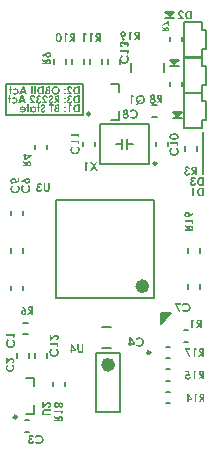
<source format=gbo>
%FSAX24Y24*%
%MOIN*%
G70*
G01*
G75*
G04 Layer_Color=32896*
%ADD10R,0.0512X0.0315*%
%ADD11R,0.0315X0.0512*%
%ADD12C,0.0197*%
%ADD13C,0.0080*%
%ADD14C,0.0150*%
%ADD15C,0.0250*%
%ADD16C,0.0350*%
%ADD17C,0.0060*%
%ADD18C,0.0300*%
%ADD19C,0.0200*%
%ADD20C,0.0100*%
%ADD21C,0.0430*%
%ADD22R,0.0430X0.0430*%
%ADD23C,0.0270*%
%ADD24R,0.0300X0.0350*%
%ADD25R,0.0394X0.0354*%
%ADD26R,0.0350X0.0300*%
%ADD27R,0.0450X0.0500*%
%ADD28R,0.0354X0.0315*%
%ADD29R,0.1063X0.0512*%
%ADD30R,0.0748X0.0217*%
%ADD31R,0.0217X0.0748*%
%ADD32R,0.0551X0.0453*%
%ADD33C,0.0120*%
%ADD34C,0.0079*%
%ADD35C,0.0070*%
%ADD36R,0.0552X0.0355*%
%ADD37R,0.0355X0.0552*%
%ADD38C,0.0257*%
%ADD39C,0.0450*%
%ADD40R,0.0450X0.0450*%
%ADD41R,0.0360X0.0410*%
%ADD42R,0.0454X0.0414*%
%ADD43R,0.0410X0.0360*%
%ADD44R,0.0510X0.0560*%
%ADD45R,0.0414X0.0375*%
%ADD46R,0.1123X0.0572*%
%ADD47R,0.0788X0.0257*%
%ADD48R,0.0257X0.0788*%
%ADD49R,0.0808X0.0277*%
%ADD50R,0.0611X0.0513*%
%ADD51C,0.0098*%
%ADD52C,0.0236*%
G36*
X066353Y045013D02*
X066360Y045012D01*
X066367Y045011D01*
X066373Y045009D01*
X066380Y045007D01*
X066385Y045005D01*
X066391Y045002D01*
X066396Y045000D01*
X066400Y044998D01*
X066404Y044995D01*
X066407Y044992D01*
X066409Y044991D01*
X066412Y044989D01*
X066413Y044988D01*
X066414Y044987D01*
X066414Y044986D01*
X066420Y044981D01*
X066424Y044976D01*
X066427Y044970D01*
X066431Y044965D01*
X066433Y044959D01*
X066435Y044954D01*
X066439Y044943D01*
X066440Y044938D01*
X066441Y044934D01*
X066441Y044930D01*
X066442Y044926D01*
X066442Y044924D01*
Y044922D01*
Y044920D01*
Y044920D01*
Y044917D01*
X066442Y044913D01*
X066441Y044911D01*
Y044911D01*
Y044910D01*
X066440Y044907D01*
X066440Y044904D01*
X066439Y044901D01*
X066439Y044901D01*
Y044901D01*
X066493Y044913D01*
Y045009D01*
X066546D01*
Y044871D01*
X066381Y044835D01*
X066371Y044881D01*
X066377Y044887D01*
X066382Y044893D01*
X066383Y044895D01*
X066384Y044897D01*
X066385Y044898D01*
Y044898D01*
X066388Y044905D01*
X066389Y044911D01*
X066390Y044913D01*
Y044915D01*
Y044916D01*
Y044917D01*
X066389Y044923D01*
X066388Y044928D01*
X066385Y044933D01*
X066383Y044938D01*
X066380Y044941D01*
X066378Y044944D01*
X066377Y044945D01*
X066376Y044946D01*
X066371Y044950D01*
X066365Y044953D01*
X066360Y044955D01*
X066355Y044957D01*
X066350Y044958D01*
X066346Y044958D01*
X066343D01*
X066335Y044958D01*
X066329Y044956D01*
X066323Y044954D01*
X066317Y044952D01*
X066314Y044949D01*
X066311Y044947D01*
X066309Y044945D01*
X066308Y044945D01*
X066304Y044940D01*
X066301Y044935D01*
X066299Y044929D01*
X066297Y044925D01*
X066296Y044920D01*
X066295Y044917D01*
Y044914D01*
Y044913D01*
X066296Y044908D01*
X066296Y044904D01*
X066298Y044900D01*
X066299Y044896D01*
X066300Y044893D01*
X066301Y044890D01*
X066302Y044889D01*
X066302Y044889D01*
X066305Y044885D01*
X066309Y044881D01*
X066312Y044878D01*
X066316Y044876D01*
X066318Y044874D01*
X066321Y044872D01*
X066323Y044871D01*
X066323Y044871D01*
Y044812D01*
X066310Y044816D01*
X066298Y044821D01*
X066288Y044827D01*
X066280Y044833D01*
X066273Y044838D01*
X066270Y044840D01*
X066268Y044843D01*
X066266Y044845D01*
X066265Y044846D01*
X066264Y044847D01*
X066264Y044847D01*
X066260Y044852D01*
X066257Y044858D01*
X066251Y044869D01*
X066248Y044880D01*
X066245Y044890D01*
X066244Y044899D01*
X066243Y044902D01*
Y044906D01*
X066243Y044908D01*
Y044910D01*
Y044912D01*
Y044912D01*
X066243Y044920D01*
X066244Y044927D01*
X066245Y044934D01*
X066247Y044941D01*
X066252Y044953D01*
X066255Y044959D01*
X066257Y044964D01*
X066260Y044968D01*
X066262Y044972D01*
X066265Y044975D01*
X066267Y044979D01*
X066269Y044981D01*
X066270Y044982D01*
X066271Y044983D01*
X066272Y044984D01*
X066277Y044989D01*
X066283Y044993D01*
X066289Y044998D01*
X066296Y045001D01*
X066302Y045004D01*
X066308Y045006D01*
X066319Y045010D01*
X066324Y045011D01*
X066329Y045012D01*
X066334Y045012D01*
X066337Y045013D01*
X066341Y045013D01*
X066345D01*
X066353Y045013D01*
D02*
G37*
G36*
X071923Y040793D02*
X071800D01*
X071910Y040565D01*
X071863Y040543D01*
X071729Y040816D01*
Y040846D01*
X071923D01*
Y040793D01*
D02*
G37*
G36*
X070558Y039702D02*
X070573Y039700D01*
X070587Y039696D01*
X070593Y039694D01*
X070599Y039692D01*
X070604Y039691D01*
X070609Y039689D01*
X070613Y039687D01*
X070616Y039685D01*
X070619Y039684D01*
X070621Y039683D01*
X070622Y039682D01*
X070623Y039682D01*
X070636Y039674D01*
X070648Y039664D01*
X070658Y039655D01*
X070665Y039646D01*
X070672Y039638D01*
X070675Y039635D01*
X070676Y039632D01*
X070678Y039630D01*
X070679Y039628D01*
X070680Y039627D01*
X070680Y039626D01*
X070684Y039620D01*
X070687Y039613D01*
X070692Y039600D01*
X070695Y039587D01*
X070698Y039575D01*
X070698Y039569D01*
X070699Y039564D01*
X070700Y039559D01*
Y039556D01*
X070700Y039552D01*
Y039550D01*
Y039549D01*
Y039548D01*
X070700Y039536D01*
X070698Y039524D01*
X070696Y039513D01*
X070693Y039502D01*
X070690Y039492D01*
X070686Y039483D01*
X070682Y039474D01*
X070678Y039467D01*
X070674Y039460D01*
X070670Y039454D01*
X070666Y039449D01*
X070663Y039444D01*
X070660Y039441D01*
X070658Y039438D01*
X070657Y039437D01*
X070656Y039436D01*
X070648Y039428D01*
X070639Y039422D01*
X070629Y039416D01*
X070620Y039411D01*
X070610Y039407D01*
X070601Y039403D01*
X070592Y039400D01*
X070583Y039398D01*
X070575Y039396D01*
X070567Y039395D01*
X070560Y039394D01*
X070555Y039394D01*
X070550Y039393D01*
X070547Y039393D01*
X070543D01*
X070530Y039393D01*
X070517Y039394D01*
X070506Y039396D01*
X070496Y039399D01*
X070492Y039400D01*
X070488Y039401D01*
X070485Y039402D01*
X070482Y039403D01*
X070480Y039404D01*
X070478Y039404D01*
X070477Y039405D01*
X070477D01*
X070471Y039407D01*
X070466Y039410D01*
X070455Y039417D01*
X070444Y039424D01*
X070434Y039432D01*
X070427Y039438D01*
X070423Y039442D01*
X070420Y039444D01*
X070418Y039446D01*
X070416Y039448D01*
X070415Y039449D01*
X070414Y039449D01*
X070453Y039489D01*
X070462Y039481D01*
X070470Y039474D01*
X070478Y039468D01*
X070484Y039464D01*
X070490Y039460D01*
X070494Y039458D01*
X070497Y039456D01*
X070497Y039456D01*
X070498D01*
X070505Y039453D01*
X070513Y039451D01*
X070521Y039449D01*
X070528Y039448D01*
X070534Y039448D01*
X070538Y039447D01*
X070542D01*
X070553Y039448D01*
X070563Y039449D01*
X070572Y039451D01*
X070579Y039454D01*
X070586Y039456D01*
X070591Y039458D01*
X070592Y039459D01*
X070594Y039460D01*
X070594Y039460D01*
X070595D01*
X070603Y039465D01*
X070610Y039471D01*
X070616Y039477D01*
X070622Y039483D01*
X070626Y039488D01*
X070629Y039492D01*
X070631Y039495D01*
X070631Y039495D01*
Y039496D01*
X070635Y039504D01*
X070639Y039514D01*
X070640Y039522D01*
X070642Y039531D01*
X070643Y039538D01*
Y039541D01*
X070644Y039543D01*
Y039546D01*
Y039547D01*
Y039548D01*
Y039548D01*
X070643Y039556D01*
X070642Y039564D01*
X070641Y039570D01*
X070639Y039577D01*
X070634Y039589D01*
X070632Y039595D01*
X070629Y039600D01*
X070627Y039604D01*
X070624Y039608D01*
X070621Y039612D01*
X070620Y039614D01*
X070618Y039617D01*
X070616Y039618D01*
X070615Y039619D01*
X070615Y039619D01*
X070609Y039625D01*
X070603Y039629D01*
X070597Y039633D01*
X070591Y039636D01*
X070585Y039639D01*
X070579Y039642D01*
X070568Y039645D01*
X070563Y039646D01*
X070558Y039647D01*
X070554Y039648D01*
X070550Y039648D01*
X070548Y039649D01*
X070543D01*
X070534Y039648D01*
X070525Y039647D01*
X070516Y039645D01*
X070508Y039642D01*
X070500Y039639D01*
X070493Y039635D01*
X070486Y039631D01*
X070479Y039627D01*
X070473Y039623D01*
X070468Y039619D01*
X070463Y039616D01*
X070460Y039613D01*
X070457Y039610D01*
X070455Y039608D01*
X070453Y039607D01*
X070453Y039606D01*
X070413Y039643D01*
X070423Y039654D01*
X070433Y039662D01*
X070443Y039670D01*
X070452Y039676D01*
X070460Y039681D01*
X070463Y039683D01*
X070467Y039685D01*
X070469Y039686D01*
X070471Y039686D01*
X070472Y039687D01*
X070472D01*
X070485Y039692D01*
X070498Y039697D01*
X070509Y039699D01*
X070520Y039701D01*
X070525Y039702D01*
X070529Y039702D01*
X070533Y039703D01*
X070536Y039703D01*
X070550D01*
X070558Y039702D01*
D02*
G37*
G36*
X066504Y044777D02*
X066512Y044767D01*
X066520Y044757D01*
X066526Y044748D01*
X066531Y044740D01*
X066533Y044737D01*
X066535Y044733D01*
X066536Y044731D01*
X066536Y044729D01*
X066537Y044728D01*
Y044728D01*
X066542Y044715D01*
X066547Y044702D01*
X066549Y044691D01*
X066551Y044680D01*
X066552Y044675D01*
X066552Y044671D01*
X066553Y044667D01*
X066553Y044664D01*
Y044661D01*
Y044659D01*
Y044658D01*
Y044658D01*
Y044650D01*
X066552Y044642D01*
X066550Y044627D01*
X066546Y044613D01*
X066544Y044607D01*
X066542Y044601D01*
X066541Y044596D01*
X066539Y044591D01*
X066537Y044587D01*
X066535Y044584D01*
X066534Y044581D01*
X066533Y044579D01*
X066532Y044578D01*
X066532Y044577D01*
X066523Y044564D01*
X066514Y044552D01*
X066505Y044542D01*
X066496Y044535D01*
X066488Y044528D01*
X066485Y044525D01*
X066482Y044524D01*
X066480Y044522D01*
X066478Y044521D01*
X066477Y044520D01*
X066476Y044520D01*
X066470Y044516D01*
X066463Y044513D01*
X066450Y044508D01*
X066437Y044505D01*
X066425Y044502D01*
X066419Y044502D01*
X066414Y044501D01*
X066409Y044500D01*
X066406D01*
X066402Y044500D01*
X066398D01*
X066386Y044500D01*
X066374Y044502D01*
X066363Y044504D01*
X066352Y044507D01*
X066342Y044510D01*
X066333Y044514D01*
X066324Y044518D01*
X066317Y044522D01*
X066310Y044526D01*
X066304Y044530D01*
X066299Y044534D01*
X066294Y044537D01*
X066291Y044540D01*
X066288Y044542D01*
X066287Y044543D01*
X066286Y044544D01*
X066278Y044552D01*
X066272Y044561D01*
X066266Y044571D01*
X066261Y044580D01*
X066257Y044590D01*
X066253Y044599D01*
X066250Y044608D01*
X066248Y044617D01*
X066246Y044625D01*
X066245Y044633D01*
X066244Y044640D01*
X066244Y044645D01*
X066243Y044650D01*
X066243Y044653D01*
Y044656D01*
Y044657D01*
X066243Y044670D01*
X066244Y044683D01*
X066246Y044694D01*
X066249Y044704D01*
X066250Y044708D01*
X066251Y044712D01*
X066252Y044715D01*
X066253Y044718D01*
X066254Y044720D01*
X066254Y044722D01*
X066255Y044723D01*
Y044723D01*
X066257Y044729D01*
X066260Y044734D01*
X066267Y044745D01*
X066274Y044756D01*
X066282Y044766D01*
X066288Y044774D01*
X066292Y044777D01*
X066294Y044780D01*
X066296Y044782D01*
X066298Y044784D01*
X066299Y044785D01*
X066299Y044786D01*
X066339Y044747D01*
X066331Y044738D01*
X066324Y044730D01*
X066318Y044722D01*
X066314Y044716D01*
X066310Y044710D01*
X066308Y044706D01*
X066306Y044703D01*
X066306Y044703D01*
Y044702D01*
X066303Y044695D01*
X066301Y044687D01*
X066299Y044679D01*
X066298Y044672D01*
X066298Y044666D01*
X066297Y044662D01*
Y044660D01*
Y044658D01*
Y044658D01*
Y044658D01*
X066298Y044647D01*
X066299Y044637D01*
X066301Y044628D01*
X066304Y044621D01*
X066306Y044614D01*
X066308Y044609D01*
X066309Y044608D01*
X066310Y044606D01*
X066310Y044606D01*
Y044605D01*
X066315Y044597D01*
X066321Y044590D01*
X066327Y044584D01*
X066333Y044578D01*
X066338Y044574D01*
X066342Y044571D01*
X066345Y044569D01*
X066345Y044569D01*
X066346D01*
X066354Y044565D01*
X066364Y044561D01*
X066372Y044560D01*
X066381Y044558D01*
X066388Y044557D01*
X066391D01*
X066393Y044556D01*
X066398D01*
X066406Y044557D01*
X066414Y044558D01*
X066420Y044559D01*
X066427Y044561D01*
X066439Y044566D01*
X066445Y044568D01*
X066450Y044571D01*
X066454Y044573D01*
X066458Y044576D01*
X066462Y044579D01*
X066464Y044580D01*
X066467Y044582D01*
X066468Y044584D01*
X066469Y044585D01*
X066469Y044585D01*
X066475Y044591D01*
X066479Y044597D01*
X066483Y044603D01*
X066486Y044609D01*
X066489Y044615D01*
X066492Y044621D01*
X066495Y044632D01*
X066496Y044637D01*
X066497Y044642D01*
X066498Y044646D01*
X066498Y044650D01*
X066499Y044652D01*
Y044655D01*
Y044656D01*
Y044657D01*
X066498Y044666D01*
X066497Y044675D01*
X066495Y044684D01*
X066492Y044692D01*
X066489Y044700D01*
X066485Y044707D01*
X066481Y044714D01*
X066477Y044721D01*
X066473Y044727D01*
X066469Y044732D01*
X066466Y044737D01*
X066463Y044740D01*
X066460Y044743D01*
X066458Y044745D01*
X066457Y044747D01*
X066456Y044747D01*
X066493Y044787D01*
X066504Y044777D01*
D02*
G37*
G36*
X072108Y040852D02*
X072123Y040850D01*
X072137Y040846D01*
X072143Y040844D01*
X072149Y040842D01*
X072154Y040841D01*
X072159Y040839D01*
X072163Y040837D01*
X072166Y040835D01*
X072169Y040834D01*
X072171Y040833D01*
X072172Y040832D01*
X072173Y040832D01*
X072186Y040823D01*
X072198Y040814D01*
X072207Y040805D01*
X072215Y040796D01*
X072222Y040788D01*
X072225Y040785D01*
X072226Y040782D01*
X072228Y040780D01*
X072229Y040778D01*
X072230Y040777D01*
X072230Y040776D01*
X072234Y040770D01*
X072237Y040763D01*
X072242Y040750D01*
X072245Y040737D01*
X072248Y040725D01*
X072248Y040719D01*
X072249Y040714D01*
X072250Y040709D01*
Y040706D01*
X072250Y040702D01*
Y040700D01*
Y040699D01*
Y040698D01*
X072250Y040686D01*
X072248Y040674D01*
X072246Y040663D01*
X072243Y040652D01*
X072240Y040642D01*
X072236Y040633D01*
X072232Y040624D01*
X072228Y040617D01*
X072224Y040610D01*
X072220Y040604D01*
X072216Y040599D01*
X072213Y040594D01*
X072210Y040591D01*
X072208Y040588D01*
X072207Y040587D01*
X072206Y040586D01*
X072198Y040578D01*
X072189Y040572D01*
X072179Y040566D01*
X072170Y040561D01*
X072160Y040557D01*
X072151Y040553D01*
X072142Y040550D01*
X072133Y040548D01*
X072125Y040546D01*
X072117Y040545D01*
X072110Y040544D01*
X072105Y040544D01*
X072100Y040543D01*
X072097Y040543D01*
X072093D01*
X072080Y040543D01*
X072067Y040544D01*
X072056Y040546D01*
X072046Y040549D01*
X072042Y040550D01*
X072038Y040551D01*
X072035Y040552D01*
X072032Y040553D01*
X072030Y040554D01*
X072028Y040554D01*
X072027Y040555D01*
X072027D01*
X072021Y040557D01*
X072016Y040560D01*
X072005Y040567D01*
X071994Y040574D01*
X071984Y040582D01*
X071976Y040588D01*
X071973Y040592D01*
X071970Y040594D01*
X071968Y040596D01*
X071966Y040598D01*
X071965Y040599D01*
X071964Y040599D01*
X072003Y040639D01*
X072012Y040631D01*
X072020Y040624D01*
X072028Y040618D01*
X072034Y040614D01*
X072040Y040610D01*
X072044Y040608D01*
X072047Y040606D01*
X072047Y040606D01*
X072048D01*
X072055Y040603D01*
X072063Y040601D01*
X072071Y040599D01*
X072078Y040598D01*
X072084Y040598D01*
X072088Y040597D01*
X072092D01*
X072103Y040598D01*
X072113Y040599D01*
X072122Y040601D01*
X072129Y040604D01*
X072136Y040606D01*
X072141Y040608D01*
X072142Y040609D01*
X072144Y040610D01*
X072144Y040610D01*
X072145D01*
X072153Y040615D01*
X072160Y040621D01*
X072166Y040627D01*
X072172Y040633D01*
X072176Y040638D01*
X072179Y040642D01*
X072181Y040645D01*
X072181Y040645D01*
Y040646D01*
X072185Y040654D01*
X072189Y040664D01*
X072190Y040672D01*
X072192Y040681D01*
X072193Y040688D01*
Y040691D01*
X072194Y040693D01*
Y040696D01*
Y040697D01*
Y040698D01*
Y040698D01*
X072193Y040706D01*
X072192Y040714D01*
X072191Y040720D01*
X072189Y040727D01*
X072184Y040739D01*
X072182Y040745D01*
X072179Y040750D01*
X072177Y040754D01*
X072174Y040758D01*
X072171Y040762D01*
X072170Y040764D01*
X072168Y040767D01*
X072166Y040768D01*
X072165Y040769D01*
X072165Y040769D01*
X072159Y040775D01*
X072153Y040779D01*
X072147Y040783D01*
X072141Y040786D01*
X072135Y040789D01*
X072129Y040792D01*
X072118Y040795D01*
X072113Y040796D01*
X072108Y040797D01*
X072104Y040798D01*
X072100Y040798D01*
X072098Y040799D01*
X072093D01*
X072084Y040798D01*
X072075Y040797D01*
X072066Y040795D01*
X072058Y040792D01*
X072050Y040789D01*
X072043Y040785D01*
X072036Y040781D01*
X072029Y040777D01*
X072023Y040773D01*
X072018Y040769D01*
X072013Y040766D01*
X072010Y040763D01*
X072007Y040760D01*
X072005Y040758D01*
X072003Y040757D01*
X072003Y040756D01*
X071963Y040793D01*
X071973Y040804D01*
X071983Y040812D01*
X071993Y040820D01*
X072002Y040826D01*
X072010Y040831D01*
X072013Y040833D01*
X072017Y040835D01*
X072019Y040836D01*
X072021Y040836D01*
X072022Y040837D01*
X072022D01*
X072035Y040842D01*
X072048Y040847D01*
X072059Y040849D01*
X072070Y040851D01*
X072075Y040852D01*
X072079Y040852D01*
X072083Y040853D01*
X072086Y040853D01*
X072100D01*
X072108Y040852D01*
D02*
G37*
G36*
X066854Y044777D02*
X066862Y044767D01*
X066870Y044757D01*
X066876Y044748D01*
X066881Y044740D01*
X066883Y044737D01*
X066885Y044733D01*
X066886Y044731D01*
X066886Y044729D01*
X066887Y044728D01*
Y044728D01*
X066892Y044715D01*
X066897Y044702D01*
X066899Y044691D01*
X066901Y044680D01*
X066902Y044675D01*
X066902Y044671D01*
X066903Y044667D01*
X066903Y044664D01*
Y044661D01*
Y044659D01*
Y044658D01*
Y044658D01*
Y044650D01*
X066902Y044642D01*
X066900Y044627D01*
X066896Y044613D01*
X066894Y044607D01*
X066892Y044601D01*
X066891Y044596D01*
X066889Y044591D01*
X066887Y044587D01*
X066885Y044584D01*
X066884Y044581D01*
X066883Y044579D01*
X066882Y044578D01*
X066882Y044577D01*
X066873Y044564D01*
X066864Y044552D01*
X066855Y044542D01*
X066846Y044535D01*
X066838Y044528D01*
X066835Y044525D01*
X066832Y044524D01*
X066830Y044522D01*
X066828Y044521D01*
X066827Y044520D01*
X066826Y044520D01*
X066820Y044516D01*
X066813Y044513D01*
X066800Y044508D01*
X066787Y044505D01*
X066775Y044502D01*
X066769Y044502D01*
X066764Y044501D01*
X066759Y044500D01*
X066756D01*
X066752Y044500D01*
X066748D01*
X066736Y044500D01*
X066724Y044502D01*
X066713Y044504D01*
X066702Y044507D01*
X066692Y044510D01*
X066683Y044514D01*
X066674Y044518D01*
X066667Y044522D01*
X066660Y044526D01*
X066654Y044530D01*
X066649Y044534D01*
X066644Y044537D01*
X066641Y044540D01*
X066638Y044542D01*
X066637Y044543D01*
X066636Y044544D01*
X066628Y044552D01*
X066622Y044561D01*
X066616Y044571D01*
X066611Y044580D01*
X066607Y044590D01*
X066603Y044599D01*
X066600Y044608D01*
X066598Y044617D01*
X066596Y044625D01*
X066595Y044633D01*
X066594Y044640D01*
X066594Y044645D01*
X066593Y044650D01*
X066593Y044653D01*
Y044656D01*
Y044657D01*
X066593Y044670D01*
X066594Y044683D01*
X066596Y044694D01*
X066599Y044704D01*
X066600Y044708D01*
X066601Y044712D01*
X066602Y044715D01*
X066603Y044718D01*
X066604Y044720D01*
X066604Y044722D01*
X066605Y044723D01*
Y044723D01*
X066607Y044729D01*
X066610Y044734D01*
X066617Y044745D01*
X066624Y044756D01*
X066632Y044766D01*
X066638Y044774D01*
X066642Y044777D01*
X066644Y044780D01*
X066646Y044782D01*
X066648Y044784D01*
X066649Y044785D01*
X066649Y044786D01*
X066689Y044747D01*
X066681Y044738D01*
X066674Y044730D01*
X066668Y044722D01*
X066664Y044716D01*
X066660Y044710D01*
X066658Y044706D01*
X066656Y044703D01*
X066656Y044703D01*
Y044702D01*
X066653Y044695D01*
X066651Y044687D01*
X066649Y044679D01*
X066648Y044672D01*
X066648Y044666D01*
X066647Y044662D01*
Y044660D01*
Y044658D01*
Y044658D01*
Y044658D01*
X066648Y044647D01*
X066649Y044637D01*
X066651Y044628D01*
X066654Y044621D01*
X066656Y044614D01*
X066658Y044609D01*
X066659Y044608D01*
X066660Y044606D01*
X066660Y044606D01*
Y044605D01*
X066665Y044597D01*
X066671Y044590D01*
X066677Y044584D01*
X066683Y044578D01*
X066688Y044574D01*
X066692Y044571D01*
X066695Y044569D01*
X066695Y044569D01*
X066696D01*
X066704Y044565D01*
X066714Y044561D01*
X066722Y044560D01*
X066731Y044558D01*
X066738Y044557D01*
X066741D01*
X066743Y044556D01*
X066748D01*
X066756Y044557D01*
X066764Y044558D01*
X066770Y044559D01*
X066777Y044561D01*
X066789Y044566D01*
X066795Y044568D01*
X066800Y044571D01*
X066804Y044573D01*
X066808Y044576D01*
X066812Y044579D01*
X066814Y044580D01*
X066817Y044582D01*
X066818Y044584D01*
X066819Y044585D01*
X066819Y044585D01*
X066825Y044591D01*
X066829Y044597D01*
X066833Y044603D01*
X066836Y044609D01*
X066839Y044615D01*
X066842Y044621D01*
X066845Y044632D01*
X066846Y044637D01*
X066847Y044642D01*
X066848Y044646D01*
X066848Y044650D01*
X066849Y044652D01*
Y044655D01*
Y044656D01*
Y044657D01*
X066848Y044666D01*
X066847Y044675D01*
X066845Y044684D01*
X066842Y044692D01*
X066839Y044700D01*
X066835Y044707D01*
X066831Y044714D01*
X066827Y044721D01*
X066823Y044727D01*
X066819Y044732D01*
X066816Y044737D01*
X066813Y044740D01*
X066810Y044743D01*
X066808Y044745D01*
X066807Y044747D01*
X066806Y044747D01*
X066843Y044787D01*
X066854Y044777D01*
D02*
G37*
G36*
X066818Y045012D02*
X066824Y045011D01*
X066831Y045010D01*
X066837Y045008D01*
X066847Y045004D01*
X066856Y044999D01*
X066861Y044997D01*
X066864Y044994D01*
X066867Y044992D01*
X066870Y044990D01*
X066872Y044988D01*
X066873Y044987D01*
X066874Y044986D01*
X066875Y044986D01*
X066880Y044980D01*
X066884Y044975D01*
X066888Y044969D01*
X066891Y044964D01*
X066894Y044958D01*
X066896Y044953D01*
X066899Y044942D01*
X066901Y044937D01*
X066902Y044933D01*
X066902Y044929D01*
X066903Y044925D01*
X066903Y044922D01*
Y044920D01*
Y044919D01*
Y044919D01*
X066903Y044912D01*
X066902Y044905D01*
X066901Y044899D01*
X066899Y044892D01*
X066894Y044881D01*
X066890Y044872D01*
X066887Y044868D01*
X066885Y044864D01*
X066882Y044861D01*
X066880Y044859D01*
X066878Y044856D01*
X066877Y044855D01*
X066876Y044854D01*
X066876Y044853D01*
X066871Y044849D01*
X066865Y044845D01*
X066860Y044841D01*
X066855Y044838D01*
X066849Y044835D01*
X066843Y044833D01*
X066833Y044830D01*
X066824Y044828D01*
X066820Y044828D01*
X066817Y044827D01*
X066814Y044827D01*
X066811D01*
X066803Y044827D01*
X066796Y044828D01*
X066783Y044831D01*
X066772Y044835D01*
X066767Y044837D01*
X066762Y044840D01*
X066758Y044842D01*
X066754Y044844D01*
X066751Y044847D01*
X066748Y044848D01*
X066746Y044850D01*
X066745Y044852D01*
X066744Y044852D01*
X066744Y044853D01*
X066739Y044858D01*
X066735Y044863D01*
X066731Y044868D01*
X066728Y044874D01*
X066726Y044879D01*
X066723Y044884D01*
X066720Y044895D01*
X066718Y044903D01*
X066718Y044907D01*
X066717Y044910D01*
X066717Y044913D01*
Y044915D01*
Y044916D01*
Y044917D01*
X066616Y044865D01*
X066593Y044913D01*
X066741Y044989D01*
X066751Y044994D01*
X066760Y044998D01*
X066767Y045002D01*
X066773Y045005D01*
X066778Y045006D01*
X066781Y045007D01*
X066783Y045008D01*
X066783D01*
X066794Y045011D01*
X066798Y045011D01*
X066802Y045012D01*
X066806Y045012D01*
X066811D01*
X066818Y045012D01*
D02*
G37*
G36*
X070092Y047303D02*
X070101Y047301D01*
X070109Y047300D01*
X070116Y047298D01*
X070121Y047296D01*
X070125Y047294D01*
X070128Y047293D01*
X070129Y047292D01*
X070129D01*
X070136Y047288D01*
X070142Y047283D01*
X070148Y047279D01*
X070152Y047274D01*
X070156Y047269D01*
X070159Y047266D01*
X070160Y047264D01*
X070160Y047263D01*
X070164Y047255D01*
X070167Y047249D01*
X070169Y047241D01*
X070170Y047235D01*
X070171Y047229D01*
X070172Y047225D01*
Y047222D01*
Y047221D01*
Y047221D01*
X070171Y047214D01*
X070171Y047208D01*
X070170Y047203D01*
X070168Y047198D01*
X070167Y047194D01*
X070166Y047191D01*
X070166Y047189D01*
X070165Y047189D01*
X070162Y047183D01*
X070159Y047178D01*
X070156Y047173D01*
X070153Y047169D01*
X070150Y047165D01*
X070147Y047163D01*
X070146Y047161D01*
X070145Y047160D01*
X070152Y047154D01*
X070159Y047148D01*
X070164Y047143D01*
X070168Y047137D01*
X070172Y047133D01*
X070174Y047129D01*
X070175Y047127D01*
X070176Y047126D01*
X070179Y047118D01*
X070181Y047111D01*
X070183Y047104D01*
X070184Y047097D01*
X070185Y047091D01*
X070185Y047087D01*
Y047085D01*
Y047084D01*
Y047084D01*
Y047083D01*
X070185Y047073D01*
X070184Y047064D01*
X070181Y047056D01*
X070179Y047049D01*
X070177Y047043D01*
X070175Y047038D01*
X070173Y047036D01*
X070173Y047035D01*
Y047035D01*
X070168Y047027D01*
X070162Y047021D01*
X070157Y047015D01*
X070151Y047011D01*
X070147Y047007D01*
X070143Y047005D01*
X070140Y047003D01*
X070139Y047003D01*
X070130Y047000D01*
X070121Y046997D01*
X070112Y046995D01*
X070103Y046994D01*
X070094Y046993D01*
X070091D01*
X070088Y046993D01*
X070082D01*
X070070Y046993D01*
X070059Y046994D01*
X070050Y046996D01*
X070042Y046998D01*
X070036Y047000D01*
X070031Y047001D01*
X070030Y047002D01*
X070028Y047003D01*
X070028Y047003D01*
X070027D01*
X070020Y047008D01*
X070013Y047013D01*
X070007Y047018D01*
X070002Y047024D01*
X069998Y047029D01*
X069995Y047032D01*
X069993Y047035D01*
X069993Y047036D01*
Y047036D01*
X069989Y047044D01*
X069985Y047053D01*
X069983Y047061D01*
X069981Y047068D01*
X069980Y047074D01*
X069980Y047079D01*
Y047081D01*
Y047082D01*
Y047083D01*
Y047083D01*
X069980Y047092D01*
X069982Y047100D01*
X069983Y047108D01*
X069985Y047114D01*
X069987Y047119D01*
X069989Y047123D01*
X069990Y047126D01*
X069991Y047127D01*
X069995Y047134D01*
X070001Y047141D01*
X070006Y047146D01*
X070010Y047152D01*
X070015Y047155D01*
X070019Y047158D01*
X070021Y047160D01*
X070021Y047160D01*
X070022D01*
X070016Y047166D01*
X070012Y047172D01*
X070008Y047177D01*
X070005Y047182D01*
X070003Y047185D01*
X070002Y047188D01*
X070001Y047190D01*
X070000Y047190D01*
X069998Y047195D01*
X069996Y047201D01*
X069995Y047206D01*
X069995Y047210D01*
X069994Y047214D01*
X069994Y047217D01*
Y047219D01*
Y047220D01*
X069994Y047228D01*
X069995Y047236D01*
X069997Y047243D01*
X069999Y047249D01*
X070002Y047255D01*
X070003Y047259D01*
X070005Y047261D01*
X070005Y047262D01*
X070010Y047269D01*
X070015Y047275D01*
X070020Y047280D01*
X070025Y047284D01*
X070030Y047288D01*
X070033Y047290D01*
X070036Y047292D01*
X070036Y047292D01*
X070037D01*
X070044Y047296D01*
X070052Y047298D01*
X070060Y047300D01*
X070067Y047302D01*
X070073Y047303D01*
X070078Y047303D01*
X070082D01*
X070092Y047303D01*
D02*
G37*
G36*
X070358Y047302D02*
X070373Y047300D01*
X070387Y047296D01*
X070393Y047294D01*
X070399Y047292D01*
X070404Y047291D01*
X070409Y047289D01*
X070413Y047287D01*
X070416Y047285D01*
X070419Y047284D01*
X070421Y047283D01*
X070422Y047282D01*
X070423Y047282D01*
X070436Y047274D01*
X070448Y047264D01*
X070458Y047255D01*
X070465Y047246D01*
X070472Y047238D01*
X070475Y047235D01*
X070476Y047232D01*
X070478Y047230D01*
X070479Y047228D01*
X070480Y047227D01*
X070480Y047226D01*
X070484Y047220D01*
X070487Y047213D01*
X070492Y047200D01*
X070495Y047187D01*
X070498Y047175D01*
X070498Y047169D01*
X070499Y047164D01*
X070500Y047159D01*
Y047156D01*
X070500Y047152D01*
Y047150D01*
Y047149D01*
Y047148D01*
X070500Y047136D01*
X070498Y047124D01*
X070496Y047113D01*
X070493Y047102D01*
X070490Y047092D01*
X070486Y047083D01*
X070482Y047074D01*
X070478Y047067D01*
X070474Y047060D01*
X070470Y047054D01*
X070466Y047049D01*
X070463Y047044D01*
X070460Y047041D01*
X070458Y047038D01*
X070457Y047036D01*
X070456Y047036D01*
X070448Y047028D01*
X070439Y047022D01*
X070429Y047016D01*
X070420Y047011D01*
X070410Y047007D01*
X070401Y047003D01*
X070392Y047000D01*
X070383Y046998D01*
X070375Y046996D01*
X070367Y046995D01*
X070360Y046994D01*
X070355Y046994D01*
X070350Y046993D01*
X070347Y046993D01*
X070343D01*
X070330Y046993D01*
X070317Y046994D01*
X070306Y046996D01*
X070296Y046999D01*
X070292Y047000D01*
X070288Y047001D01*
X070285Y047002D01*
X070282Y047003D01*
X070280Y047004D01*
X070278Y047004D01*
X070277Y047005D01*
X070277D01*
X070271Y047007D01*
X070266Y047010D01*
X070255Y047017D01*
X070244Y047024D01*
X070234Y047032D01*
X070226Y047038D01*
X070223Y047042D01*
X070220Y047044D01*
X070218Y047046D01*
X070216Y047048D01*
X070215Y047049D01*
X070214Y047049D01*
X070253Y047089D01*
X070262Y047081D01*
X070270Y047074D01*
X070278Y047068D01*
X070284Y047064D01*
X070290Y047060D01*
X070294Y047058D01*
X070297Y047056D01*
X070297Y047056D01*
X070298D01*
X070305Y047053D01*
X070313Y047051D01*
X070321Y047049D01*
X070328Y047048D01*
X070334Y047048D01*
X070338Y047047D01*
X070342D01*
X070353Y047048D01*
X070363Y047049D01*
X070372Y047051D01*
X070379Y047054D01*
X070386Y047056D01*
X070391Y047058D01*
X070392Y047059D01*
X070394Y047060D01*
X070394Y047060D01*
X070395D01*
X070403Y047065D01*
X070410Y047071D01*
X070416Y047077D01*
X070422Y047083D01*
X070426Y047088D01*
X070429Y047092D01*
X070431Y047095D01*
X070431Y047095D01*
Y047096D01*
X070435Y047104D01*
X070439Y047114D01*
X070440Y047122D01*
X070442Y047131D01*
X070443Y047138D01*
Y047141D01*
X070444Y047143D01*
Y047146D01*
Y047147D01*
Y047148D01*
Y047148D01*
X070443Y047156D01*
X070442Y047164D01*
X070441Y047170D01*
X070439Y047177D01*
X070434Y047189D01*
X070432Y047194D01*
X070429Y047200D01*
X070427Y047204D01*
X070424Y047208D01*
X070421Y047212D01*
X070420Y047214D01*
X070418Y047217D01*
X070416Y047218D01*
X070415Y047219D01*
X070415Y047219D01*
X070409Y047225D01*
X070403Y047229D01*
X070397Y047233D01*
X070391Y047236D01*
X070385Y047239D01*
X070379Y047242D01*
X070368Y047245D01*
X070363Y047246D01*
X070358Y047247D01*
X070354Y047248D01*
X070350Y047248D01*
X070348Y047249D01*
X070343D01*
X070334Y047248D01*
X070325Y047247D01*
X070316Y047245D01*
X070308Y047242D01*
X070300Y047239D01*
X070293Y047235D01*
X070286Y047231D01*
X070279Y047227D01*
X070273Y047223D01*
X070268Y047219D01*
X070263Y047216D01*
X070260Y047213D01*
X070257Y047210D01*
X070255Y047208D01*
X070253Y047207D01*
X070253Y047206D01*
X070213Y047243D01*
X070223Y047254D01*
X070233Y047262D01*
X070243Y047270D01*
X070252Y047276D01*
X070260Y047281D01*
X070263Y047283D01*
X070267Y047285D01*
X070269Y047286D01*
X070271Y047286D01*
X070272Y047287D01*
X070272D01*
X070285Y047292D01*
X070298Y047297D01*
X070309Y047299D01*
X070320Y047301D01*
X070325Y047302D01*
X070329Y047302D01*
X070333Y047303D01*
X070336Y047303D01*
X070350D01*
X070358Y047302D01*
D02*
G37*
G36*
X066354Y039627D02*
X066362Y039617D01*
X066370Y039607D01*
X066376Y039598D01*
X066381Y039590D01*
X066383Y039587D01*
X066385Y039583D01*
X066386Y039581D01*
X066386Y039579D01*
X066387Y039578D01*
Y039578D01*
X066392Y039565D01*
X066397Y039552D01*
X066399Y039541D01*
X066401Y039530D01*
X066402Y039525D01*
X066402Y039521D01*
X066403Y039517D01*
X066403Y039514D01*
Y039511D01*
Y039509D01*
Y039508D01*
Y039508D01*
Y039500D01*
X066402Y039492D01*
X066400Y039477D01*
X066396Y039463D01*
X066394Y039457D01*
X066392Y039451D01*
X066391Y039446D01*
X066389Y039441D01*
X066387Y039437D01*
X066385Y039434D01*
X066384Y039431D01*
X066383Y039429D01*
X066382Y039428D01*
X066382Y039427D01*
X066374Y039414D01*
X066364Y039402D01*
X066355Y039392D01*
X066346Y039385D01*
X066338Y039378D01*
X066335Y039375D01*
X066332Y039374D01*
X066330Y039372D01*
X066328Y039371D01*
X066327Y039370D01*
X066326Y039370D01*
X066320Y039366D01*
X066313Y039363D01*
X066300Y039358D01*
X066287Y039355D01*
X066275Y039352D01*
X066269Y039352D01*
X066264Y039351D01*
X066259Y039350D01*
X066256D01*
X066252Y039350D01*
X066248D01*
X066236Y039350D01*
X066224Y039352D01*
X066213Y039354D01*
X066202Y039357D01*
X066192Y039360D01*
X066183Y039364D01*
X066174Y039368D01*
X066167Y039372D01*
X066160Y039376D01*
X066154Y039380D01*
X066149Y039384D01*
X066144Y039387D01*
X066141Y039390D01*
X066138Y039392D01*
X066136Y039393D01*
X066136Y039394D01*
X066128Y039402D01*
X066122Y039411D01*
X066116Y039421D01*
X066111Y039430D01*
X066107Y039440D01*
X066103Y039449D01*
X066100Y039458D01*
X066098Y039467D01*
X066096Y039475D01*
X066095Y039483D01*
X066094Y039490D01*
X066094Y039495D01*
X066093Y039500D01*
X066093Y039503D01*
Y039506D01*
Y039507D01*
X066093Y039520D01*
X066094Y039533D01*
X066096Y039544D01*
X066099Y039554D01*
X066100Y039558D01*
X066101Y039562D01*
X066102Y039565D01*
X066103Y039568D01*
X066104Y039570D01*
X066104Y039572D01*
X066105Y039573D01*
Y039573D01*
X066107Y039579D01*
X066110Y039584D01*
X066117Y039595D01*
X066124Y039606D01*
X066132Y039616D01*
X066138Y039623D01*
X066142Y039627D01*
X066144Y039630D01*
X066146Y039632D01*
X066148Y039634D01*
X066149Y039635D01*
X066149Y039636D01*
X066189Y039597D01*
X066181Y039588D01*
X066174Y039580D01*
X066168Y039572D01*
X066164Y039566D01*
X066160Y039560D01*
X066158Y039556D01*
X066156Y039553D01*
X066156Y039553D01*
Y039552D01*
X066153Y039545D01*
X066151Y039537D01*
X066149Y039529D01*
X066148Y039522D01*
X066148Y039516D01*
X066147Y039512D01*
Y039510D01*
Y039508D01*
Y039508D01*
Y039508D01*
X066148Y039497D01*
X066149Y039487D01*
X066151Y039478D01*
X066154Y039471D01*
X066156Y039464D01*
X066158Y039459D01*
X066159Y039458D01*
X066160Y039456D01*
X066160Y039456D01*
Y039455D01*
X066165Y039447D01*
X066171Y039440D01*
X066177Y039434D01*
X066183Y039428D01*
X066188Y039424D01*
X066192Y039421D01*
X066195Y039419D01*
X066195Y039419D01*
X066196D01*
X066204Y039415D01*
X066214Y039411D01*
X066222Y039410D01*
X066231Y039408D01*
X066238Y039407D01*
X066241D01*
X066243Y039406D01*
X066248D01*
X066256Y039407D01*
X066264Y039408D01*
X066270Y039409D01*
X066277Y039411D01*
X066289Y039416D01*
X066294Y039418D01*
X066300Y039421D01*
X066304Y039423D01*
X066308Y039426D01*
X066312Y039429D01*
X066314Y039430D01*
X066317Y039432D01*
X066318Y039434D01*
X066319Y039435D01*
X066319Y039435D01*
X066325Y039441D01*
X066329Y039447D01*
X066333Y039453D01*
X066336Y039459D01*
X066339Y039465D01*
X066342Y039471D01*
X066345Y039482D01*
X066346Y039487D01*
X066347Y039492D01*
X066348Y039496D01*
X066348Y039500D01*
X066349Y039502D01*
Y039505D01*
Y039506D01*
Y039507D01*
X066348Y039516D01*
X066347Y039525D01*
X066345Y039534D01*
X066342Y039542D01*
X066339Y039550D01*
X066335Y039557D01*
X066331Y039564D01*
X066327Y039571D01*
X066323Y039577D01*
X066319Y039582D01*
X066316Y039587D01*
X066313Y039590D01*
X066310Y039593D01*
X066308Y039595D01*
X066307Y039597D01*
X066306Y039597D01*
X066343Y039637D01*
X066354Y039627D01*
D02*
G37*
G36*
X066396Y039720D02*
X066343Y039687D01*
Y039748D01*
X066100D01*
Y039804D01*
X066396D01*
Y039720D01*
D02*
G37*
G36*
X072411Y044643D02*
X072350D01*
Y044400D01*
X072294D01*
Y044696D01*
X072378D01*
X072411Y044643D01*
D02*
G37*
G36*
X072700Y044400D02*
X072622D01*
X072613Y044400D01*
X072604D01*
X072596Y044401D01*
X072589Y044402D01*
X072582Y044402D01*
X072576Y044403D01*
X072571Y044404D01*
X072566Y044404D01*
X072562Y044405D01*
X072559Y044406D01*
X072557Y044406D01*
X072554Y044406D01*
X072553D01*
X072553Y044407D01*
X072552D01*
X072543Y044410D01*
X072536Y044414D01*
X072528Y044418D01*
X072522Y044423D01*
X072516Y044427D01*
X072512Y044430D01*
X072510Y044432D01*
X072509Y044433D01*
X072502Y044441D01*
X072495Y044449D01*
X072490Y044457D01*
X072486Y044464D01*
X072482Y044471D01*
X072480Y044476D01*
X072479Y044478D01*
X072478Y044479D01*
X072477Y044480D01*
Y044481D01*
X072474Y044492D01*
X072471Y044503D01*
X072469Y044513D01*
X072467Y044523D01*
X072466Y044531D01*
Y044535D01*
X072466Y044538D01*
Y044540D01*
Y044542D01*
Y044543D01*
Y044544D01*
Y044552D01*
X072467Y044561D01*
X072469Y044577D01*
X072470Y044584D01*
X072472Y044591D01*
X072474Y044598D01*
X072476Y044604D01*
X072478Y044609D01*
X072480Y044613D01*
X072481Y044618D01*
X072483Y044621D01*
X072484Y044624D01*
X072485Y044626D01*
X072486Y044627D01*
X072486Y044627D01*
X072490Y044634D01*
X072494Y044640D01*
X072503Y044651D01*
X072512Y044660D01*
X072519Y044667D01*
X072527Y044673D01*
X072530Y044675D01*
X072533Y044676D01*
X072535Y044678D01*
X072536Y044679D01*
X072537Y044680D01*
X072538D01*
X072544Y044682D01*
X072551Y044685D01*
X072558Y044687D01*
X072566Y044689D01*
X072582Y044692D01*
X072597Y044694D01*
X072605Y044694D01*
X072611Y044695D01*
X072618Y044695D01*
X072623D01*
X072627Y044696D01*
X072700D01*
Y044400D01*
D02*
G37*
G36*
X066328Y038800D02*
X066336Y038790D01*
X066343Y038782D01*
X066349Y038773D01*
X066353Y038766D01*
X066355Y038763D01*
X066356Y038760D01*
X066357Y038758D01*
X066358Y038756D01*
X066359Y038756D01*
Y038755D01*
X066363Y038744D01*
X066367Y038732D01*
X066370Y038722D01*
X066371Y038712D01*
X066372Y038708D01*
X066372Y038704D01*
X066372Y038701D01*
X066373Y038698D01*
Y038695D01*
Y038694D01*
Y038692D01*
Y038692D01*
Y038685D01*
X066372Y038678D01*
X066370Y038664D01*
X066367Y038652D01*
X066365Y038647D01*
X066363Y038641D01*
X066362Y038637D01*
X066360Y038632D01*
X066358Y038629D01*
X066357Y038625D01*
X066355Y038623D01*
X066355Y038621D01*
X066354Y038620D01*
X066354Y038619D01*
X066346Y038607D01*
X066338Y038597D01*
X066330Y038588D01*
X066322Y038581D01*
X066315Y038575D01*
X066312Y038573D01*
X066309Y038571D01*
X066307Y038570D01*
X066305Y038569D01*
X066304Y038568D01*
X066304Y038568D01*
X066298Y038565D01*
X066292Y038562D01*
X066280Y038557D01*
X066268Y038555D01*
X066257Y038552D01*
X066252Y038552D01*
X066248Y038551D01*
X066244Y038550D01*
X066240D01*
X066237Y038550D01*
X066234D01*
X066222Y038550D01*
X066211Y038552D01*
X066202Y038554D01*
X066192Y038556D01*
X066183Y038559D01*
X066174Y038562D01*
X066167Y038566D01*
X066160Y038570D01*
X066154Y038573D01*
X066148Y038577D01*
X066144Y038580D01*
X066140Y038583D01*
X066137Y038586D01*
X066134Y038588D01*
X066133Y038589D01*
X066132Y038590D01*
X066125Y038597D01*
X066120Y038605D01*
X066114Y038614D01*
X066110Y038622D01*
X066106Y038631D01*
X066103Y038639D01*
X066100Y038647D01*
X066098Y038655D01*
X066097Y038662D01*
X066095Y038669D01*
X066095Y038676D01*
X066094Y038681D01*
X066094Y038685D01*
X066093Y038688D01*
Y038690D01*
Y038691D01*
X066094Y038703D01*
X066095Y038715D01*
X066097Y038725D01*
X066099Y038733D01*
X066100Y038738D01*
X066101Y038741D01*
X066102Y038744D01*
X066102Y038746D01*
X066103Y038748D01*
X066104Y038750D01*
X066104Y038751D01*
Y038751D01*
X066107Y038756D01*
X066109Y038761D01*
X066115Y038771D01*
X066122Y038780D01*
X066129Y038789D01*
X066135Y038796D01*
X066137Y038800D01*
X066140Y038802D01*
X066142Y038804D01*
X066143Y038806D01*
X066144Y038807D01*
X066145Y038807D01*
X066180Y038773D01*
X066173Y038765D01*
X066167Y038757D01*
X066161Y038750D01*
X066157Y038744D01*
X066154Y038739D01*
X066152Y038736D01*
X066151Y038733D01*
X066150Y038733D01*
Y038732D01*
X066148Y038726D01*
X066146Y038718D01*
X066145Y038711D01*
X066143Y038705D01*
X066143Y038700D01*
X066142Y038696D01*
Y038694D01*
Y038693D01*
Y038692D01*
Y038692D01*
X066143Y038682D01*
X066144Y038674D01*
X066146Y038666D01*
X066148Y038659D01*
X066150Y038653D01*
X066152Y038649D01*
X066153Y038647D01*
X066154Y038646D01*
X066154Y038645D01*
Y038645D01*
X066159Y038637D01*
X066164Y038631D01*
X066169Y038625D01*
X066174Y038620D01*
X066179Y038617D01*
X066183Y038614D01*
X066185Y038612D01*
X066186Y038612D01*
X066186D01*
X066194Y038608D01*
X066202Y038605D01*
X066210Y038604D01*
X066218Y038602D01*
X066224Y038601D01*
X066227D01*
X066229Y038601D01*
X066234D01*
X066241Y038601D01*
X066247Y038602D01*
X066253Y038603D01*
X066259Y038605D01*
X066271Y038609D01*
X066275Y038611D01*
X066280Y038614D01*
X066284Y038616D01*
X066287Y038618D01*
X066291Y038621D01*
X066293Y038622D01*
X066295Y038624D01*
X066296Y038625D01*
X066297Y038626D01*
X066298Y038627D01*
X066302Y038632D01*
X066306Y038637D01*
X066310Y038642D01*
X066313Y038648D01*
X066315Y038653D01*
X066318Y038659D01*
X066320Y038669D01*
X066322Y038673D01*
X066323Y038678D01*
X066323Y038681D01*
X066323Y038685D01*
X066324Y038687D01*
Y038689D01*
Y038691D01*
Y038691D01*
X066323Y038699D01*
X066322Y038708D01*
X066320Y038716D01*
X066318Y038723D01*
X066315Y038730D01*
X066312Y038737D01*
X066308Y038743D01*
X066305Y038749D01*
X066301Y038754D01*
X066298Y038759D01*
X066294Y038763D01*
X066291Y038766D01*
X066289Y038769D01*
X066287Y038771D01*
X066286Y038772D01*
X066286Y038773D01*
X066319Y038808D01*
X066328Y038800D01*
D02*
G37*
G36*
X066940Y036453D02*
X066947Y036452D01*
X066954Y036450D01*
X066960Y036449D01*
X066972Y036444D01*
X066977Y036442D01*
X066982Y036439D01*
X066986Y036436D01*
X066990Y036434D01*
X066993Y036431D01*
X066996Y036430D01*
X066997Y036428D01*
X066999Y036426D01*
X067000Y036425D01*
X067000Y036425D01*
X067007Y036417D01*
X067012Y036408D01*
X067016Y036399D01*
X067019Y036391D01*
X067021Y036384D01*
X067022Y036381D01*
X067022Y036378D01*
X067023Y036376D01*
X067023Y036374D01*
Y036373D01*
Y036373D01*
X066969D01*
X066968Y036377D01*
X066966Y036381D01*
X066964Y036384D01*
X066961Y036387D01*
X066960Y036389D01*
X066958Y036390D01*
X066957Y036391D01*
X066956Y036392D01*
X066953Y036394D01*
X066949Y036396D01*
X066945Y036397D01*
X066942Y036398D01*
X066938Y036399D01*
X066936Y036399D01*
X066934D01*
X066929Y036399D01*
X066925Y036398D01*
X066921Y036396D01*
X066918Y036395D01*
X066915Y036393D01*
X066913Y036392D01*
X066912Y036391D01*
X066912Y036391D01*
X066909Y036387D01*
X066907Y036384D01*
X066906Y036381D01*
X066904Y036378D01*
X066904Y036375D01*
X066903Y036373D01*
Y036371D01*
Y036371D01*
Y036368D01*
X066904Y036364D01*
X066906Y036359D01*
X066907Y036357D01*
X066908Y036355D01*
X066908Y036354D01*
X066909Y036353D01*
X066913Y036348D01*
X066918Y036344D01*
X066921Y036342D01*
X066923Y036341D01*
X066924Y036340D01*
X066925D01*
X066929Y036339D01*
X066933Y036338D01*
X066938Y036337D01*
X066943Y036336D01*
X066948Y036335D01*
X066951Y036335D01*
X066954Y036334D01*
X066955D01*
Y036286D01*
X066943Y036285D01*
X066933Y036284D01*
X066925Y036282D01*
X066918Y036279D01*
X066912Y036277D01*
X066908Y036274D01*
X066906Y036272D01*
X066905Y036272D01*
X066899Y036266D01*
X066894Y036261D01*
X066891Y036255D01*
X066889Y036250D01*
X066888Y036245D01*
X066888Y036241D01*
X066887Y036239D01*
Y036238D01*
Y036238D01*
X066888Y036231D01*
X066889Y036225D01*
X066891Y036220D01*
X066894Y036216D01*
X066896Y036212D01*
X066898Y036209D01*
X066900Y036207D01*
X066900Y036207D01*
X066905Y036203D01*
X066911Y036199D01*
X066916Y036198D01*
X066921Y036196D01*
X066926Y036195D01*
X066930Y036194D01*
X066933D01*
X066939Y036195D01*
X066945Y036196D01*
X066951Y036198D01*
X066955Y036200D01*
X066959Y036202D01*
X066961Y036204D01*
X066963Y036205D01*
X066964Y036205D01*
X066968Y036210D01*
X066972Y036216D01*
X066974Y036221D01*
X066976Y036227D01*
X066978Y036232D01*
X066979Y036236D01*
X066979Y036239D01*
Y036239D01*
Y036240D01*
X067035D01*
X067034Y036231D01*
X067034Y036223D01*
X067032Y036216D01*
X067030Y036210D01*
X067028Y036203D01*
X067025Y036197D01*
X067022Y036192D01*
X067020Y036187D01*
X067017Y036183D01*
X067015Y036179D01*
X067013Y036176D01*
X067010Y036173D01*
X067009Y036171D01*
X067007Y036170D01*
X067007Y036169D01*
X067006Y036168D01*
X067001Y036164D01*
X066995Y036160D01*
X066990Y036156D01*
X066984Y036154D01*
X066972Y036149D01*
X066961Y036146D01*
X066956Y036145D01*
X066951Y036144D01*
X066947Y036144D01*
X066943Y036143D01*
X066940Y036143D01*
X066936D01*
X066928Y036143D01*
X066920Y036144D01*
X066912Y036145D01*
X066905Y036147D01*
X066899Y036149D01*
X066892Y036151D01*
X066887Y036154D01*
X066882Y036156D01*
X066877Y036159D01*
X066873Y036161D01*
X066870Y036163D01*
X066866Y036166D01*
X066864Y036168D01*
X066863Y036168D01*
X066862Y036169D01*
X066861Y036170D01*
X066856Y036175D01*
X066852Y036181D01*
X066847Y036186D01*
X066844Y036192D01*
X066841Y036198D01*
X066839Y036204D01*
X066835Y036214D01*
X066834Y036219D01*
X066833Y036223D01*
X066833Y036227D01*
X066832Y036231D01*
X066832Y036234D01*
Y036235D01*
Y036237D01*
Y036237D01*
X066832Y036247D01*
X066834Y036256D01*
X066836Y036264D01*
X066839Y036271D01*
X066842Y036277D01*
X066845Y036281D01*
X066846Y036284D01*
X066847Y036284D01*
X066853Y036291D01*
X066860Y036297D01*
X066867Y036302D01*
X066874Y036306D01*
X066880Y036309D01*
X066884Y036311D01*
X066886Y036312D01*
X066888Y036312D01*
X066888Y036313D01*
X066889D01*
X066882Y036317D01*
X066876Y036321D01*
X066870Y036326D01*
X066866Y036330D01*
X066863Y036333D01*
X066860Y036336D01*
X066858Y036338D01*
X066858Y036339D01*
X066854Y036345D01*
X066852Y036351D01*
X066850Y036357D01*
X066848Y036363D01*
X066847Y036368D01*
X066847Y036372D01*
Y036374D01*
Y036375D01*
X066847Y036381D01*
X066848Y036387D01*
X066851Y036397D01*
X066855Y036406D01*
X066859Y036414D01*
X066864Y036421D01*
X066868Y036426D01*
X066870Y036428D01*
X066871Y036429D01*
X066871Y036430D01*
X066872Y036430D01*
X066876Y036434D01*
X066882Y036438D01*
X066887Y036441D01*
X066892Y036443D01*
X066902Y036448D01*
X066911Y036450D01*
X066919Y036452D01*
X066923Y036453D01*
X066926D01*
X066929Y036453D01*
X066932D01*
X066940Y036453D01*
D02*
G37*
G36*
X070390Y039512D02*
Y039461D01*
X070260D01*
Y039400D01*
X070205D01*
Y039461D01*
X070179D01*
Y039513D01*
X070205D01*
Y039703D01*
X070261D01*
X070390Y039512D01*
D02*
G37*
G36*
X066147Y038919D02*
X066178Y038949D01*
X066185Y038956D01*
X066192Y038961D01*
X066198Y038967D01*
X066204Y038972D01*
X066210Y038976D01*
X066215Y038980D01*
X066220Y038984D01*
X066224Y038987D01*
X066229Y038990D01*
X066232Y038992D01*
X066235Y038994D01*
X066238Y038996D01*
X066240Y038997D01*
X066241Y038998D01*
X066242Y038998D01*
X066243D01*
X066253Y039003D01*
X066262Y039006D01*
X066271Y039009D01*
X066278Y039011D01*
X066285Y039011D01*
X066288Y039012D01*
X066290Y039012D01*
X066294D01*
X066301Y039012D01*
X066308Y039011D01*
X066315Y039008D01*
X066321Y039007D01*
X066326Y039005D01*
X066330Y039003D01*
X066332Y039001D01*
X066333Y039001D01*
X066340Y038996D01*
X066346Y038991D01*
X066351Y038986D01*
X066355Y038982D01*
X066358Y038978D01*
X066360Y038974D01*
X066362Y038972D01*
X066363Y038971D01*
Y038971D01*
X066366Y038964D01*
X066368Y038956D01*
X066370Y038949D01*
X066372Y038943D01*
X066372Y038937D01*
X066373Y038932D01*
Y038931D01*
Y038929D01*
Y038929D01*
Y038928D01*
X066372Y038921D01*
X066372Y038914D01*
X066370Y038907D01*
X066369Y038902D01*
X066367Y038896D01*
X066365Y038890D01*
X066363Y038885D01*
X066360Y038881D01*
X066358Y038877D01*
X066356Y038873D01*
X066354Y038870D01*
X066352Y038868D01*
X066350Y038866D01*
X066349Y038865D01*
X066348Y038864D01*
X066348Y038863D01*
X066343Y038859D01*
X066338Y038855D01*
X066333Y038852D01*
X066327Y038849D01*
X066321Y038846D01*
X066316Y038844D01*
X066305Y038841D01*
X066300Y038840D01*
X066296Y038838D01*
X066291Y038838D01*
X066288Y038837D01*
X066285Y038837D01*
X066283Y038837D01*
X066281D01*
Y038886D01*
X066288Y038887D01*
X066294Y038888D01*
X066300Y038890D01*
X066304Y038892D01*
X066308Y038894D01*
X066311Y038896D01*
X066313Y038897D01*
X066313Y038897D01*
X066317Y038902D01*
X066320Y038906D01*
X066323Y038911D01*
X066324Y038915D01*
X066325Y038919D01*
X066325Y038922D01*
Y038924D01*
Y038925D01*
X066325Y038931D01*
X066324Y038936D01*
X066322Y038940D01*
X066320Y038944D01*
X066318Y038947D01*
X066317Y038949D01*
X066315Y038951D01*
X066315Y038951D01*
X066311Y038954D01*
X066307Y038957D01*
X066303Y038959D01*
X066299Y038960D01*
X066295Y038961D01*
X066292Y038961D01*
X066290D01*
X066284Y038961D01*
X066278Y038960D01*
X066273Y038958D01*
X066268Y038956D01*
X066263Y038955D01*
X066260Y038953D01*
X066257Y038952D01*
X066257Y038951D01*
X066256D01*
X066253Y038949D01*
X066249Y038947D01*
X066241Y038941D01*
X066233Y038934D01*
X066226Y038928D01*
X066219Y038921D01*
X066216Y038919D01*
X066213Y038916D01*
X066211Y038914D01*
X066209Y038913D01*
X066209Y038912D01*
X066208Y038911D01*
X066124Y038830D01*
X066100D01*
Y039014D01*
X066147D01*
Y038919D01*
D02*
G37*
G36*
X067208Y036452D02*
X067223Y036450D01*
X067237Y036446D01*
X067243Y036444D01*
X067249Y036442D01*
X067254Y036441D01*
X067259Y036439D01*
X067263Y036437D01*
X067266Y036435D01*
X067269Y036434D01*
X067271Y036433D01*
X067272Y036432D01*
X067273Y036432D01*
X067286Y036423D01*
X067298Y036414D01*
X067308Y036405D01*
X067315Y036396D01*
X067322Y036388D01*
X067325Y036385D01*
X067326Y036382D01*
X067328Y036380D01*
X067329Y036378D01*
X067330Y036377D01*
X067330Y036376D01*
X067334Y036370D01*
X067337Y036363D01*
X067342Y036350D01*
X067345Y036337D01*
X067348Y036325D01*
X067348Y036319D01*
X067349Y036314D01*
X067350Y036309D01*
Y036306D01*
X067350Y036302D01*
Y036300D01*
Y036299D01*
Y036298D01*
X067350Y036286D01*
X067348Y036274D01*
X067346Y036263D01*
X067343Y036252D01*
X067340Y036242D01*
X067336Y036233D01*
X067332Y036224D01*
X067328Y036217D01*
X067324Y036210D01*
X067320Y036204D01*
X067316Y036199D01*
X067313Y036194D01*
X067310Y036191D01*
X067308Y036188D01*
X067307Y036186D01*
X067306Y036186D01*
X067298Y036178D01*
X067289Y036172D01*
X067279Y036166D01*
X067270Y036161D01*
X067260Y036157D01*
X067251Y036153D01*
X067242Y036150D01*
X067233Y036148D01*
X067225Y036146D01*
X067217Y036145D01*
X067210Y036144D01*
X067205Y036144D01*
X067200Y036143D01*
X067197Y036143D01*
X067193D01*
X067180Y036143D01*
X067167Y036144D01*
X067156Y036146D01*
X067146Y036149D01*
X067142Y036150D01*
X067138Y036151D01*
X067135Y036152D01*
X067132Y036153D01*
X067130Y036154D01*
X067128Y036154D01*
X067127Y036155D01*
X067127D01*
X067121Y036157D01*
X067116Y036160D01*
X067105Y036167D01*
X067094Y036174D01*
X067084Y036182D01*
X067077Y036188D01*
X067073Y036192D01*
X067070Y036194D01*
X067068Y036196D01*
X067066Y036198D01*
X067065Y036199D01*
X067064Y036199D01*
X067103Y036239D01*
X067112Y036231D01*
X067120Y036224D01*
X067128Y036218D01*
X067134Y036214D01*
X067140Y036210D01*
X067144Y036208D01*
X067147Y036206D01*
X067147Y036206D01*
X067148D01*
X067155Y036203D01*
X067163Y036201D01*
X067171Y036199D01*
X067178Y036198D01*
X067184Y036198D01*
X067188Y036197D01*
X067192D01*
X067203Y036198D01*
X067213Y036199D01*
X067222Y036201D01*
X067229Y036204D01*
X067236Y036206D01*
X067241Y036208D01*
X067242Y036209D01*
X067244Y036210D01*
X067244Y036210D01*
X067245D01*
X067253Y036215D01*
X067260Y036221D01*
X067266Y036227D01*
X067272Y036233D01*
X067276Y036238D01*
X067279Y036242D01*
X067281Y036245D01*
X067281Y036245D01*
Y036246D01*
X067285Y036254D01*
X067289Y036264D01*
X067290Y036272D01*
X067292Y036281D01*
X067293Y036288D01*
Y036291D01*
X067294Y036293D01*
Y036296D01*
Y036297D01*
Y036298D01*
Y036298D01*
X067293Y036306D01*
X067292Y036314D01*
X067291Y036320D01*
X067289Y036327D01*
X067284Y036339D01*
X067282Y036344D01*
X067279Y036350D01*
X067277Y036354D01*
X067274Y036358D01*
X067271Y036362D01*
X067270Y036364D01*
X067268Y036367D01*
X067266Y036368D01*
X067265Y036369D01*
X067265Y036369D01*
X067259Y036375D01*
X067253Y036379D01*
X067247Y036383D01*
X067241Y036386D01*
X067235Y036389D01*
X067229Y036392D01*
X067218Y036395D01*
X067213Y036396D01*
X067208Y036397D01*
X067204Y036398D01*
X067200Y036398D01*
X067198Y036399D01*
X067193D01*
X067184Y036398D01*
X067175Y036397D01*
X067166Y036395D01*
X067158Y036392D01*
X067150Y036389D01*
X067143Y036385D01*
X067136Y036381D01*
X067129Y036377D01*
X067123Y036373D01*
X067118Y036369D01*
X067113Y036366D01*
X067110Y036363D01*
X067107Y036360D01*
X067105Y036358D01*
X067103Y036357D01*
X067103Y036356D01*
X067063Y036393D01*
X067073Y036404D01*
X067083Y036412D01*
X067093Y036420D01*
X067102Y036426D01*
X067110Y036431D01*
X067113Y036433D01*
X067117Y036435D01*
X067119Y036436D01*
X067121Y036436D01*
X067122Y036437D01*
X067122D01*
X067135Y036442D01*
X067148Y036447D01*
X067159Y036449D01*
X067170Y036451D01*
X067175Y036452D01*
X067179Y036452D01*
X067183Y036453D01*
X067186Y036453D01*
X067200D01*
X067208Y036452D01*
D02*
G37*
G36*
X071804Y046027D02*
X071812Y046017D01*
X071820Y046007D01*
X071826Y045998D01*
X071831Y045990D01*
X071833Y045987D01*
X071835Y045983D01*
X071836Y045981D01*
X071836Y045979D01*
X071837Y045978D01*
Y045978D01*
X071842Y045965D01*
X071847Y045952D01*
X071849Y045941D01*
X071851Y045930D01*
X071852Y045925D01*
X071852Y045921D01*
X071853Y045917D01*
X071853Y045914D01*
Y045911D01*
Y045909D01*
Y045908D01*
Y045908D01*
Y045900D01*
X071852Y045892D01*
X071850Y045877D01*
X071846Y045863D01*
X071844Y045857D01*
X071842Y045851D01*
X071841Y045846D01*
X071839Y045841D01*
X071837Y045837D01*
X071835Y045834D01*
X071834Y045831D01*
X071833Y045829D01*
X071832Y045828D01*
X071832Y045827D01*
X071824Y045814D01*
X071814Y045802D01*
X071805Y045792D01*
X071796Y045785D01*
X071788Y045778D01*
X071785Y045775D01*
X071782Y045774D01*
X071780Y045772D01*
X071778Y045771D01*
X071777Y045770D01*
X071776Y045770D01*
X071770Y045766D01*
X071763Y045763D01*
X071750Y045758D01*
X071737Y045755D01*
X071725Y045752D01*
X071719Y045752D01*
X071714Y045751D01*
X071709Y045750D01*
X071706D01*
X071702Y045750D01*
X071698D01*
X071686Y045750D01*
X071674Y045752D01*
X071663Y045754D01*
X071652Y045757D01*
X071642Y045760D01*
X071633Y045764D01*
X071624Y045768D01*
X071617Y045772D01*
X071610Y045776D01*
X071604Y045780D01*
X071599Y045784D01*
X071594Y045787D01*
X071591Y045790D01*
X071588Y045792D01*
X071586Y045793D01*
X071586Y045794D01*
X071578Y045802D01*
X071572Y045811D01*
X071566Y045821D01*
X071561Y045830D01*
X071557Y045840D01*
X071553Y045849D01*
X071550Y045858D01*
X071548Y045867D01*
X071546Y045875D01*
X071545Y045883D01*
X071544Y045890D01*
X071544Y045895D01*
X071543Y045900D01*
X071543Y045903D01*
Y045906D01*
Y045907D01*
X071543Y045920D01*
X071544Y045933D01*
X071546Y045944D01*
X071549Y045954D01*
X071550Y045958D01*
X071551Y045962D01*
X071552Y045965D01*
X071553Y045968D01*
X071554Y045970D01*
X071554Y045972D01*
X071555Y045973D01*
Y045973D01*
X071557Y045979D01*
X071560Y045984D01*
X071567Y045995D01*
X071574Y046006D01*
X071582Y046016D01*
X071588Y046024D01*
X071592Y046027D01*
X071594Y046030D01*
X071596Y046032D01*
X071598Y046034D01*
X071599Y046035D01*
X071599Y046036D01*
X071639Y045997D01*
X071631Y045988D01*
X071624Y045980D01*
X071618Y045972D01*
X071614Y045966D01*
X071610Y045960D01*
X071608Y045956D01*
X071606Y045953D01*
X071606Y045953D01*
Y045952D01*
X071603Y045945D01*
X071601Y045937D01*
X071599Y045929D01*
X071598Y045922D01*
X071598Y045916D01*
X071597Y045912D01*
Y045910D01*
Y045908D01*
Y045908D01*
Y045908D01*
X071598Y045897D01*
X071599Y045887D01*
X071601Y045878D01*
X071604Y045871D01*
X071606Y045864D01*
X071608Y045859D01*
X071609Y045858D01*
X071610Y045856D01*
X071610Y045856D01*
Y045855D01*
X071615Y045847D01*
X071621Y045840D01*
X071627Y045834D01*
X071633Y045828D01*
X071638Y045824D01*
X071642Y045821D01*
X071645Y045819D01*
X071645Y045819D01*
X071646D01*
X071654Y045815D01*
X071664Y045811D01*
X071672Y045810D01*
X071681Y045808D01*
X071688Y045807D01*
X071691D01*
X071693Y045806D01*
X071698D01*
X071706Y045807D01*
X071714Y045808D01*
X071720Y045809D01*
X071727Y045811D01*
X071739Y045816D01*
X071744Y045818D01*
X071750Y045821D01*
X071754Y045823D01*
X071758Y045826D01*
X071762Y045829D01*
X071764Y045830D01*
X071767Y045832D01*
X071768Y045834D01*
X071769Y045835D01*
X071769Y045835D01*
X071775Y045841D01*
X071779Y045847D01*
X071783Y045853D01*
X071786Y045859D01*
X071789Y045865D01*
X071792Y045871D01*
X071795Y045882D01*
X071796Y045887D01*
X071797Y045892D01*
X071798Y045896D01*
X071798Y045900D01*
X071799Y045902D01*
Y045905D01*
Y045906D01*
Y045907D01*
X071798Y045916D01*
X071797Y045925D01*
X071795Y045934D01*
X071792Y045942D01*
X071789Y045950D01*
X071785Y045957D01*
X071781Y045964D01*
X071777Y045971D01*
X071773Y045977D01*
X071769Y045982D01*
X071766Y045987D01*
X071763Y045990D01*
X071760Y045993D01*
X071758Y045995D01*
X071757Y045997D01*
X071756Y045997D01*
X071793Y046037D01*
X071804Y046027D01*
D02*
G37*
G36*
X072300Y050300D02*
X072222D01*
X072213Y050300D01*
X072204D01*
X072196Y050301D01*
X072189Y050302D01*
X072182Y050302D01*
X072176Y050303D01*
X072171Y050304D01*
X072166Y050304D01*
X072162Y050305D01*
X072159Y050306D01*
X072157Y050306D01*
X072154Y050306D01*
X072153D01*
X072153Y050307D01*
X072152D01*
X072143Y050310D01*
X072136Y050314D01*
X072128Y050318D01*
X072122Y050323D01*
X072116Y050327D01*
X072112Y050330D01*
X072110Y050332D01*
X072109Y050333D01*
X072102Y050341D01*
X072095Y050349D01*
X072090Y050357D01*
X072086Y050364D01*
X072082Y050371D01*
X072080Y050376D01*
X072079Y050378D01*
X072078Y050379D01*
X072077Y050380D01*
Y050381D01*
X072074Y050392D01*
X072071Y050403D01*
X072069Y050413D01*
X072067Y050423D01*
X072066Y050431D01*
Y050435D01*
X072066Y050438D01*
Y050440D01*
Y050442D01*
Y050443D01*
Y050444D01*
Y050452D01*
X072067Y050461D01*
X072069Y050477D01*
X072070Y050484D01*
X072072Y050491D01*
X072074Y050498D01*
X072076Y050504D01*
X072078Y050509D01*
X072080Y050513D01*
X072081Y050518D01*
X072083Y050521D01*
X072084Y050524D01*
X072085Y050526D01*
X072086Y050527D01*
X072086Y050527D01*
X072090Y050534D01*
X072094Y050540D01*
X072103Y050551D01*
X072112Y050560D01*
X072119Y050567D01*
X072127Y050573D01*
X072130Y050575D01*
X072133Y050576D01*
X072135Y050578D01*
X072136Y050579D01*
X072137Y050580D01*
X072138D01*
X072144Y050582D01*
X072151Y050585D01*
X072158Y050587D01*
X072166Y050589D01*
X072182Y050592D01*
X072197Y050594D01*
X072205Y050594D01*
X072211Y050595D01*
X072218Y050595D01*
X072223D01*
X072227Y050596D01*
X072300D01*
Y050300D01*
D02*
G37*
G36*
X071936Y050603D02*
X071944Y050602D01*
X071951Y050600D01*
X071958Y050599D01*
X071964Y050597D01*
X071970Y050594D01*
X071976Y050592D01*
X071981Y050589D01*
X071985Y050586D01*
X071989Y050584D01*
X071992Y050582D01*
X071995Y050580D01*
X071997Y050578D01*
X071999Y050577D01*
X072000Y050576D01*
X072000Y050575D01*
X072005Y050570D01*
X072009Y050564D01*
X072013Y050558D01*
X072016Y050552D01*
X072019Y050546D01*
X072022Y050540D01*
X072025Y050528D01*
X072027Y050522D01*
X072028Y050517D01*
X072028Y050513D01*
X072029Y050508D01*
X072029Y050505D01*
X072030Y050503D01*
Y050501D01*
Y050501D01*
X071975D01*
X071974Y050508D01*
X071972Y050516D01*
X071971Y050522D01*
X071968Y050527D01*
X071966Y050531D01*
X071964Y050534D01*
X071963Y050536D01*
X071962Y050537D01*
X071958Y050541D01*
X071953Y050544D01*
X071947Y050547D01*
X071942Y050549D01*
X071938Y050549D01*
X071935Y050550D01*
X071932D01*
X071925Y050550D01*
X071920Y050549D01*
X071915Y050547D01*
X071911Y050545D01*
X071907Y050543D01*
X071905Y050541D01*
X071903Y050539D01*
X071903Y050539D01*
X071899Y050535D01*
X071896Y050530D01*
X071894Y050525D01*
X071893Y050521D01*
X071892Y050517D01*
X071891Y050513D01*
Y050512D01*
Y050511D01*
X071892Y050505D01*
X071893Y050498D01*
X071895Y050492D01*
X071897Y050486D01*
X071899Y050481D01*
X071900Y050477D01*
X071902Y050475D01*
X071902Y050474D01*
Y050474D01*
X071905Y050470D01*
X071907Y050465D01*
X071914Y050457D01*
X071921Y050448D01*
X071929Y050440D01*
X071935Y050432D01*
X071939Y050428D01*
X071941Y050426D01*
X071943Y050423D01*
X071945Y050422D01*
X071946Y050421D01*
X071947Y050420D01*
X072038Y050327D01*
Y050300D01*
X071832D01*
Y050352D01*
X071939D01*
X071905Y050387D01*
X071898Y050395D01*
X071891Y050402D01*
X071885Y050409D01*
X071880Y050416D01*
X071874Y050422D01*
X071870Y050428D01*
X071866Y050433D01*
X071862Y050438D01*
X071860Y050443D01*
X071857Y050447D01*
X071855Y050450D01*
X071853Y050453D01*
X071852Y050455D01*
X071851Y050457D01*
X071850Y050458D01*
Y050458D01*
X071845Y050470D01*
X071841Y050480D01*
X071838Y050490D01*
X071837Y050498D01*
X071836Y050506D01*
X071835Y050508D01*
X071835Y050511D01*
Y050513D01*
Y050514D01*
Y050515D01*
Y050515D01*
X071835Y050524D01*
X071837Y050531D01*
X071839Y050539D01*
X071841Y050545D01*
X071843Y050551D01*
X071845Y050555D01*
X071847Y050558D01*
X071847Y050559D01*
X071852Y050566D01*
X071858Y050573D01*
X071863Y050579D01*
X071868Y050583D01*
X071873Y050587D01*
X071877Y050589D01*
X071880Y050591D01*
X071880Y050592D01*
X071880D01*
X071888Y050595D01*
X071897Y050598D01*
X071905Y050600D01*
X071912Y050602D01*
X071918Y050603D01*
X071923Y050603D01*
X071928D01*
X071936Y050603D01*
D02*
G37*
G36*
X070193Y049191D02*
X070140Y049159D01*
Y049220D01*
X069897D01*
Y049275D01*
X070193D01*
Y049191D01*
D02*
G37*
G36*
X069994Y049570D02*
X070003Y049568D01*
X070011Y049566D01*
X070018Y049563D01*
X070023Y049560D01*
X070028Y049557D01*
X070030Y049555D01*
X070031Y049555D01*
X070038Y049549D01*
X070044Y049542D01*
X070049Y049535D01*
X070053Y049528D01*
X070056Y049522D01*
X070058Y049517D01*
X070059Y049516D01*
X070059Y049514D01*
X070059Y049513D01*
Y049513D01*
X070064Y049520D01*
X070068Y049526D01*
X070072Y049532D01*
X070077Y049536D01*
X070080Y049539D01*
X070083Y049542D01*
X070085Y049543D01*
X070086Y049544D01*
X070092Y049548D01*
X070098Y049550D01*
X070104Y049552D01*
X070110Y049554D01*
X070115Y049554D01*
X070119Y049555D01*
X070122D01*
X070128Y049554D01*
X070133Y049554D01*
X070144Y049551D01*
X070153Y049547D01*
X070161Y049542D01*
X070168Y049538D01*
X070173Y049534D01*
X070175Y049532D01*
X070176Y049531D01*
X070176Y049530D01*
X070177Y049530D01*
X070181Y049525D01*
X070185Y049520D01*
X070187Y049515D01*
X070190Y049510D01*
X070194Y049500D01*
X070197Y049491D01*
X070199Y049482D01*
X070199Y049479D01*
Y049475D01*
X070200Y049473D01*
Y049471D01*
Y049470D01*
Y049469D01*
X070199Y049462D01*
X070199Y049455D01*
X070197Y049448D01*
X070196Y049442D01*
X070191Y049430D01*
X070188Y049425D01*
X070186Y049420D01*
X070183Y049416D01*
X070181Y049412D01*
X070178Y049409D01*
X070176Y049406D01*
X070175Y049404D01*
X070173Y049403D01*
X070172Y049402D01*
X070172Y049402D01*
X070164Y049395D01*
X070155Y049390D01*
X070146Y049386D01*
X070138Y049383D01*
X070131Y049381D01*
X070128Y049380D01*
X070125Y049379D01*
X070123Y049379D01*
X070121Y049378D01*
X070120D01*
Y049432D01*
X070124Y049434D01*
X070127Y049436D01*
X070131Y049438D01*
X070133Y049440D01*
X070136Y049442D01*
X070137Y049444D01*
X070138Y049445D01*
X070138Y049445D01*
X070141Y049449D01*
X070143Y049453D01*
X070144Y049457D01*
X070145Y049460D01*
X070145Y049463D01*
X070146Y049466D01*
Y049467D01*
Y049468D01*
X070145Y049473D01*
X070144Y049477D01*
X070143Y049481D01*
X070142Y049484D01*
X070140Y049487D01*
X070139Y049488D01*
X070138Y049489D01*
X070138Y049490D01*
X070134Y049493D01*
X070131Y049495D01*
X070128Y049496D01*
X070125Y049498D01*
X070122Y049498D01*
X070120Y049499D01*
X070114D01*
X070111Y049498D01*
X070106Y049496D01*
X070103Y049495D01*
X070102Y049494D01*
X070101Y049493D01*
X070100Y049493D01*
X070095Y049488D01*
X070090Y049483D01*
X070089Y049481D01*
X070088Y049479D01*
X070087Y049478D01*
Y049477D01*
X070086Y049473D01*
X070084Y049469D01*
X070084Y049463D01*
X070083Y049458D01*
X070082Y049454D01*
X070082Y049451D01*
X070081Y049448D01*
Y049448D01*
Y049447D01*
X070033D01*
X070032Y049459D01*
X070031Y049469D01*
X070029Y049477D01*
X070026Y049484D01*
X070023Y049490D01*
X070021Y049494D01*
X070019Y049496D01*
X070019Y049497D01*
X070013Y049503D01*
X070008Y049507D01*
X070002Y049511D01*
X069997Y049512D01*
X069992Y049514D01*
X069988Y049514D01*
X069986Y049515D01*
X069985D01*
X069978Y049514D01*
X069972Y049513D01*
X069967Y049511D01*
X069962Y049508D01*
X069959Y049506D01*
X069956Y049504D01*
X069954Y049502D01*
X069954Y049502D01*
X069950Y049497D01*
X069946Y049491D01*
X069944Y049486D01*
X069943Y049481D01*
X069942Y049476D01*
X069941Y049472D01*
Y049470D01*
Y049469D01*
Y049469D01*
X069942Y049463D01*
X069943Y049457D01*
X069945Y049451D01*
X069947Y049447D01*
X069949Y049443D01*
X069950Y049440D01*
X069952Y049439D01*
X069952Y049438D01*
X069957Y049434D01*
X069962Y049430D01*
X069968Y049427D01*
X069974Y049426D01*
X069979Y049424D01*
X069983Y049423D01*
X069986Y049422D01*
X069986D01*
Y049366D01*
X069978Y049367D01*
X069970Y049368D01*
X069963Y049370D01*
X069956Y049372D01*
X069950Y049374D01*
X069944Y049377D01*
X069939Y049379D01*
X069934Y049382D01*
X069930Y049384D01*
X069926Y049387D01*
X069923Y049389D01*
X069920Y049391D01*
X069918Y049393D01*
X069917Y049395D01*
X069916Y049395D01*
X069915Y049396D01*
X069911Y049401D01*
X069907Y049407D01*
X069903Y049412D01*
X069901Y049418D01*
X069896Y049430D01*
X069893Y049441D01*
X069892Y049446D01*
X069891Y049451D01*
X069890Y049455D01*
X069890Y049459D01*
X069889Y049462D01*
Y049464D01*
Y049465D01*
Y049466D01*
X069890Y049474D01*
X069891Y049482D01*
X069892Y049490D01*
X069894Y049497D01*
X069896Y049503D01*
X069898Y049510D01*
X069901Y049515D01*
X069903Y049520D01*
X069906Y049525D01*
X069908Y049529D01*
X069910Y049532D01*
X069913Y049536D01*
X069914Y049538D01*
X069915Y049539D01*
X069916Y049540D01*
X069917Y049541D01*
X069922Y049546D01*
X069928Y049550D01*
X069933Y049554D01*
X069939Y049558D01*
X069944Y049560D01*
X069950Y049563D01*
X069961Y049566D01*
X069966Y049568D01*
X069970Y049569D01*
X069974Y049569D01*
X069978Y049570D01*
X069980Y049570D01*
X069984D01*
X069994Y049570D01*
D02*
G37*
G36*
X072700Y044750D02*
X072622D01*
X072613Y044750D01*
X072604D01*
X072596Y044751D01*
X072589Y044752D01*
X072582Y044752D01*
X072576Y044753D01*
X072571Y044754D01*
X072566Y044754D01*
X072562Y044755D01*
X072559Y044756D01*
X072557Y044756D01*
X072554Y044756D01*
X072553D01*
X072553Y044757D01*
X072552D01*
X072543Y044760D01*
X072536Y044764D01*
X072528Y044768D01*
X072522Y044773D01*
X072516Y044777D01*
X072512Y044780D01*
X072510Y044782D01*
X072509Y044783D01*
X072502Y044791D01*
X072495Y044799D01*
X072490Y044807D01*
X072486Y044814D01*
X072482Y044821D01*
X072480Y044826D01*
X072479Y044828D01*
X072478Y044829D01*
X072477Y044830D01*
Y044831D01*
X072474Y044842D01*
X072471Y044853D01*
X072469Y044863D01*
X072467Y044873D01*
X072466Y044881D01*
Y044885D01*
X072466Y044888D01*
Y044890D01*
Y044892D01*
Y044893D01*
Y044894D01*
Y044902D01*
X072467Y044911D01*
X072469Y044927D01*
X072470Y044934D01*
X072472Y044941D01*
X072474Y044948D01*
X072476Y044954D01*
X072478Y044959D01*
X072480Y044963D01*
X072481Y044968D01*
X072483Y044971D01*
X072484Y044974D01*
X072485Y044976D01*
X072486Y044977D01*
X072486Y044977D01*
X072490Y044984D01*
X072494Y044990D01*
X072503Y045001D01*
X072512Y045010D01*
X072519Y045017D01*
X072527Y045023D01*
X072530Y045025D01*
X072533Y045026D01*
X072535Y045028D01*
X072536Y045029D01*
X072537Y045030D01*
X072538D01*
X072544Y045032D01*
X072551Y045035D01*
X072558Y045037D01*
X072566Y045039D01*
X072582Y045042D01*
X072597Y045044D01*
X072605Y045044D01*
X072611Y045045D01*
X072618Y045045D01*
X072623D01*
X072627Y045046D01*
X072700D01*
Y044750D01*
D02*
G37*
G36*
X070368Y047723D02*
X070307D01*
Y047480D01*
X070251D01*
Y047776D01*
X070336D01*
X070368Y047723D01*
D02*
G37*
G36*
X072383Y040243D02*
X072322D01*
Y040000D01*
X072267D01*
Y040296D01*
X072351D01*
X072383Y040243D01*
D02*
G37*
G36*
X072338Y045053D02*
X072345Y045052D01*
X072352Y045050D01*
X072358Y045049D01*
X072370Y045044D01*
X072375Y045042D01*
X072380Y045039D01*
X072384Y045036D01*
X072388Y045034D01*
X072391Y045031D01*
X072394Y045030D01*
X072396Y045028D01*
X072397Y045026D01*
X072398Y045025D01*
X072398Y045025D01*
X072405Y045017D01*
X072410Y045008D01*
X072414Y044999D01*
X072417Y044991D01*
X072419Y044984D01*
X072420Y044981D01*
X072420Y044978D01*
X072421Y044976D01*
X072421Y044974D01*
Y044973D01*
Y044973D01*
X072367D01*
X072366Y044977D01*
X072364Y044981D01*
X072362Y044984D01*
X072360Y044987D01*
X072358Y044989D01*
X072356Y044990D01*
X072355Y044991D01*
X072354Y044992D01*
X072351Y044994D01*
X072347Y044996D01*
X072343Y044997D01*
X072340Y044998D01*
X072336Y044999D01*
X072334Y044999D01*
X072332D01*
X072327Y044999D01*
X072323Y044998D01*
X072319Y044996D01*
X072316Y044995D01*
X072313Y044993D01*
X072311Y044992D01*
X072311Y044991D01*
X072310Y044991D01*
X072307Y044987D01*
X072305Y044984D01*
X072304Y044981D01*
X072302Y044978D01*
X072302Y044975D01*
X072301Y044973D01*
Y044971D01*
Y044971D01*
Y044968D01*
X072302Y044964D01*
X072304Y044959D01*
X072305Y044957D01*
X072306Y044955D01*
X072306Y044954D01*
X072307Y044953D01*
X072311Y044948D01*
X072317Y044944D01*
X072319Y044942D01*
X072321Y044941D01*
X072322Y044940D01*
X072323D01*
X072327Y044939D01*
X072331Y044938D01*
X072336Y044937D01*
X072341Y044936D01*
X072346Y044935D01*
X072349Y044935D01*
X072352Y044934D01*
X072353D01*
Y044886D01*
X072341Y044885D01*
X072331Y044884D01*
X072323Y044882D01*
X072316Y044879D01*
X072310Y044877D01*
X072306Y044874D01*
X072304Y044872D01*
X072303Y044872D01*
X072297Y044866D01*
X072293Y044861D01*
X072289Y044855D01*
X072287Y044850D01*
X072286Y044845D01*
X072286Y044841D01*
X072285Y044839D01*
Y044838D01*
Y044838D01*
X072286Y044831D01*
X072287Y044825D01*
X072289Y044820D01*
X072292Y044816D01*
X072294Y044812D01*
X072296Y044809D01*
X072298Y044807D01*
X072298Y044807D01*
X072303Y044803D01*
X072309Y044799D01*
X072314Y044798D01*
X072319Y044796D01*
X072324Y044795D01*
X072328Y044794D01*
X072331D01*
X072337Y044795D01*
X072343Y044796D01*
X072349Y044798D01*
X072353Y044800D01*
X072357Y044802D01*
X072360Y044804D01*
X072361Y044805D01*
X072362Y044805D01*
X072366Y044810D01*
X072370Y044816D01*
X072372Y044821D01*
X072374Y044827D01*
X072376Y044832D01*
X072377Y044836D01*
X072378Y044839D01*
Y044839D01*
Y044840D01*
X072433D01*
X072432Y044831D01*
X072432Y044823D01*
X072430Y044816D01*
X072428Y044810D01*
X072426Y044803D01*
X072423Y044797D01*
X072420Y044792D01*
X072418Y044787D01*
X072415Y044783D01*
X072413Y044779D01*
X072411Y044776D01*
X072408Y044773D01*
X072407Y044771D01*
X072405Y044770D01*
X072405Y044769D01*
X072404Y044768D01*
X072399Y044764D01*
X072393Y044760D01*
X072388Y044756D01*
X072382Y044754D01*
X072370Y044749D01*
X072359Y044746D01*
X072354Y044745D01*
X072349Y044744D01*
X072345Y044744D01*
X072341Y044743D01*
X072338Y044743D01*
X072334D01*
X072326Y044743D01*
X072318Y044744D01*
X072310Y044745D01*
X072303Y044747D01*
X072297Y044749D01*
X072290Y044751D01*
X072285Y044754D01*
X072280Y044756D01*
X072275Y044759D01*
X072271Y044761D01*
X072268Y044763D01*
X072264Y044766D01*
X072262Y044768D01*
X072261Y044768D01*
X072260Y044769D01*
X072259Y044770D01*
X072254Y044775D01*
X072250Y044781D01*
X072245Y044787D01*
X072242Y044792D01*
X072239Y044798D01*
X072237Y044804D01*
X072233Y044814D01*
X072232Y044819D01*
X072231Y044823D01*
X072231Y044827D01*
X072230Y044831D01*
X072230Y044834D01*
Y044835D01*
Y044837D01*
Y044837D01*
X072230Y044847D01*
X072232Y044856D01*
X072234Y044864D01*
X072237Y044871D01*
X072240Y044877D01*
X072243Y044881D01*
X072244Y044884D01*
X072245Y044884D01*
X072251Y044891D01*
X072258Y044897D01*
X072265Y044902D01*
X072272Y044906D01*
X072278Y044909D01*
X072282Y044911D01*
X072284Y044912D01*
X072286Y044912D01*
X072287Y044913D01*
X072287D01*
X072280Y044917D01*
X072274Y044921D01*
X072268Y044926D01*
X072264Y044930D01*
X072261Y044933D01*
X072258Y044936D01*
X072256Y044938D01*
X072256Y044939D01*
X072252Y044945D01*
X072250Y044951D01*
X072248Y044957D01*
X072246Y044963D01*
X072245Y044968D01*
X072245Y044972D01*
Y044974D01*
Y044975D01*
X072245Y044981D01*
X072246Y044987D01*
X072249Y044997D01*
X072253Y045006D01*
X072257Y045014D01*
X072262Y045021D01*
X072266Y045026D01*
X072268Y045028D01*
X072269Y045029D01*
X072269Y045030D01*
X072270Y045030D01*
X072274Y045034D01*
X072280Y045038D01*
X072285Y045041D01*
X072290Y045043D01*
X072300Y045048D01*
X072309Y045050D01*
X072317Y045052D01*
X072321Y045053D01*
X072324D01*
X072327Y045053D01*
X072330D01*
X072338Y045053D01*
D02*
G37*
G36*
X070592Y047782D02*
X070606Y047780D01*
X070619Y047776D01*
X070625Y047774D01*
X070631Y047772D01*
X070636Y047771D01*
X070640Y047769D01*
X070644Y047767D01*
X070647Y047765D01*
X070650Y047764D01*
X070652Y047763D01*
X070653Y047762D01*
X070654Y047762D01*
X070666Y047754D01*
X070677Y047744D01*
X070687Y047735D01*
X070695Y047726D01*
X070701Y047718D01*
X070704Y047714D01*
X070706Y047711D01*
X070707Y047709D01*
X070709Y047707D01*
X070709Y047706D01*
X070710Y047705D01*
X070713Y047699D01*
X070716Y047692D01*
X070721Y047679D01*
X070725Y047665D01*
X070727Y047654D01*
X070728Y047648D01*
X070729Y047643D01*
X070730Y047639D01*
Y047635D01*
X070730Y047632D01*
Y047630D01*
Y047628D01*
Y047628D01*
X070730Y047616D01*
X070728Y047605D01*
X070726Y047594D01*
X070723Y047584D01*
X070720Y047574D01*
X070716Y047565D01*
X070712Y047557D01*
X070708Y047549D01*
X070704Y047542D01*
X070700Y047536D01*
X070696Y047531D01*
X070693Y047527D01*
X070690Y047523D01*
X070688Y047521D01*
X070687Y047519D01*
X070686Y047518D01*
X070678Y047510D01*
X070669Y047503D01*
X070660Y047497D01*
X070651Y047492D01*
X070641Y047487D01*
X070632Y047484D01*
X070623Y047481D01*
X070615Y047478D01*
X070607Y047476D01*
X070599Y047475D01*
X070593Y047474D01*
X070587Y047474D01*
X070583Y047473D01*
X070579Y047473D01*
X070576D01*
X070562Y047474D01*
X070548Y047475D01*
X070536Y047478D01*
X070530Y047480D01*
X070525Y047481D01*
X070521Y047483D01*
X070517Y047484D01*
X070513Y047486D01*
X070510Y047487D01*
X070507Y047488D01*
X070505Y047489D01*
X070505Y047490D01*
X070504D01*
X070478Y047457D01*
X070411D01*
X070462Y047523D01*
X070456Y047531D01*
X070450Y047540D01*
X070444Y047549D01*
X070440Y047558D01*
X070436Y047566D01*
X070433Y047575D01*
X070430Y047583D01*
X070428Y047591D01*
X070426Y047599D01*
X070425Y047606D01*
X070425Y047612D01*
X070424Y047617D01*
Y047621D01*
X070423Y047624D01*
Y047626D01*
Y047627D01*
X070424Y047639D01*
X070425Y047650D01*
X070427Y047661D01*
X070430Y047672D01*
X070434Y047681D01*
X070438Y047691D01*
X070442Y047699D01*
X070446Y047706D01*
X070450Y047713D01*
X070454Y047720D01*
X070458Y047725D01*
X070462Y047729D01*
X070464Y047733D01*
X070467Y047735D01*
X070468Y047737D01*
X070469Y047737D01*
X070477Y047745D01*
X070486Y047753D01*
X070495Y047759D01*
X070505Y047764D01*
X070514Y047768D01*
X070523Y047772D01*
X070531Y047775D01*
X070540Y047778D01*
X070547Y047779D01*
X070554Y047781D01*
X070560Y047782D01*
X070566Y047782D01*
X070571Y047783D01*
X070574Y047783D01*
X070584D01*
X070592Y047782D01*
D02*
G37*
G36*
X068504Y046077D02*
X068512Y046067D01*
X068520Y046057D01*
X068526Y046048D01*
X068531Y046040D01*
X068533Y046037D01*
X068535Y046033D01*
X068536Y046031D01*
X068536Y046029D01*
X068537Y046028D01*
Y046028D01*
X068542Y046015D01*
X068547Y046002D01*
X068549Y045991D01*
X068551Y045980D01*
X068552Y045975D01*
X068552Y045971D01*
X068553Y045967D01*
X068553Y045964D01*
Y045961D01*
Y045959D01*
Y045958D01*
Y045958D01*
Y045950D01*
X068552Y045942D01*
X068550Y045927D01*
X068546Y045913D01*
X068544Y045907D01*
X068542Y045901D01*
X068541Y045896D01*
X068539Y045891D01*
X068537Y045887D01*
X068535Y045884D01*
X068534Y045881D01*
X068533Y045879D01*
X068532Y045878D01*
X068532Y045877D01*
X068524Y045864D01*
X068514Y045852D01*
X068505Y045842D01*
X068496Y045835D01*
X068488Y045828D01*
X068485Y045825D01*
X068482Y045824D01*
X068480Y045822D01*
X068478Y045821D01*
X068477Y045820D01*
X068476Y045820D01*
X068470Y045816D01*
X068463Y045813D01*
X068450Y045808D01*
X068437Y045805D01*
X068425Y045802D01*
X068419Y045802D01*
X068414Y045801D01*
X068409Y045800D01*
X068406D01*
X068402Y045800D01*
X068398D01*
X068386Y045800D01*
X068374Y045802D01*
X068363Y045804D01*
X068352Y045807D01*
X068342Y045810D01*
X068333Y045814D01*
X068324Y045818D01*
X068317Y045822D01*
X068310Y045826D01*
X068304Y045830D01*
X068299Y045834D01*
X068294Y045837D01*
X068291Y045840D01*
X068288Y045842D01*
X068286Y045843D01*
X068286Y045844D01*
X068278Y045852D01*
X068272Y045861D01*
X068266Y045871D01*
X068261Y045880D01*
X068257Y045890D01*
X068253Y045899D01*
X068250Y045908D01*
X068248Y045917D01*
X068246Y045925D01*
X068245Y045933D01*
X068244Y045940D01*
X068244Y045945D01*
X068243Y045950D01*
X068243Y045953D01*
Y045956D01*
Y045957D01*
X068243Y045970D01*
X068244Y045983D01*
X068246Y045994D01*
X068249Y046004D01*
X068250Y046008D01*
X068251Y046012D01*
X068252Y046015D01*
X068253Y046018D01*
X068254Y046020D01*
X068254Y046022D01*
X068255Y046023D01*
Y046023D01*
X068257Y046029D01*
X068260Y046034D01*
X068267Y046045D01*
X068274Y046056D01*
X068282Y046066D01*
X068288Y046073D01*
X068292Y046077D01*
X068294Y046080D01*
X068296Y046082D01*
X068298Y046084D01*
X068299Y046085D01*
X068299Y046086D01*
X068339Y046047D01*
X068331Y046038D01*
X068324Y046030D01*
X068318Y046022D01*
X068314Y046016D01*
X068310Y046010D01*
X068308Y046006D01*
X068306Y046003D01*
X068306Y046003D01*
Y046002D01*
X068303Y045995D01*
X068301Y045987D01*
X068299Y045979D01*
X068298Y045972D01*
X068298Y045966D01*
X068297Y045962D01*
Y045960D01*
Y045958D01*
Y045958D01*
Y045958D01*
X068298Y045947D01*
X068299Y045937D01*
X068301Y045928D01*
X068304Y045921D01*
X068306Y045914D01*
X068308Y045909D01*
X068309Y045908D01*
X068310Y045906D01*
X068310Y045906D01*
Y045905D01*
X068315Y045897D01*
X068321Y045890D01*
X068327Y045884D01*
X068333Y045878D01*
X068338Y045874D01*
X068342Y045871D01*
X068345Y045869D01*
X068345Y045869D01*
X068346D01*
X068354Y045865D01*
X068364Y045861D01*
X068372Y045860D01*
X068381Y045858D01*
X068388Y045857D01*
X068391D01*
X068393Y045856D01*
X068398D01*
X068406Y045857D01*
X068414Y045858D01*
X068420Y045859D01*
X068427Y045861D01*
X068439Y045866D01*
X068444Y045868D01*
X068450Y045871D01*
X068454Y045873D01*
X068458Y045876D01*
X068462Y045879D01*
X068464Y045880D01*
X068467Y045882D01*
X068468Y045884D01*
X068469Y045885D01*
X068469Y045885D01*
X068475Y045891D01*
X068479Y045897D01*
X068483Y045903D01*
X068486Y045909D01*
X068489Y045915D01*
X068492Y045921D01*
X068495Y045932D01*
X068496Y045937D01*
X068497Y045942D01*
X068498Y045946D01*
X068498Y045950D01*
X068499Y045952D01*
Y045955D01*
Y045956D01*
Y045957D01*
X068498Y045966D01*
X068497Y045975D01*
X068495Y045984D01*
X068492Y045992D01*
X068489Y046000D01*
X068485Y046007D01*
X068481Y046014D01*
X068477Y046021D01*
X068473Y046027D01*
X068469Y046032D01*
X068466Y046037D01*
X068463Y046040D01*
X068460Y046043D01*
X068458Y046045D01*
X068457Y046047D01*
X068456Y046047D01*
X068493Y046087D01*
X068504Y046077D01*
D02*
G37*
G36*
X068546Y046170D02*
X068493Y046137D01*
Y046198D01*
X068250D01*
Y046254D01*
X068546D01*
Y046170D01*
D02*
G37*
G36*
X071846Y046120D02*
X071793Y046087D01*
Y046148D01*
X071550D01*
Y046204D01*
X071846D01*
Y046120D01*
D02*
G37*
G36*
X071718Y046501D02*
X071727Y046500D01*
X071736Y046500D01*
X071744Y046499D01*
X071752Y046498D01*
X071758Y046497D01*
X071765Y046495D01*
X071770Y046494D01*
X071775Y046493D01*
X071779Y046492D01*
X071782Y046491D01*
X071785Y046490D01*
X071787Y046489D01*
X071788Y046489D01*
X071788D01*
X071800Y046484D01*
X071810Y046478D01*
X071818Y046472D01*
X071825Y046466D01*
X071830Y046461D01*
X071834Y046456D01*
X071836Y046453D01*
X071837Y046453D01*
Y046452D01*
X071842Y046443D01*
X071846Y046434D01*
X071849Y046425D01*
X071851Y046416D01*
X071852Y046408D01*
X071853Y046405D01*
Y046402D01*
X071853Y046400D01*
Y046398D01*
Y046397D01*
Y046397D01*
X071853Y046388D01*
X071851Y046379D01*
X071849Y046371D01*
X071847Y046364D01*
X071844Y046357D01*
X071841Y046350D01*
X071837Y046345D01*
X071833Y046340D01*
X071829Y046334D01*
X071826Y046331D01*
X071822Y046327D01*
X071819Y046324D01*
X071817Y046322D01*
X071815Y046321D01*
X071813Y046320D01*
X071813Y046319D01*
X071805Y046315D01*
X071797Y046311D01*
X071788Y046308D01*
X071779Y046305D01*
X071759Y046300D01*
X071740Y046297D01*
X071731Y046297D01*
X071722Y046296D01*
X071714Y046295D01*
X071708Y046295D01*
X071702Y046294D01*
X071684D01*
X071674Y046295D01*
X071665Y046296D01*
X071656Y046296D01*
X071648Y046297D01*
X071641Y046298D01*
X071634Y046299D01*
X071628Y046301D01*
X071623Y046302D01*
X071618Y046303D01*
X071614Y046304D01*
X071611Y046305D01*
X071608Y046306D01*
X071606Y046306D01*
X071605Y046307D01*
X071605D01*
X071593Y046312D01*
X071584Y046318D01*
X071576Y046324D01*
X071569Y046329D01*
X071564Y046334D01*
X071561Y046339D01*
X071559Y046341D01*
X071558Y046342D01*
Y046342D01*
X071553Y046351D01*
X071549Y046361D01*
X071546Y046370D01*
X071544Y046379D01*
X071544Y046387D01*
X071543Y046390D01*
Y046393D01*
X071543Y046395D01*
Y046397D01*
Y046398D01*
Y046399D01*
X071543Y046411D01*
X071545Y046421D01*
X071547Y046431D01*
X071550Y046439D01*
X071553Y046445D01*
X071556Y046450D01*
X071556Y046451D01*
X071557Y046453D01*
X071558Y046453D01*
Y046454D01*
X071564Y046461D01*
X071572Y046468D01*
X071580Y046474D01*
X071587Y046479D01*
X071595Y046483D01*
X071598Y046485D01*
X071600Y046486D01*
X071603Y046487D01*
X071605Y046488D01*
X071605Y046488D01*
X071606D01*
X071612Y046491D01*
X071619Y046493D01*
X071634Y046496D01*
X071649Y046498D01*
X071664Y046500D01*
X071671Y046501D01*
X071677Y046501D01*
X071683D01*
X071688Y046502D01*
X071708D01*
X071718Y046501D01*
D02*
G37*
G36*
X068546Y046400D02*
X068493Y046368D01*
Y046429D01*
X068250D01*
Y046485D01*
X068546D01*
Y046400D01*
D02*
G37*
G36*
X067602Y039690D02*
X067637Y039724D01*
X067645Y039731D01*
X067652Y039737D01*
X067659Y039743D01*
X067666Y039749D01*
X067672Y039754D01*
X067678Y039758D01*
X067683Y039762D01*
X067688Y039766D01*
X067693Y039769D01*
X067697Y039772D01*
X067700Y039774D01*
X067703Y039776D01*
X067705Y039777D01*
X067707Y039778D01*
X067708Y039779D01*
X067708D01*
X067720Y039784D01*
X067730Y039787D01*
X067740Y039790D01*
X067748Y039792D01*
X067756Y039793D01*
X067758Y039793D01*
X067761Y039794D01*
X067765D01*
X067774Y039793D01*
X067781Y039792D01*
X067789Y039790D01*
X067795Y039788D01*
X067801Y039785D01*
X067805Y039783D01*
X067808Y039782D01*
X067809Y039781D01*
X067816Y039776D01*
X067823Y039771D01*
X067829Y039765D01*
X067833Y039760D01*
X067837Y039755D01*
X067839Y039751D01*
X067841Y039749D01*
X067842Y039749D01*
Y039748D01*
X067845Y039740D01*
X067848Y039732D01*
X067850Y039724D01*
X067852Y039717D01*
X067853Y039710D01*
X067853Y039705D01*
Y039703D01*
Y039702D01*
Y039701D01*
Y039701D01*
X067853Y039693D01*
X067852Y039685D01*
X067850Y039677D01*
X067849Y039671D01*
X067847Y039664D01*
X067844Y039658D01*
X067842Y039653D01*
X067839Y039648D01*
X067836Y039644D01*
X067834Y039640D01*
X067832Y039636D01*
X067830Y039634D01*
X067828Y039631D01*
X067827Y039630D01*
X067826Y039629D01*
X067825Y039628D01*
X067820Y039623D01*
X067814Y039619D01*
X067808Y039615D01*
X067802Y039612D01*
X067796Y039609D01*
X067790Y039607D01*
X067778Y039603D01*
X067772Y039602D01*
X067767Y039601D01*
X067763Y039600D01*
X067758Y039600D01*
X067755Y039599D01*
X067753Y039599D01*
X067751D01*
Y039654D01*
X067758Y039654D01*
X067766Y039656D01*
X067772Y039658D01*
X067777Y039660D01*
X067781Y039663D01*
X067784Y039664D01*
X067786Y039666D01*
X067787Y039666D01*
X067791Y039671D01*
X067794Y039676D01*
X067797Y039681D01*
X067799Y039686D01*
X067799Y039690D01*
X067800Y039694D01*
Y039696D01*
Y039697D01*
X067800Y039703D01*
X067799Y039709D01*
X067797Y039714D01*
X067795Y039718D01*
X067793Y039721D01*
X067791Y039724D01*
X067789Y039725D01*
X067789Y039726D01*
X067785Y039730D01*
X067780Y039732D01*
X067775Y039735D01*
X067771Y039736D01*
X067767Y039737D01*
X067763Y039737D01*
X067761D01*
X067755Y039737D01*
X067748Y039736D01*
X067742Y039734D01*
X067736Y039732D01*
X067731Y039730D01*
X067727Y039728D01*
X067725Y039727D01*
X067724Y039726D01*
X067724D01*
X067720Y039724D01*
X067715Y039721D01*
X067707Y039715D01*
X067698Y039707D01*
X067690Y039700D01*
X067682Y039693D01*
X067678Y039690D01*
X067676Y039688D01*
X067673Y039685D01*
X067672Y039683D01*
X067671Y039682D01*
X067670Y039682D01*
X067577Y039591D01*
X067550D01*
Y039796D01*
X067602D01*
Y039690D01*
D02*
G37*
G36*
X070150Y049098D02*
X070159Y049088D01*
X070167Y049079D01*
X070173Y049069D01*
X070178Y049061D01*
X070180Y049058D01*
X070181Y049055D01*
X070183Y049052D01*
X070183Y049050D01*
X070184Y049049D01*
Y049049D01*
X070189Y049037D01*
X070193Y049024D01*
X070196Y049012D01*
X070198Y049001D01*
X070199Y048996D01*
X070199Y048992D01*
X070199Y048989D01*
X070200Y048985D01*
Y048983D01*
Y048981D01*
Y048979D01*
Y048979D01*
Y048971D01*
X070199Y048963D01*
X070197Y048948D01*
X070193Y048934D01*
X070191Y048928D01*
X070189Y048922D01*
X070187Y048917D01*
X070186Y048913D01*
X070184Y048909D01*
X070182Y048905D01*
X070181Y048902D01*
X070180Y048900D01*
X070179Y048899D01*
X070179Y048898D01*
X070170Y048885D01*
X070161Y048873D01*
X070152Y048864D01*
X070143Y048856D01*
X070135Y048849D01*
X070132Y048847D01*
X070129Y048845D01*
X070126Y048843D01*
X070125Y048842D01*
X070124Y048842D01*
X070123Y048841D01*
X070117Y048837D01*
X070110Y048835D01*
X070096Y048830D01*
X070084Y048826D01*
X070071Y048824D01*
X070066Y048823D01*
X070061Y048822D01*
X070056Y048822D01*
X070053D01*
X070049Y048821D01*
X070045D01*
X070033Y048822D01*
X070021Y048823D01*
X070010Y048825D01*
X069999Y048828D01*
X069989Y048831D01*
X069980Y048835D01*
X069971Y048839D01*
X069963Y048843D01*
X069956Y048847D01*
X069950Y048851D01*
X069945Y048855D01*
X069941Y048858D01*
X069938Y048861D01*
X069935Y048863D01*
X069933Y048865D01*
X069933Y048865D01*
X069925Y048873D01*
X069919Y048883D01*
X069913Y048892D01*
X069908Y048901D01*
X069904Y048911D01*
X069900Y048920D01*
X069897Y048929D01*
X069895Y048938D01*
X069893Y048946D01*
X069892Y048954D01*
X069891Y048961D01*
X069890Y048966D01*
X069890Y048971D01*
X069889Y048975D01*
Y048977D01*
Y048978D01*
X069890Y048991D01*
X069891Y049004D01*
X069893Y049015D01*
X069895Y049025D01*
X069896Y049030D01*
X069898Y049033D01*
X069899Y049037D01*
X069900Y049039D01*
X069901Y049042D01*
X069901Y049043D01*
X069901Y049044D01*
Y049044D01*
X069904Y049050D01*
X069907Y049056D01*
X069914Y049067D01*
X069921Y049077D01*
X069929Y049087D01*
X069935Y049095D01*
X069938Y049098D01*
X069941Y049101D01*
X069943Y049104D01*
X069945Y049105D01*
X069946Y049106D01*
X069946Y049107D01*
X069986Y049068D01*
X069978Y049060D01*
X069971Y049051D01*
X069965Y049043D01*
X069961Y049037D01*
X069957Y049031D01*
X069955Y049027D01*
X069953Y049025D01*
X069953Y049024D01*
Y049024D01*
X069950Y049016D01*
X069948Y049008D01*
X069946Y049001D01*
X069945Y048994D01*
X069944Y048988D01*
X069944Y048983D01*
Y048981D01*
Y048980D01*
Y048979D01*
Y048979D01*
X069944Y048968D01*
X069946Y048958D01*
X069948Y048950D01*
X069950Y048942D01*
X069953Y048935D01*
X069955Y048931D01*
X069956Y048929D01*
X069956Y048928D01*
X069957Y048927D01*
Y048927D01*
X069962Y048918D01*
X069968Y048911D01*
X069974Y048905D01*
X069980Y048899D01*
X069985Y048896D01*
X069989Y048892D01*
X069992Y048891D01*
X069992Y048890D01*
X069992D01*
X070001Y048886D01*
X070011Y048883D01*
X070019Y048881D01*
X070028Y048879D01*
X070035Y048878D01*
X070038D01*
X070040Y048878D01*
X070045D01*
X070053Y048878D01*
X070060Y048879D01*
X070067Y048880D01*
X070074Y048882D01*
X070086Y048887D01*
X070091Y048889D01*
X070096Y048892D01*
X070101Y048895D01*
X070105Y048897D01*
X070108Y048900D01*
X070111Y048902D01*
X070114Y048903D01*
X070115Y048905D01*
X070116Y048906D01*
X070116Y048906D01*
X070121Y048912D01*
X070126Y048918D01*
X070130Y048924D01*
X070133Y048930D01*
X070136Y048936D01*
X070138Y048942D01*
X070142Y048953D01*
X070143Y048958D01*
X070144Y048963D01*
X070144Y048967D01*
X070145Y048971D01*
X070145Y048974D01*
Y048976D01*
Y048977D01*
Y048978D01*
X070145Y048987D01*
X070144Y048996D01*
X070142Y049005D01*
X070139Y049013D01*
X070136Y049021D01*
X070132Y049029D01*
X070128Y049036D01*
X070124Y049042D01*
X070120Y049048D01*
X070116Y049053D01*
X070113Y049058D01*
X070109Y049061D01*
X070107Y049064D01*
X070105Y049067D01*
X070103Y049068D01*
X070103Y049068D01*
X070140Y049108D01*
X070150Y049098D01*
D02*
G37*
G36*
X067804Y039327D02*
X067812Y039317D01*
X067820Y039307D01*
X067826Y039298D01*
X067831Y039290D01*
X067833Y039287D01*
X067835Y039283D01*
X067836Y039281D01*
X067836Y039279D01*
X067837Y039278D01*
Y039278D01*
X067842Y039265D01*
X067847Y039252D01*
X067849Y039241D01*
X067851Y039230D01*
X067852Y039225D01*
X067852Y039221D01*
X067853Y039217D01*
X067853Y039214D01*
Y039211D01*
Y039209D01*
Y039208D01*
Y039208D01*
Y039200D01*
X067852Y039192D01*
X067850Y039177D01*
X067846Y039163D01*
X067844Y039157D01*
X067842Y039151D01*
X067841Y039146D01*
X067839Y039141D01*
X067837Y039137D01*
X067835Y039134D01*
X067834Y039131D01*
X067833Y039129D01*
X067832Y039128D01*
X067832Y039127D01*
X067824Y039114D01*
X067814Y039102D01*
X067805Y039093D01*
X067796Y039085D01*
X067788Y039078D01*
X067785Y039075D01*
X067782Y039074D01*
X067780Y039072D01*
X067778Y039071D01*
X067777Y039070D01*
X067776Y039070D01*
X067770Y039066D01*
X067763Y039063D01*
X067750Y039058D01*
X067737Y039055D01*
X067725Y039052D01*
X067719Y039052D01*
X067714Y039051D01*
X067709Y039050D01*
X067706D01*
X067702Y039050D01*
X067698D01*
X067686Y039050D01*
X067674Y039052D01*
X067663Y039054D01*
X067652Y039057D01*
X067642Y039060D01*
X067633Y039064D01*
X067624Y039068D01*
X067617Y039072D01*
X067610Y039076D01*
X067604Y039080D01*
X067599Y039084D01*
X067594Y039087D01*
X067591Y039090D01*
X067588Y039092D01*
X067586Y039093D01*
X067586Y039094D01*
X067578Y039102D01*
X067572Y039111D01*
X067566Y039121D01*
X067561Y039130D01*
X067557Y039140D01*
X067553Y039149D01*
X067550Y039158D01*
X067548Y039167D01*
X067546Y039175D01*
X067545Y039183D01*
X067544Y039190D01*
X067544Y039195D01*
X067543Y039200D01*
X067543Y039203D01*
Y039206D01*
Y039207D01*
X067543Y039220D01*
X067544Y039233D01*
X067546Y039244D01*
X067549Y039254D01*
X067550Y039258D01*
X067551Y039262D01*
X067552Y039265D01*
X067553Y039268D01*
X067554Y039270D01*
X067554Y039272D01*
X067555Y039273D01*
Y039273D01*
X067557Y039279D01*
X067560Y039284D01*
X067567Y039295D01*
X067574Y039306D01*
X067582Y039316D01*
X067588Y039323D01*
X067592Y039327D01*
X067594Y039330D01*
X067596Y039332D01*
X067598Y039334D01*
X067599Y039335D01*
X067599Y039336D01*
X067639Y039297D01*
X067631Y039288D01*
X067624Y039280D01*
X067618Y039272D01*
X067614Y039266D01*
X067610Y039260D01*
X067608Y039256D01*
X067606Y039253D01*
X067606Y039253D01*
Y039252D01*
X067603Y039245D01*
X067601Y039237D01*
X067599Y039229D01*
X067598Y039222D01*
X067598Y039216D01*
X067597Y039212D01*
Y039210D01*
Y039208D01*
Y039208D01*
Y039208D01*
X067598Y039197D01*
X067599Y039187D01*
X067601Y039178D01*
X067604Y039171D01*
X067606Y039164D01*
X067608Y039159D01*
X067609Y039158D01*
X067610Y039156D01*
X067610Y039156D01*
Y039155D01*
X067615Y039147D01*
X067621Y039140D01*
X067627Y039134D01*
X067633Y039128D01*
X067638Y039124D01*
X067642Y039121D01*
X067645Y039119D01*
X067645Y039119D01*
X067646D01*
X067654Y039115D01*
X067664Y039111D01*
X067672Y039110D01*
X067681Y039108D01*
X067688Y039107D01*
X067691D01*
X067693Y039106D01*
X067698D01*
X067706Y039107D01*
X067714Y039108D01*
X067720Y039109D01*
X067727Y039111D01*
X067739Y039116D01*
X067744Y039118D01*
X067750Y039121D01*
X067754Y039123D01*
X067758Y039126D01*
X067762Y039129D01*
X067764Y039130D01*
X067767Y039132D01*
X067768Y039134D01*
X067769Y039135D01*
X067769Y039135D01*
X067775Y039141D01*
X067779Y039147D01*
X067783Y039153D01*
X067786Y039159D01*
X067789Y039165D01*
X067792Y039171D01*
X067795Y039182D01*
X067796Y039187D01*
X067797Y039192D01*
X067798Y039196D01*
X067798Y039200D01*
X067799Y039202D01*
Y039205D01*
Y039206D01*
Y039207D01*
X067798Y039216D01*
X067797Y039225D01*
X067795Y039234D01*
X067792Y039242D01*
X067789Y039250D01*
X067785Y039257D01*
X067781Y039264D01*
X067777Y039271D01*
X067773Y039277D01*
X067769Y039282D01*
X067766Y039287D01*
X067763Y039290D01*
X067760Y039293D01*
X067758Y039295D01*
X067757Y039297D01*
X067756Y039297D01*
X067793Y039337D01*
X067804Y039327D01*
D02*
G37*
G36*
X067846Y039420D02*
X067793Y039387D01*
Y039448D01*
X067550D01*
Y039504D01*
X067846D01*
Y039420D01*
D02*
G37*
G36*
X067604Y047772D02*
X067610Y047772D01*
X067620Y047770D01*
X067629Y047767D01*
X067636Y047763D01*
X067642Y047759D01*
X067645Y047758D01*
X067647Y047756D01*
X067649Y047755D01*
X067650Y047754D01*
X067650Y047753D01*
X067651Y047753D01*
X067654Y047749D01*
X067657Y047745D01*
X067660Y047741D01*
X067663Y047737D01*
X067666Y047729D01*
X067669Y047722D01*
X067670Y047715D01*
X067671Y047713D01*
X067671Y047710D01*
X067671Y047708D01*
Y047707D01*
Y047706D01*
Y047705D01*
X067671Y047698D01*
X067669Y047691D01*
X067667Y047685D01*
X067665Y047679D01*
X067663Y047674D01*
X067661Y047670D01*
X067659Y047668D01*
X067659Y047667D01*
Y047667D01*
X067656Y047663D01*
X067653Y047659D01*
X067649Y047655D01*
X067645Y047650D01*
X067636Y047641D01*
X067626Y047632D01*
X067617Y047624D01*
X067613Y047621D01*
X067610Y047618D01*
X067607Y047616D01*
X067605Y047614D01*
X067603Y047613D01*
X067603Y047612D01*
X067595Y047606D01*
X067589Y047600D01*
X067584Y047595D01*
X067580Y047592D01*
X067577Y047588D01*
X067575Y047586D01*
X067574Y047585D01*
X067574Y047584D01*
X067571Y047581D01*
X067569Y047578D01*
X067568Y047575D01*
X067567Y047572D01*
X067567Y047570D01*
X067567Y047568D01*
Y047567D01*
Y047567D01*
X067567Y047563D01*
X067568Y047559D01*
X067569Y047557D01*
X067571Y047554D01*
X067573Y047552D01*
X067574Y047550D01*
X067575Y047550D01*
X067576Y047549D01*
X067579Y047547D01*
X067583Y047545D01*
X067587Y047543D01*
X067590Y047542D01*
X067593Y047542D01*
X067595Y047542D01*
X067597D01*
X067602Y047542D01*
X067607Y047543D01*
X067611Y047545D01*
X067615Y047547D01*
X067622Y047553D01*
X067629Y047559D01*
X067634Y047566D01*
X067638Y047572D01*
X067639Y047574D01*
X067641Y047575D01*
X067641Y047577D01*
X067641Y047577D01*
X067684Y047551D01*
X067678Y047541D01*
X067672Y047532D01*
X067666Y047524D01*
X067660Y047518D01*
X067656Y047513D01*
X067651Y047510D01*
X067649Y047508D01*
X067649Y047507D01*
X067648D01*
X067640Y047502D01*
X067631Y047499D01*
X067623Y047497D01*
X067615Y047495D01*
X067609Y047494D01*
X067606Y047494D01*
X067603D01*
X067602Y047493D01*
X067599D01*
X067592Y047494D01*
X067586Y047494D01*
X067574Y047497D01*
X067564Y047500D01*
X067559Y047502D01*
X067555Y047504D01*
X067552Y047506D01*
X067549Y047508D01*
X067546Y047510D01*
X067544Y047511D01*
X067542Y047512D01*
X067540Y047514D01*
X067540Y047514D01*
X067540Y047515D01*
X067535Y047519D01*
X067532Y047523D01*
X067529Y047527D01*
X067526Y047532D01*
X067522Y047541D01*
X067520Y047550D01*
X067518Y047557D01*
X067517Y047560D01*
X067517Y047563D01*
X067517Y047565D01*
Y047567D01*
Y047568D01*
Y047568D01*
X067517Y047574D01*
X067517Y047580D01*
X067519Y047586D01*
X067520Y047590D01*
X067521Y047594D01*
X067522Y047597D01*
X067523Y047599D01*
X067523Y047599D01*
X067526Y047605D01*
X067529Y047610D01*
X067533Y047615D01*
X067537Y047619D01*
X067540Y047624D01*
X067542Y047626D01*
X067544Y047628D01*
X067545Y047629D01*
X067546Y047630D01*
X067548Y047632D01*
X067553Y047636D01*
X067559Y047641D01*
X067565Y047646D01*
X067571Y047651D01*
X067576Y047656D01*
X067577Y047657D01*
X067579Y047659D01*
X067580Y047659D01*
X067580Y047659D01*
X067586Y047664D01*
X067591Y047668D01*
X067595Y047672D01*
X067599Y047676D01*
X067602Y047679D01*
X067606Y047682D01*
X067610Y047686D01*
X067614Y047690D01*
X067616Y047692D01*
X067617Y047693D01*
X067617Y047693D01*
X067620Y047698D01*
X067621Y047702D01*
Y047704D01*
X067621Y047705D01*
Y047706D01*
Y047706D01*
X067621Y047709D01*
X067621Y047711D01*
X067618Y047715D01*
X067616Y047718D01*
X067616Y047718D01*
X067615Y047718D01*
X067613Y047720D01*
X067610Y047722D01*
X067605Y047723D01*
X067602Y047723D01*
X067601Y047724D01*
X067599D01*
X067595Y047723D01*
X067592Y047723D01*
X067588Y047721D01*
X067584Y047720D01*
X067577Y047715D01*
X067572Y047710D01*
X067566Y047705D01*
X067562Y047701D01*
X067561Y047699D01*
X067560Y047698D01*
X067559Y047697D01*
X067559Y047696D01*
X067521Y047730D01*
X067529Y047738D01*
X067536Y047745D01*
X067543Y047751D01*
X067549Y047756D01*
X067554Y047759D01*
X067557Y047762D01*
X067560Y047763D01*
X067560Y047763D01*
X067561D01*
X067567Y047767D01*
X067574Y047769D01*
X067581Y047770D01*
X067587Y047772D01*
X067592Y047772D01*
X067595Y047773D01*
X067599D01*
X067604Y047772D01*
D02*
G37*
G36*
X068066Y047551D02*
X068070Y047550D01*
X068073Y047549D01*
X068076Y047547D01*
X068078Y047546D01*
X068080Y047545D01*
X068081Y047544D01*
X068082Y047543D01*
X068085Y047540D01*
X068087Y047537D01*
X068088Y047533D01*
X068089Y047530D01*
X068089Y047527D01*
X068090Y047525D01*
Y047524D01*
Y047523D01*
X068089Y047519D01*
X068089Y047515D01*
X068087Y047512D01*
X068086Y047509D01*
X068084Y047506D01*
X068083Y047505D01*
X068082Y047503D01*
X068082Y047503D01*
X068078Y047500D01*
X068075Y047498D01*
X068072Y047497D01*
X068068Y047496D01*
X068066Y047495D01*
X068064Y047495D01*
X068062D01*
X068057Y047495D01*
X068054Y047496D01*
X068050Y047498D01*
X068047Y047499D01*
X068045Y047500D01*
X068043Y047502D01*
X068042Y047502D01*
X068042Y047503D01*
X068039Y047506D01*
X068037Y047510D01*
X068035Y047513D01*
X068034Y047516D01*
X068033Y047519D01*
X068033Y047521D01*
Y047523D01*
Y047523D01*
X068033Y047527D01*
X068034Y047531D01*
X068036Y047535D01*
X068037Y047538D01*
X068039Y047540D01*
X068040Y047542D01*
X068041Y047543D01*
X068042Y047543D01*
X068045Y047546D01*
X068048Y047548D01*
X068052Y047550D01*
X068055Y047551D01*
X068057Y047551D01*
X068060Y047552D01*
X068062D01*
X068066Y047551D01*
D02*
G37*
G36*
Y047401D02*
X068070Y047401D01*
X068073Y047399D01*
X068076Y047398D01*
X068078Y047396D01*
X068080Y047395D01*
X068081Y047394D01*
X068082Y047393D01*
X068085Y047390D01*
X068087Y047387D01*
X068088Y047383D01*
X068089Y047380D01*
X068089Y047377D01*
X068090Y047375D01*
Y047373D01*
Y047373D01*
X068089Y047369D01*
X068089Y047365D01*
X068087Y047362D01*
X068086Y047359D01*
X068084Y047356D01*
X068083Y047355D01*
X068082Y047354D01*
X068082Y047353D01*
X068078Y047351D01*
X068075Y047349D01*
X068072Y047347D01*
X068068Y047346D01*
X068066Y047346D01*
X068064Y047345D01*
X068062D01*
X068057Y047346D01*
X068054Y047346D01*
X068050Y047348D01*
X068047Y047349D01*
X068045Y047351D01*
X068043Y047352D01*
X068042Y047353D01*
X068042Y047353D01*
X068039Y047356D01*
X068037Y047360D01*
X068035Y047363D01*
X068034Y047366D01*
X068033Y047369D01*
X068033Y047371D01*
Y047373D01*
Y047373D01*
X068033Y047377D01*
X068034Y047381D01*
X068036Y047385D01*
X068037Y047388D01*
X068039Y047390D01*
X068040Y047392D01*
X068041Y047393D01*
X068042Y047393D01*
X068045Y047396D01*
X068048Y047398D01*
X068052Y047400D01*
X068055Y047401D01*
X068057Y047401D01*
X068060Y047402D01*
X068062D01*
X068066Y047401D01*
D02*
G37*
G36*
X067028D02*
X067035Y047401D01*
X067041Y047399D01*
X067047Y047397D01*
X067059Y047393D01*
X067064Y047390D01*
X067068Y047387D01*
X067072Y047385D01*
X067076Y047382D01*
X067079Y047379D01*
X067082Y047377D01*
X067084Y047375D01*
X067085Y047374D01*
X067086Y047373D01*
X067087Y047373D01*
X067091Y047367D01*
X067095Y047361D01*
X067099Y047355D01*
X067102Y047349D01*
X067104Y047342D01*
X067106Y047336D01*
X067110Y047324D01*
X067111Y047319D01*
X067112Y047314D01*
X067112Y047309D01*
X067113Y047305D01*
X067113Y047302D01*
Y047300D01*
Y047298D01*
Y047298D01*
X067113Y047290D01*
X067112Y047282D01*
X067111Y047275D01*
X067109Y047268D01*
X067106Y047262D01*
X067104Y047255D01*
X067102Y047250D01*
X067099Y047245D01*
X067097Y047240D01*
X067094Y047236D01*
X067092Y047233D01*
X067089Y047230D01*
X067088Y047227D01*
X067087Y047226D01*
X067086Y047225D01*
X067085Y047225D01*
X067080Y047220D01*
X067074Y047215D01*
X067069Y047211D01*
X067063Y047207D01*
X067057Y047205D01*
X067052Y047202D01*
X067047Y047200D01*
X067042Y047199D01*
X067037Y047197D01*
X067033Y047197D01*
X067029Y047196D01*
X067025Y047195D01*
X067023Y047195D01*
X067019D01*
X067013Y047195D01*
X067007Y047196D01*
X067002Y047197D01*
X066997Y047198D01*
X066993Y047199D01*
X066990Y047200D01*
X066988Y047200D01*
X066988Y047201D01*
X066982Y047203D01*
X066977Y047207D01*
X066972Y047210D01*
X066968Y047213D01*
X066964Y047216D01*
X066961Y047219D01*
X066959Y047220D01*
X066958Y047221D01*
Y047200D01*
X066909D01*
Y047397D01*
X066958D01*
Y047375D01*
X066963Y047380D01*
X066968Y047384D01*
X066973Y047387D01*
X066978Y047390D01*
X066982Y047392D01*
X066985Y047394D01*
X066987Y047395D01*
X066988Y047395D01*
X066993Y047397D01*
X066999Y047399D01*
X067005Y047400D01*
X067010Y047401D01*
X067014Y047401D01*
X067018Y047402D01*
X067021D01*
X067028Y047401D01*
D02*
G37*
G36*
X066230Y047697D02*
X066256D01*
Y047654D01*
X066230D01*
Y047500D01*
X066181D01*
Y047654D01*
X066152D01*
Y047697D01*
X066181D01*
Y047770D01*
X066230D01*
Y047697D01*
D02*
G37*
G36*
X068550Y047500D02*
X068480D01*
X068471Y047500D01*
X068463D01*
X068456Y047501D01*
X068450Y047502D01*
X068443Y047502D01*
X068439Y047502D01*
X068434Y047503D01*
X068430Y047504D01*
X068426Y047504D01*
X068423Y047505D01*
X068421Y047505D01*
X068419Y047506D01*
X068418D01*
X068417Y047506D01*
X068417D01*
X068409Y047509D01*
X068402Y047513D01*
X068395Y047517D01*
X068389Y047521D01*
X068384Y047524D01*
X068381Y047527D01*
X068379Y047529D01*
X068378Y047530D01*
X068372Y047537D01*
X068366Y047544D01*
X068361Y047551D01*
X068357Y047558D01*
X068354Y047564D01*
X068352Y047569D01*
X068351Y047570D01*
X068350Y047572D01*
X068349Y047572D01*
Y047573D01*
X068346Y047583D01*
X068344Y047592D01*
X068342Y047602D01*
X068340Y047611D01*
X068340Y047618D01*
Y047621D01*
X068339Y047624D01*
Y047626D01*
Y047628D01*
Y047629D01*
Y047629D01*
Y047637D01*
X068340Y047645D01*
X068342Y047659D01*
X068343Y047666D01*
X068345Y047672D01*
X068347Y047678D01*
X068348Y047683D01*
X068350Y047688D01*
X068352Y047692D01*
X068353Y047696D01*
X068354Y047699D01*
X068356Y047701D01*
X068357Y047703D01*
X068357Y047704D01*
X068357Y047705D01*
X068361Y047710D01*
X068364Y047716D01*
X068372Y047726D01*
X068380Y047734D01*
X068387Y047740D01*
X068394Y047745D01*
X068397Y047748D01*
X068399Y047749D01*
X068401Y047750D01*
X068403Y047751D01*
X068404Y047752D01*
X068404D01*
X068409Y047754D01*
X068416Y047757D01*
X068422Y047758D01*
X068429Y047760D01*
X068443Y047762D01*
X068458Y047765D01*
X068464Y047765D01*
X068470Y047765D01*
X068476Y047766D01*
X068481D01*
X068485Y047766D01*
X068550D01*
Y047500D01*
D02*
G37*
G36*
X066383Y047701D02*
X066394Y047700D01*
X066404Y047697D01*
X066412Y047695D01*
X066416Y047693D01*
X066419Y047692D01*
X066422Y047691D01*
X066425Y047690D01*
X066427Y047689D01*
X066428Y047688D01*
X066429Y047688D01*
X066429D01*
X066438Y047682D01*
X066446Y047676D01*
X066453Y047670D01*
X066458Y047663D01*
X066463Y047658D01*
X066466Y047654D01*
X066467Y047652D01*
X066468Y047651D01*
X066469Y047650D01*
Y047650D01*
X066473Y047641D01*
X066477Y047631D01*
X066480Y047623D01*
X066481Y047615D01*
X066482Y047608D01*
X066482Y047605D01*
Y047602D01*
X066483Y047600D01*
Y047599D01*
Y047598D01*
Y047597D01*
X066482Y047590D01*
X066482Y047582D01*
X066480Y047575D01*
X066478Y047569D01*
X066476Y047562D01*
X066474Y047557D01*
X066471Y047551D01*
X066468Y047546D01*
X066465Y047541D01*
X066463Y047537D01*
X066460Y047534D01*
X066458Y047531D01*
X066456Y047529D01*
X066455Y047527D01*
X066454Y047526D01*
X066454Y047525D01*
X066448Y047520D01*
X066442Y047515D01*
X066435Y047511D01*
X066428Y047508D01*
X066422Y047505D01*
X066415Y047502D01*
X066408Y047500D01*
X066402Y047499D01*
X066396Y047498D01*
X066390Y047497D01*
X066385Y047496D01*
X066381Y047495D01*
X066377D01*
X066374Y047495D01*
X066372D01*
X066362Y047495D01*
X066352Y047497D01*
X066343Y047499D01*
X066334Y047501D01*
X066326Y047505D01*
X066319Y047508D01*
X066312Y047512D01*
X066306Y047515D01*
X066301Y047519D01*
X066296Y047523D01*
X066292Y047526D01*
X066289Y047530D01*
X066286Y047532D01*
X066284Y047534D01*
X066283Y047535D01*
X066283Y047536D01*
X066322Y047563D01*
X066326Y047559D01*
X066329Y047555D01*
X066334Y047552D01*
X066338Y047550D01*
X066346Y047546D01*
X066354Y047543D01*
X066362Y047542D01*
X066365Y047541D01*
X066368Y047541D01*
X066370Y047540D01*
X066373D01*
X066383Y047541D01*
X066391Y047543D01*
X066399Y047545D01*
X066405Y047548D01*
X066410Y047551D01*
X066414Y047554D01*
X066416Y047555D01*
X066417Y047556D01*
X066422Y047562D01*
X066426Y047569D01*
X066429Y047576D01*
X066431Y047582D01*
X066432Y047588D01*
X066433Y047593D01*
X066433Y047594D01*
Y047596D01*
Y047597D01*
Y047597D01*
X066432Y047606D01*
X066430Y047614D01*
X066428Y047621D01*
X066424Y047627D01*
X066421Y047632D01*
X066418Y047636D01*
X066417Y047638D01*
X066416Y047639D01*
X066409Y047644D01*
X066402Y047649D01*
X066394Y047651D01*
X066387Y047653D01*
X066381Y047655D01*
X066378Y047655D01*
X066376D01*
X066374Y047656D01*
X066366D01*
X066361Y047655D01*
X066356Y047654D01*
X066352Y047653D01*
X066349Y047652D01*
X066347Y047651D01*
X066345Y047651D01*
X066345Y047651D01*
X066341Y047649D01*
X066336Y047646D01*
X066333Y047644D01*
X066329Y047641D01*
X066326Y047638D01*
X066324Y047636D01*
X066322Y047634D01*
X066322Y047634D01*
X066281Y047656D01*
X066287Y047664D01*
X066293Y047671D01*
X066299Y047676D01*
X066305Y047681D01*
X066311Y047685D01*
X066315Y047688D01*
X066317Y047688D01*
X066318Y047689D01*
X066319Y047690D01*
X066319D01*
X066328Y047694D01*
X066337Y047697D01*
X066346Y047699D01*
X066354Y047700D01*
X066361Y047701D01*
X066364D01*
X066367Y047702D01*
X066372D01*
X066383Y047701D01*
D02*
G37*
G36*
X066764Y047500D02*
X066711D01*
X066690Y047555D01*
X066581D01*
X066560Y047500D01*
X066507D01*
X066610Y047766D01*
X066661D01*
X066764Y047500D01*
D02*
G37*
G36*
X067873D02*
X067822D01*
Y047613D01*
X067818D01*
X067758Y047500D01*
X067702D01*
X067765Y047618D01*
X067757Y047622D01*
X067749Y047626D01*
X067742Y047631D01*
X067737Y047635D01*
X067733Y047639D01*
X067730Y047642D01*
X067728Y047644D01*
X067728Y047645D01*
X067723Y047652D01*
X067720Y047659D01*
X067718Y047666D01*
X067716Y047673D01*
X067716Y047680D01*
X067715Y047685D01*
Y047686D01*
Y047688D01*
Y047688D01*
Y047689D01*
X067715Y047698D01*
X067716Y047706D01*
X067718Y047713D01*
X067720Y047720D01*
X067723Y047725D01*
X067725Y047729D01*
X067726Y047731D01*
X067726Y047732D01*
X067731Y047738D01*
X067736Y047744D01*
X067741Y047748D01*
X067745Y047752D01*
X067750Y047755D01*
X067753Y047757D01*
X067755Y047758D01*
X067756Y047758D01*
X067756D01*
X067760Y047760D01*
X067764Y047761D01*
X067774Y047763D01*
X067785Y047764D01*
X067795Y047765D01*
X067800D01*
X067804Y047766D01*
X067808D01*
X067812Y047766D01*
X067873D01*
Y047500D01*
D02*
G37*
G36*
X066853Y047397D02*
X066879D01*
Y047354D01*
X066853D01*
Y047200D01*
X066804D01*
Y047354D01*
X066775D01*
Y047397D01*
X066804D01*
Y047470D01*
X066853D01*
Y047397D01*
D02*
G37*
G36*
X067209D02*
X067234D01*
Y047354D01*
X067209D01*
Y047200D01*
X067159D01*
Y047354D01*
X067130D01*
Y047397D01*
X067159D01*
Y047470D01*
X067209D01*
Y047397D01*
D02*
G37*
G36*
X067345Y047472D02*
X067351Y047472D01*
X067361Y047470D01*
X067369Y047467D01*
X067377Y047463D01*
X067383Y047459D01*
X067386Y047457D01*
X067388Y047456D01*
X067389Y047455D01*
X067391Y047454D01*
X067391Y047453D01*
X067391Y047453D01*
X067395Y047449D01*
X067398Y047445D01*
X067401Y047441D01*
X067403Y047437D01*
X067407Y047429D01*
X067410Y047422D01*
X067411Y047415D01*
X067411Y047413D01*
X067412Y047410D01*
X067412Y047408D01*
Y047407D01*
Y047406D01*
Y047406D01*
X067412Y047398D01*
X067410Y047391D01*
X067408Y047385D01*
X067406Y047379D01*
X067403Y047374D01*
X067402Y047370D01*
X067400Y047368D01*
X067400Y047367D01*
Y047367D01*
X067397Y047363D01*
X067394Y047359D01*
X067390Y047355D01*
X067386Y047350D01*
X067376Y047341D01*
X067367Y047332D01*
X067358Y047324D01*
X067354Y047321D01*
X067351Y047318D01*
X067348Y047316D01*
X067346Y047314D01*
X067344Y047313D01*
X067344Y047312D01*
X067336Y047306D01*
X067329Y047300D01*
X067324Y047295D01*
X067321Y047292D01*
X067318Y047288D01*
X067316Y047286D01*
X067315Y047285D01*
X067314Y047284D01*
X067312Y047281D01*
X067310Y047278D01*
X067309Y047275D01*
X067308Y047272D01*
X067308Y047270D01*
X067307Y047268D01*
Y047267D01*
Y047267D01*
X067308Y047263D01*
X067309Y047259D01*
X067310Y047257D01*
X067312Y047254D01*
X067314Y047252D01*
X067315Y047250D01*
X067316Y047249D01*
X067317Y047249D01*
X067320Y047247D01*
X067324Y047245D01*
X067327Y047243D01*
X067331Y047242D01*
X067334Y047242D01*
X067336Y047242D01*
X067338D01*
X067343Y047242D01*
X067347Y047243D01*
X067351Y047245D01*
X067356Y047247D01*
X067363Y047253D01*
X067369Y047259D01*
X067375Y047266D01*
X067379Y047272D01*
X067380Y047274D01*
X067381Y047275D01*
X067382Y047277D01*
X067382Y047277D01*
X067425Y047251D01*
X067419Y047241D01*
X067413Y047232D01*
X067407Y047224D01*
X067401Y047218D01*
X067396Y047213D01*
X067392Y047210D01*
X067390Y047208D01*
X067389Y047207D01*
X067389D01*
X067381Y047203D01*
X067372Y047199D01*
X067364Y047197D01*
X067356Y047195D01*
X067349Y047194D01*
X067347Y047194D01*
X067344D01*
X067342Y047193D01*
X067339D01*
X067333Y047194D01*
X067327Y047194D01*
X067315Y047197D01*
X067305Y047200D01*
X067300Y047202D01*
X067296Y047204D01*
X067292Y047206D01*
X067290Y047208D01*
X067287Y047210D01*
X067285Y047211D01*
X067283Y047212D01*
X067281Y047214D01*
X067281Y047214D01*
X067280Y047215D01*
X067276Y047219D01*
X067273Y047223D01*
X067270Y047227D01*
X067267Y047232D01*
X067263Y047241D01*
X067260Y047249D01*
X067259Y047257D01*
X067258Y047260D01*
X067258Y047263D01*
X067257Y047265D01*
Y047267D01*
Y047268D01*
Y047268D01*
X067258Y047274D01*
X067258Y047280D01*
X067260Y047286D01*
X067261Y047290D01*
X067262Y047294D01*
X067263Y047297D01*
X067264Y047299D01*
X067264Y047299D01*
X067267Y047305D01*
X067270Y047310D01*
X067274Y047315D01*
X067277Y047319D01*
X067280Y047324D01*
X067283Y047326D01*
X067285Y047328D01*
X067286Y047329D01*
X067287Y047330D01*
X067289Y047332D01*
X067294Y047336D01*
X067299Y047341D01*
X067306Y047346D01*
X067312Y047351D01*
X067317Y047356D01*
X067318Y047357D01*
X067320Y047358D01*
X067321Y047359D01*
X067321Y047359D01*
X067327Y047364D01*
X067332Y047368D01*
X067336Y047372D01*
X067340Y047376D01*
X067343Y047379D01*
X067347Y047382D01*
X067351Y047386D01*
X067354Y047390D01*
X067357Y047392D01*
X067358Y047393D01*
X067358Y047393D01*
X067361Y047398D01*
X067362Y047402D01*
Y047404D01*
X067362Y047405D01*
Y047406D01*
Y047406D01*
X067362Y047409D01*
X067361Y047411D01*
X067359Y047415D01*
X067357Y047418D01*
X067357Y047418D01*
X067356Y047418D01*
X067354Y047420D01*
X067351Y047422D01*
X067346Y047423D01*
X067343Y047423D01*
X067342Y047424D01*
X067340D01*
X067336Y047423D01*
X067332Y047423D01*
X067329Y047421D01*
X067325Y047420D01*
X067318Y047415D01*
X067312Y047410D01*
X067307Y047405D01*
X067303Y047401D01*
X067302Y047399D01*
X067301Y047398D01*
X067300Y047397D01*
X067300Y047396D01*
X067262Y047430D01*
X067270Y047438D01*
X067277Y047445D01*
X067284Y047451D01*
X067290Y047456D01*
X067295Y047459D01*
X067298Y047462D01*
X067301Y047463D01*
X067301Y047463D01*
X067302D01*
X067308Y047467D01*
X067315Y047469D01*
X067322Y047470D01*
X067327Y047472D01*
X067332Y047472D01*
X067336Y047473D01*
X067339D01*
X067345Y047472D01*
D02*
G37*
G36*
X068066Y047251D02*
X068070Y047250D01*
X068073Y047249D01*
X068076Y047247D01*
X068078Y047246D01*
X068080Y047245D01*
X068081Y047244D01*
X068082Y047243D01*
X068085Y047240D01*
X068087Y047237D01*
X068088Y047233D01*
X068089Y047230D01*
X068089Y047227D01*
X068090Y047225D01*
Y047224D01*
Y047223D01*
X068089Y047219D01*
X068089Y047215D01*
X068087Y047212D01*
X068086Y047209D01*
X068084Y047206D01*
X068083Y047205D01*
X068082Y047203D01*
X068082Y047203D01*
X068078Y047200D01*
X068075Y047198D01*
X068072Y047197D01*
X068068Y047196D01*
X068066Y047195D01*
X068064Y047195D01*
X068062D01*
X068057Y047195D01*
X068054Y047196D01*
X068050Y047197D01*
X068047Y047199D01*
X068045Y047200D01*
X068043Y047202D01*
X068042Y047203D01*
X068042Y047203D01*
X068039Y047206D01*
X068037Y047210D01*
X068035Y047213D01*
X068034Y047216D01*
X068033Y047219D01*
X068033Y047221D01*
Y047223D01*
Y047223D01*
X068033Y047227D01*
X068034Y047231D01*
X068036Y047235D01*
X068037Y047238D01*
X068039Y047240D01*
X068040Y047242D01*
X068041Y047243D01*
X068042Y047243D01*
X068045Y047246D01*
X068048Y047248D01*
X068052Y047249D01*
X068055Y047251D01*
X068057Y047251D01*
X068060Y047252D01*
X068062D01*
X068066Y047251D01*
D02*
G37*
G36*
X067687Y047416D02*
X067640D01*
Y047200D01*
X067588D01*
Y047416D01*
X067540D01*
Y047466D01*
X067687D01*
Y047416D01*
D02*
G37*
G36*
X068550Y047200D02*
X068480D01*
X068471Y047200D01*
X068463D01*
X068456Y047201D01*
X068450Y047202D01*
X068443Y047202D01*
X068439Y047203D01*
X068434Y047203D01*
X068430Y047204D01*
X068426Y047204D01*
X068423Y047205D01*
X068421Y047205D01*
X068419Y047206D01*
X068418D01*
X068417Y047206D01*
X068417D01*
X068409Y047209D01*
X068402Y047213D01*
X068395Y047217D01*
X068389Y047221D01*
X068384Y047224D01*
X068381Y047227D01*
X068379Y047229D01*
X068378Y047230D01*
X068372Y047237D01*
X068366Y047244D01*
X068361Y047251D01*
X068357Y047258D01*
X068354Y047264D01*
X068352Y047269D01*
X068351Y047270D01*
X068350Y047272D01*
X068349Y047272D01*
Y047273D01*
X068346Y047283D01*
X068344Y047292D01*
X068342Y047302D01*
X068340Y047311D01*
X068340Y047318D01*
Y047321D01*
X068339Y047324D01*
Y047326D01*
Y047328D01*
Y047329D01*
Y047329D01*
Y047337D01*
X068340Y047345D01*
X068342Y047359D01*
X068343Y047366D01*
X068345Y047372D01*
X068347Y047378D01*
X068348Y047383D01*
X068350Y047388D01*
X068352Y047392D01*
X068353Y047396D01*
X068354Y047399D01*
X068356Y047401D01*
X068357Y047403D01*
X068357Y047404D01*
X068357Y047405D01*
X068361Y047410D01*
X068364Y047416D01*
X068372Y047426D01*
X068380Y047434D01*
X068387Y047440D01*
X068394Y047445D01*
X068397Y047448D01*
X068399Y047449D01*
X068401Y047450D01*
X068403Y047451D01*
X068404Y047452D01*
X068404D01*
X068409Y047454D01*
X068416Y047457D01*
X068422Y047458D01*
X068429Y047460D01*
X068443Y047463D01*
X068458Y047465D01*
X068464Y047465D01*
X068470Y047465D01*
X068476Y047466D01*
X068481D01*
X068485Y047466D01*
X068550D01*
Y047200D01*
D02*
G37*
G36*
X066664Y047401D02*
X066672Y047401D01*
X066679Y047399D01*
X066686Y047397D01*
X066692Y047395D01*
X066698Y047392D01*
X066704Y047390D01*
X066709Y047387D01*
X066713Y047384D01*
X066717Y047381D01*
X066721Y047379D01*
X066723Y047376D01*
X066726Y047375D01*
X066727Y047373D01*
X066728Y047372D01*
X066729Y047372D01*
X066734Y047366D01*
X066738Y047360D01*
X066742Y047354D01*
X066745Y047348D01*
X066748Y047341D01*
X066750Y047335D01*
X066752Y047329D01*
X066754Y047323D01*
X066755Y047318D01*
X066756Y047313D01*
X066757Y047308D01*
X066757Y047304D01*
X066757Y047302D01*
Y047299D01*
Y047297D01*
Y047297D01*
X066757Y047289D01*
X066756Y047281D01*
X066755Y047274D01*
X066753Y047267D01*
X066751Y047261D01*
X066748Y047255D01*
X066746Y047249D01*
X066743Y047244D01*
X066740Y047240D01*
X066738Y047236D01*
X066735Y047232D01*
X066733Y047230D01*
X066731Y047227D01*
X066730Y047225D01*
X066729Y047225D01*
X066729Y047224D01*
X066723Y047219D01*
X066717Y047215D01*
X066711Y047211D01*
X066705Y047207D01*
X066698Y047205D01*
X066692Y047202D01*
X066686Y047200D01*
X066680Y047199D01*
X066675Y047197D01*
X066670Y047197D01*
X066665Y047196D01*
X066661Y047195D01*
X066658Y047195D01*
X066653D01*
X066643Y047195D01*
X066633Y047197D01*
X066624Y047198D01*
X066617Y047200D01*
X066611Y047202D01*
X066608Y047203D01*
X066606Y047204D01*
X066604Y047205D01*
X066603Y047205D01*
X066603Y047205D01*
X066602D01*
X066594Y047210D01*
X066587Y047215D01*
X066581Y047220D01*
X066575Y047225D01*
X066571Y047230D01*
X066568Y047234D01*
X066567Y047236D01*
X066566Y047237D01*
X066565Y047237D01*
Y047238D01*
X066606Y047257D01*
X066610Y047254D01*
X066614Y047251D01*
X066622Y047246D01*
X066630Y047243D01*
X066638Y047241D01*
X066644Y047239D01*
X066647Y047239D01*
X066649D01*
X066651Y047238D01*
X066654D01*
X066662Y047239D01*
X066669Y047240D01*
X066676Y047242D01*
X066681Y047245D01*
X066686Y047247D01*
X066689Y047249D01*
X066691Y047250D01*
X066692Y047251D01*
X066697Y047256D01*
X066700Y047261D01*
X066704Y047267D01*
X066706Y047272D01*
X066708Y047277D01*
X066709Y047281D01*
X066710Y047284D01*
Y047284D01*
Y047284D01*
X066552D01*
X066551Y047294D01*
X066552Y047302D01*
X066552Y047311D01*
X066554Y047319D01*
X066556Y047326D01*
X066558Y047333D01*
X066560Y047340D01*
X066563Y047346D01*
X066566Y047351D01*
X066568Y047356D01*
X066571Y047360D01*
X066574Y047363D01*
X066576Y047366D01*
X066578Y047369D01*
X066579Y047371D01*
X066580Y047371D01*
X066580Y047372D01*
X066586Y047377D01*
X066592Y047382D01*
X066598Y047386D01*
X066604Y047389D01*
X066611Y047392D01*
X066617Y047394D01*
X066623Y047396D01*
X066629Y047398D01*
X066635Y047399D01*
X066640Y047400D01*
X066644Y047401D01*
X066648Y047401D01*
X066651Y047402D01*
X066656D01*
X066664Y047401D01*
D02*
G37*
G36*
X067877Y047200D02*
X067802D01*
X067790Y047200D01*
X067780Y047201D01*
X067772Y047203D01*
X067765Y047205D01*
X067759Y047206D01*
X067755Y047207D01*
X067752Y047208D01*
X067751Y047209D01*
X067745Y047212D01*
X067739Y047217D01*
X067733Y047222D01*
X067729Y047226D01*
X067725Y047230D01*
X067723Y047233D01*
X067721Y047235D01*
X067721Y047236D01*
X067717Y047243D01*
X067714Y047250D01*
X067712Y047257D01*
X067711Y047264D01*
X067710Y047269D01*
X067709Y047274D01*
Y047275D01*
Y047277D01*
Y047277D01*
Y047277D01*
X067710Y047286D01*
X067711Y047294D01*
X067713Y047300D01*
X067715Y047306D01*
X067717Y047311D01*
X067719Y047315D01*
X067720Y047317D01*
X067721Y047318D01*
X067725Y047324D01*
X067731Y047329D01*
X067737Y047334D01*
X067743Y047339D01*
X067748Y047342D01*
X067752Y047344D01*
X067754Y047345D01*
X067755Y047346D01*
X067756Y047346D01*
X067756D01*
X067751Y047351D01*
X067747Y047355D01*
X067743Y047358D01*
X067740Y047362D01*
X067738Y047365D01*
X067737Y047368D01*
X067736Y047369D01*
X067735Y047370D01*
X067733Y047374D01*
X067732Y047379D01*
X067730Y047384D01*
X067730Y047388D01*
X067729Y047392D01*
X067729Y047395D01*
Y047396D01*
Y047397D01*
X067729Y047406D01*
X067731Y047413D01*
X067733Y047420D01*
X067736Y047426D01*
X067739Y047431D01*
X067741Y047435D01*
X067743Y047437D01*
X067743Y047438D01*
X067749Y047444D01*
X067755Y047449D01*
X067762Y047453D01*
X067768Y047456D01*
X067773Y047458D01*
X067777Y047460D01*
X067779Y047460D01*
X067780Y047461D01*
X067781Y047461D01*
X067781D01*
X067785Y047462D01*
X067788Y047463D01*
X067797Y047464D01*
X067806Y047465D01*
X067815Y047466D01*
X067822D01*
X067826Y047466D01*
X067877D01*
Y047200D01*
D02*
G37*
G36*
X068290Y047419D02*
X068235D01*
Y047200D01*
X068184D01*
Y047466D01*
X068260D01*
X068290Y047419D01*
D02*
G37*
G36*
X068066Y047701D02*
X068070Y047701D01*
X068073Y047699D01*
X068076Y047698D01*
X068078Y047696D01*
X068080Y047695D01*
X068081Y047694D01*
X068082Y047693D01*
X068085Y047690D01*
X068087Y047687D01*
X068088Y047683D01*
X068089Y047680D01*
X068089Y047677D01*
X068090Y047675D01*
Y047673D01*
Y047673D01*
X068089Y047669D01*
X068089Y047665D01*
X068087Y047662D01*
X068086Y047659D01*
X068084Y047656D01*
X068083Y047655D01*
X068082Y047653D01*
X068082Y047653D01*
X068078Y047651D01*
X068075Y047649D01*
X068072Y047647D01*
X068068Y047646D01*
X068066Y047646D01*
X068064Y047645D01*
X068062D01*
X068057Y047646D01*
X068054Y047646D01*
X068050Y047648D01*
X068047Y047649D01*
X068045Y047651D01*
X068043Y047652D01*
X068042Y047653D01*
X068042Y047653D01*
X068039Y047656D01*
X068037Y047660D01*
X068035Y047663D01*
X068034Y047666D01*
X068033Y047669D01*
X068033Y047671D01*
Y047673D01*
Y047673D01*
X068033Y047677D01*
X068034Y047681D01*
X068036Y047685D01*
X068037Y047688D01*
X068039Y047690D01*
X068040Y047692D01*
X068041Y047693D01*
X068042Y047693D01*
X068045Y047696D01*
X068048Y047698D01*
X068052Y047700D01*
X068055Y047701D01*
X068057Y047701D01*
X068060Y047702D01*
X068062D01*
X068066Y047701D01*
D02*
G37*
G36*
X067565Y047800D02*
X067490D01*
X067479Y047800D01*
X067469Y047801D01*
X067460Y047803D01*
X067453Y047805D01*
X067448Y047806D01*
X067443Y047807D01*
X067441Y047808D01*
X067440Y047809D01*
X067433Y047812D01*
X067428Y047817D01*
X067422Y047822D01*
X067418Y047826D01*
X067414Y047830D01*
X067412Y047833D01*
X067410Y047835D01*
X067410Y047836D01*
X067406Y047843D01*
X067403Y047850D01*
X067401Y047857D01*
X067399Y047864D01*
X067399Y047869D01*
X067398Y047874D01*
Y047875D01*
Y047877D01*
Y047877D01*
Y047877D01*
X067399Y047886D01*
X067400Y047894D01*
X067402Y047900D01*
X067404Y047906D01*
X067406Y047911D01*
X067408Y047915D01*
X067409Y047917D01*
X067410Y047918D01*
X067414Y047924D01*
X067420Y047929D01*
X067426Y047934D01*
X067432Y047939D01*
X067437Y047942D01*
X067441Y047944D01*
X067443Y047945D01*
X067444Y047946D01*
X067445Y047946D01*
X067445D01*
X067440Y047951D01*
X067436Y047955D01*
X067432Y047958D01*
X067429Y047962D01*
X067427Y047965D01*
X067426Y047968D01*
X067425Y047969D01*
X067424Y047970D01*
X067422Y047974D01*
X067421Y047979D01*
X067419Y047984D01*
X067418Y047988D01*
X067418Y047992D01*
X067418Y047995D01*
Y047996D01*
Y047997D01*
X067418Y048005D01*
X067420Y048013D01*
X067422Y048020D01*
X067425Y048026D01*
X067428Y048031D01*
X067430Y048035D01*
X067431Y048037D01*
X067432Y048038D01*
X067438Y048044D01*
X067444Y048049D01*
X067451Y048053D01*
X067456Y048056D01*
X067462Y048058D01*
X067466Y048060D01*
X067468Y048060D01*
X067469Y048061D01*
X067470Y048061D01*
X067470D01*
X067473Y048062D01*
X067477Y048063D01*
X067485Y048064D01*
X067495Y048065D01*
X067503Y048066D01*
X067511D01*
X067515Y048066D01*
X067565D01*
Y047800D01*
D02*
G37*
G36*
X068550D02*
X068480D01*
X068471Y047800D01*
X068463D01*
X068456Y047801D01*
X068450Y047802D01*
X068443Y047802D01*
X068439Y047803D01*
X068434Y047803D01*
X068430Y047804D01*
X068426Y047804D01*
X068423Y047805D01*
X068421Y047805D01*
X068419Y047806D01*
X068418D01*
X068417Y047806D01*
X068417D01*
X068409Y047809D01*
X068402Y047813D01*
X068395Y047817D01*
X068389Y047821D01*
X068384Y047824D01*
X068381Y047827D01*
X068379Y047829D01*
X068378Y047830D01*
X068372Y047837D01*
X068366Y047844D01*
X068361Y047851D01*
X068357Y047858D01*
X068354Y047864D01*
X068352Y047869D01*
X068351Y047870D01*
X068350Y047872D01*
X068349Y047872D01*
Y047873D01*
X068346Y047883D01*
X068344Y047892D01*
X068342Y047902D01*
X068340Y047911D01*
X068340Y047918D01*
Y047921D01*
X068339Y047924D01*
Y047926D01*
Y047928D01*
Y047929D01*
Y047929D01*
Y047937D01*
X068340Y047945D01*
X068342Y047959D01*
X068343Y047966D01*
X068345Y047972D01*
X068347Y047978D01*
X068348Y047983D01*
X068350Y047988D01*
X068352Y047992D01*
X068353Y047996D01*
X068354Y047999D01*
X068356Y048001D01*
X068357Y048003D01*
X068357Y048004D01*
X068357Y048005D01*
X068361Y048011D01*
X068364Y048016D01*
X068372Y048026D01*
X068380Y048034D01*
X068387Y048040D01*
X068394Y048045D01*
X068397Y048048D01*
X068399Y048049D01*
X068401Y048050D01*
X068403Y048051D01*
X068404Y048052D01*
X068404D01*
X068409Y048054D01*
X068416Y048057D01*
X068422Y048058D01*
X068429Y048060D01*
X068443Y048063D01*
X068458Y048065D01*
X068464Y048065D01*
X068470Y048065D01*
X068476Y048066D01*
X068481D01*
X068485Y048066D01*
X068550D01*
Y047800D01*
D02*
G37*
G36*
X067094D02*
X067044D01*
Y048066D01*
X067094D01*
Y047800D01*
D02*
G37*
G36*
X067349D02*
X067280D01*
X067271Y047800D01*
X067263D01*
X067255Y047801D01*
X067249Y047802D01*
X067243Y047802D01*
X067238Y047803D01*
X067233Y047803D01*
X067229Y047804D01*
X067225Y047804D01*
X067223Y047805D01*
X067220Y047805D01*
X067218Y047806D01*
X067217D01*
X067217Y047806D01*
X067216D01*
X067208Y047809D01*
X067201Y047813D01*
X067195Y047817D01*
X067189Y047821D01*
X067184Y047824D01*
X067180Y047827D01*
X067178Y047829D01*
X067177Y047830D01*
X067171Y047837D01*
X067165Y047844D01*
X067161Y047851D01*
X067156Y047858D01*
X067153Y047864D01*
X067151Y047869D01*
X067150Y047870D01*
X067149Y047872D01*
X067149Y047872D01*
Y047873D01*
X067146Y047883D01*
X067143Y047892D01*
X067141Y047902D01*
X067140Y047911D01*
X067139Y047918D01*
Y047921D01*
X067139Y047924D01*
Y047926D01*
Y047928D01*
Y047929D01*
Y047929D01*
Y047937D01*
X067139Y047945D01*
X067141Y047959D01*
X067143Y047966D01*
X067144Y047972D01*
X067146Y047978D01*
X067148Y047983D01*
X067149Y047988D01*
X067151Y047992D01*
X067153Y047996D01*
X067154Y047999D01*
X067155Y048001D01*
X067156Y048003D01*
X067156Y048004D01*
X067157Y048005D01*
X067160Y048011D01*
X067164Y048016D01*
X067172Y048026D01*
X067180Y048034D01*
X067187Y048040D01*
X067193Y048045D01*
X067196Y048048D01*
X067199Y048049D01*
X067200Y048050D01*
X067202Y048051D01*
X067203Y048052D01*
X067203D01*
X067209Y048054D01*
X067215Y048057D01*
X067222Y048058D01*
X067229Y048060D01*
X067243Y048063D01*
X067257Y048065D01*
X067264Y048065D01*
X067270Y048065D01*
X067275Y048066D01*
X067280D01*
X067284Y048066D01*
X067349D01*
Y047800D01*
D02*
G37*
G36*
X066421Y048001D02*
X066432Y048000D01*
X066441Y047997D01*
X066450Y047995D01*
X066453Y047993D01*
X066457Y047992D01*
X066460Y047991D01*
X066462Y047990D01*
X066464Y047989D01*
X066465Y047988D01*
X066466Y047988D01*
X066467D01*
X066476Y047982D01*
X066484Y047976D01*
X066490Y047970D01*
X066496Y047963D01*
X066500Y047958D01*
X066504Y047954D01*
X066505Y047952D01*
X066505Y047951D01*
X066506Y047950D01*
Y047950D01*
X066511Y047941D01*
X066515Y047931D01*
X066517Y047923D01*
X066519Y047915D01*
X066519Y047908D01*
X066520Y047905D01*
Y047902D01*
X066520Y047900D01*
Y047899D01*
Y047898D01*
Y047897D01*
X066520Y047890D01*
X066519Y047882D01*
X066518Y047875D01*
X066516Y047869D01*
X066514Y047862D01*
X066511Y047857D01*
X066508Y047851D01*
X066506Y047846D01*
X066503Y047841D01*
X066500Y047837D01*
X066498Y047834D01*
X066496Y047831D01*
X066494Y047829D01*
X066492Y047827D01*
X066492Y047826D01*
X066491Y047825D01*
X066485Y047820D01*
X066479Y047815D01*
X066473Y047811D01*
X066466Y047808D01*
X066459Y047805D01*
X066453Y047803D01*
X066446Y047800D01*
X066439Y047799D01*
X066433Y047797D01*
X066428Y047797D01*
X066423Y047796D01*
X066418Y047795D01*
X066415D01*
X066412Y047795D01*
X066410D01*
X066399Y047795D01*
X066389Y047797D01*
X066380Y047799D01*
X066371Y047801D01*
X066364Y047805D01*
X066356Y047808D01*
X066349Y047812D01*
X066344Y047815D01*
X066338Y047819D01*
X066334Y047823D01*
X066329Y047826D01*
X066326Y047830D01*
X066324Y047832D01*
X066322Y047834D01*
X066321Y047835D01*
X066320Y047836D01*
X066359Y047863D01*
X066363Y047859D01*
X066367Y047855D01*
X066371Y047852D01*
X066375Y047850D01*
X066384Y047846D01*
X066392Y047843D01*
X066399Y047842D01*
X066403Y047841D01*
X066406Y047841D01*
X066408Y047840D01*
X066411D01*
X066420Y047841D01*
X066429Y047843D01*
X066436Y047845D01*
X066443Y047848D01*
X066448Y047851D01*
X066451Y047854D01*
X066453Y047855D01*
X066454Y047856D01*
X066460Y047862D01*
X066464Y047869D01*
X066466Y047876D01*
X066468Y047882D01*
X066470Y047888D01*
X066470Y047893D01*
X066470Y047894D01*
Y047896D01*
Y047897D01*
Y047897D01*
X066470Y047906D01*
X066468Y047914D01*
X066465Y047921D01*
X066462Y047927D01*
X066459Y047932D01*
X066456Y047936D01*
X066454Y047938D01*
X066453Y047939D01*
X066447Y047944D01*
X066439Y047949D01*
X066432Y047951D01*
X066425Y047954D01*
X066418Y047955D01*
X066416Y047955D01*
X066413D01*
X066411Y047956D01*
X066403D01*
X066398Y047955D01*
X066393Y047954D01*
X066390Y047953D01*
X066386Y047952D01*
X066384Y047951D01*
X066383Y047951D01*
X066382Y047951D01*
X066378Y047949D01*
X066374Y047946D01*
X066370Y047944D01*
X066366Y047941D01*
X066364Y047938D01*
X066361Y047936D01*
X066360Y047934D01*
X066359Y047934D01*
X066318Y047956D01*
X066324Y047964D01*
X066331Y047971D01*
X066337Y047976D01*
X066343Y047981D01*
X066348Y047985D01*
X066353Y047988D01*
X066354Y047988D01*
X066355Y047989D01*
X066356Y047990D01*
X066356D01*
X066366Y047994D01*
X066374Y047997D01*
X066383Y047999D01*
X066391Y048000D01*
X066399Y048001D01*
X066402D01*
X066404Y048002D01*
X066409D01*
X066421Y048001D01*
D02*
G37*
G36*
X068843Y045493D02*
X068782D01*
Y045250D01*
X068726D01*
Y045546D01*
X068810D01*
X068843Y045493D01*
D02*
G37*
G36*
X069050Y045402D02*
X069150Y045250D01*
X069086D01*
X069018Y045353D01*
X068951Y045250D01*
X068887D01*
X068986Y045402D01*
X068892Y045546D01*
X068956D01*
X069018Y045451D01*
X069081Y045546D01*
X069144D01*
X069050Y045402D01*
D02*
G37*
G36*
X068066Y048001D02*
X068070Y048001D01*
X068073Y047999D01*
X068076Y047998D01*
X068078Y047996D01*
X068080Y047995D01*
X068081Y047994D01*
X068082Y047993D01*
X068085Y047990D01*
X068087Y047987D01*
X068088Y047983D01*
X068089Y047980D01*
X068089Y047977D01*
X068090Y047975D01*
Y047973D01*
Y047973D01*
X068089Y047969D01*
X068089Y047965D01*
X068087Y047962D01*
X068086Y047959D01*
X068084Y047956D01*
X068083Y047955D01*
X068082Y047954D01*
X068082Y047953D01*
X068078Y047951D01*
X068075Y047949D01*
X068072Y047947D01*
X068068Y047946D01*
X068066Y047946D01*
X068064Y047945D01*
X068062D01*
X068057Y047946D01*
X068054Y047946D01*
X068050Y047948D01*
X068047Y047949D01*
X068045Y047951D01*
X068043Y047952D01*
X068042Y047953D01*
X068042Y047953D01*
X068039Y047956D01*
X068037Y047960D01*
X068035Y047963D01*
X068034Y047966D01*
X068033Y047969D01*
X068033Y047971D01*
Y047973D01*
Y047973D01*
X068033Y047977D01*
X068034Y047981D01*
X068036Y047985D01*
X068037Y047988D01*
X068039Y047990D01*
X068040Y047992D01*
X068041Y047993D01*
X068042Y047993D01*
X068045Y047996D01*
X068048Y047998D01*
X068052Y048000D01*
X068055Y048001D01*
X068057Y048001D01*
X068060Y048002D01*
X068062D01*
X068066Y048001D01*
D02*
G37*
G36*
X068222Y048072D02*
X068229Y048072D01*
X068236Y048070D01*
X068242Y048069D01*
X068248Y048067D01*
X068253Y048065D01*
X068258Y048063D01*
X068263Y048060D01*
X068266Y048058D01*
X068270Y048056D01*
X068273Y048054D01*
X068275Y048052D01*
X068278Y048050D01*
X068279Y048049D01*
X068280Y048048D01*
X068280Y048048D01*
X068285Y048043D01*
X068288Y048038D01*
X068292Y048033D01*
X068295Y048027D01*
X068297Y048021D01*
X068300Y048016D01*
X068302Y048005D01*
X068304Y048000D01*
X068305Y047996D01*
X068305Y047991D01*
X068306Y047988D01*
X068306Y047985D01*
X068307Y047983D01*
Y047981D01*
Y047981D01*
X068257D01*
X068257Y047988D01*
X068255Y047994D01*
X068253Y048000D01*
X068251Y048004D01*
X068249Y048008D01*
X068248Y048011D01*
X068246Y048013D01*
X068246Y048013D01*
X068242Y048017D01*
X068237Y048020D01*
X068233Y048023D01*
X068228Y048024D01*
X068224Y048025D01*
X068221Y048025D01*
X068218D01*
X068213Y048025D01*
X068208Y048024D01*
X068203Y048022D01*
X068199Y048020D01*
X068196Y048018D01*
X068194Y048017D01*
X068193Y048015D01*
X068192Y048015D01*
X068189Y048011D01*
X068186Y048007D01*
X068184Y048003D01*
X068183Y047999D01*
X068182Y047995D01*
X068182Y047992D01*
Y047991D01*
Y047990D01*
X068182Y047984D01*
X068183Y047978D01*
X068185Y047973D01*
X068187Y047968D01*
X068189Y047963D01*
X068190Y047960D01*
X068191Y047957D01*
X068192Y047957D01*
Y047956D01*
X068194Y047953D01*
X068196Y047949D01*
X068202Y047941D01*
X068209Y047933D01*
X068216Y047926D01*
X068222Y047919D01*
X068225Y047916D01*
X068227Y047913D01*
X068229Y047911D01*
X068231Y047909D01*
X068231Y047909D01*
X068232Y047908D01*
X068314Y047824D01*
Y047800D01*
X068129D01*
Y047847D01*
X068225D01*
X068194Y047878D01*
X068188Y047885D01*
X068182Y047892D01*
X068176Y047898D01*
X068171Y047904D01*
X068167Y047910D01*
X068163Y047915D01*
X068159Y047920D01*
X068156Y047924D01*
X068154Y047929D01*
X068151Y047932D01*
X068149Y047935D01*
X068147Y047938D01*
X068146Y047940D01*
X068146Y047941D01*
X068145Y047942D01*
Y047943D01*
X068140Y047953D01*
X068137Y047962D01*
X068134Y047971D01*
X068133Y047978D01*
X068132Y047985D01*
X068131Y047988D01*
X068131Y047990D01*
Y047991D01*
Y047993D01*
Y047993D01*
Y047994D01*
X068131Y048001D01*
X068133Y048008D01*
X068135Y048015D01*
X068137Y048021D01*
X068139Y048026D01*
X068141Y048030D01*
X068142Y048032D01*
X068142Y048033D01*
X068147Y048040D01*
X068152Y048046D01*
X068157Y048051D01*
X068161Y048055D01*
X068166Y048058D01*
X068169Y048060D01*
X068171Y048062D01*
X068172Y048063D01*
X068172D01*
X068179Y048066D01*
X068187Y048068D01*
X068194Y048070D01*
X068201Y048072D01*
X068206Y048072D01*
X068211Y048073D01*
X068215D01*
X068222Y048072D01*
D02*
G37*
G36*
X067194Y047772D02*
X067200Y047772D01*
X067207Y047770D01*
X067212Y047769D01*
X067223Y047765D01*
X067228Y047762D01*
X067232Y047760D01*
X067235Y047758D01*
X067239Y047755D01*
X067242Y047753D01*
X067244Y047752D01*
X067246Y047750D01*
X067247Y047749D01*
X067248Y047748D01*
X067248Y047748D01*
X067254Y047740D01*
X067259Y047733D01*
X067262Y047725D01*
X067265Y047717D01*
X067267Y047710D01*
X067268Y047708D01*
X067268Y047705D01*
X067269Y047703D01*
X067269Y047702D01*
Y047701D01*
Y047701D01*
X067220D01*
X067219Y047704D01*
X067218Y047708D01*
X067215Y047710D01*
X067213Y047713D01*
X067212Y047715D01*
X067210Y047716D01*
X067209Y047717D01*
X067209Y047718D01*
X067205Y047720D01*
X067202Y047721D01*
X067198Y047723D01*
X067196Y047723D01*
X067193Y047724D01*
X067191Y047724D01*
X067189D01*
X067184Y047724D01*
X067181Y047723D01*
X067177Y047722D01*
X067174Y047720D01*
X067172Y047719D01*
X067170Y047718D01*
X067169Y047717D01*
X067169Y047717D01*
X067166Y047714D01*
X067164Y047711D01*
X067163Y047708D01*
X067162Y047705D01*
X067161Y047703D01*
X067161Y047701D01*
Y047699D01*
Y047699D01*
Y047696D01*
X067162Y047693D01*
X067163Y047688D01*
X067164Y047686D01*
X067165Y047684D01*
X067166Y047683D01*
X067166Y047683D01*
X067170Y047678D01*
X067175Y047674D01*
X067177Y047673D01*
X067178Y047672D01*
X067180Y047671D01*
X067180D01*
X067184Y047670D01*
X067188Y047669D01*
X067193Y047668D01*
X067197Y047667D01*
X067201Y047667D01*
X067204Y047666D01*
X067206Y047666D01*
X067207D01*
Y047623D01*
X067197Y047622D01*
X067188Y047621D01*
X067180Y047619D01*
X067174Y047616D01*
X067169Y047614D01*
X067165Y047612D01*
X067163Y047610D01*
X067162Y047610D01*
X067157Y047605D01*
X067153Y047600D01*
X067150Y047594D01*
X067148Y047590D01*
X067147Y047586D01*
X067147Y047582D01*
X067146Y047580D01*
Y047579D01*
Y047579D01*
X067147Y047573D01*
X067148Y047568D01*
X067150Y047563D01*
X067152Y047559D01*
X067154Y047556D01*
X067156Y047553D01*
X067158Y047552D01*
X067158Y047551D01*
X067163Y047547D01*
X067168Y047545D01*
X067173Y047543D01*
X067177Y047541D01*
X067181Y047540D01*
X067185Y047540D01*
X067188D01*
X067193Y047540D01*
X067199Y047542D01*
X067204Y047543D01*
X067208Y047545D01*
X067211Y047547D01*
X067213Y047548D01*
X067215Y047550D01*
X067215Y047550D01*
X067219Y047554D01*
X067223Y047559D01*
X067225Y047564D01*
X067227Y047569D01*
X067228Y047574D01*
X067229Y047577D01*
X067230Y047580D01*
Y047580D01*
Y047581D01*
X067280D01*
X067279Y047573D01*
X067278Y047566D01*
X067277Y047559D01*
X067275Y047554D01*
X067273Y047548D01*
X067271Y047542D01*
X067268Y047538D01*
X067266Y047533D01*
X067264Y047530D01*
X067262Y047526D01*
X067260Y047523D01*
X067257Y047521D01*
X067256Y047519D01*
X067255Y047518D01*
X067254Y047517D01*
X067254Y047517D01*
X067249Y047512D01*
X067244Y047509D01*
X067239Y047506D01*
X067233Y047503D01*
X067223Y047499D01*
X067213Y047496D01*
X067208Y047495D01*
X067204Y047495D01*
X067200Y047494D01*
X067197Y047494D01*
X067194Y047493D01*
X067191D01*
X067183Y047494D01*
X067176Y047495D01*
X067169Y047495D01*
X067163Y047497D01*
X067157Y047499D01*
X067151Y047501D01*
X067146Y047503D01*
X067141Y047506D01*
X067137Y047508D01*
X067134Y047510D01*
X067131Y047512D01*
X067128Y047514D01*
X067126Y047516D01*
X067124Y047517D01*
X067124Y047517D01*
X067123Y047518D01*
X067119Y047523D01*
X067114Y047528D01*
X067111Y047533D01*
X067108Y047538D01*
X067105Y047543D01*
X067103Y047548D01*
X067100Y047558D01*
X067099Y047562D01*
X067098Y047566D01*
X067097Y047569D01*
X067097Y047573D01*
X067097Y047575D01*
Y047577D01*
Y047578D01*
Y047579D01*
X067097Y047587D01*
X067099Y047596D01*
X067101Y047603D01*
X067103Y047609D01*
X067106Y047614D01*
X067108Y047618D01*
X067110Y047620D01*
X067110Y047621D01*
X067116Y047627D01*
X067122Y047633D01*
X067128Y047637D01*
X067134Y047641D01*
X067140Y047643D01*
X067144Y047645D01*
X067146Y047646D01*
X067147Y047646D01*
X067148Y047646D01*
X067148D01*
X067141Y047650D01*
X067136Y047654D01*
X067131Y047658D01*
X067127Y047662D01*
X067124Y047665D01*
X067122Y047668D01*
X067121Y047669D01*
X067120Y047670D01*
X067117Y047676D01*
X067114Y047681D01*
X067113Y047687D01*
X067111Y047692D01*
X067111Y047696D01*
X067110Y047700D01*
Y047702D01*
Y047703D01*
X067111Y047708D01*
X067111Y047713D01*
X067114Y047723D01*
X067117Y047731D01*
X067121Y047738D01*
X067126Y047744D01*
X067129Y047748D01*
X067131Y047750D01*
X067132Y047751D01*
X067132Y047752D01*
X067133Y047752D01*
X067137Y047756D01*
X067141Y047759D01*
X067146Y047762D01*
X067151Y047764D01*
X067160Y047768D01*
X067168Y047770D01*
X067176Y047772D01*
X067179Y047772D01*
X067182D01*
X067184Y047773D01*
X067187D01*
X067194Y047772D01*
D02*
G37*
G36*
X068224D02*
X068231Y047772D01*
X068237Y047770D01*
X068242Y047769D01*
X068253Y047765D01*
X068258Y047762D01*
X068262Y047760D01*
X068265Y047758D01*
X068269Y047755D01*
X068272Y047753D01*
X068274Y047752D01*
X068276Y047750D01*
X068277Y047749D01*
X068278Y047748D01*
X068278Y047748D01*
X068284Y047740D01*
X068289Y047733D01*
X068292Y047725D01*
X068295Y047717D01*
X068297Y047710D01*
X068298Y047708D01*
X068298Y047705D01*
X068299Y047703D01*
X068299Y047702D01*
Y047701D01*
Y047701D01*
X068250D01*
X068249Y047704D01*
X068248Y047708D01*
X068245Y047710D01*
X068243Y047713D01*
X068242Y047715D01*
X068240Y047716D01*
X068239Y047717D01*
X068239Y047718D01*
X068236Y047720D01*
X068232Y047721D01*
X068228Y047723D01*
X068226Y047723D01*
X068223Y047724D01*
X068221Y047724D01*
X068219D01*
X068214Y047724D01*
X068211Y047723D01*
X068207Y047722D01*
X068204Y047720D01*
X068202Y047719D01*
X068200Y047718D01*
X068199Y047717D01*
X068199Y047717D01*
X068196Y047714D01*
X068194Y047711D01*
X068193Y047708D01*
X068192Y047705D01*
X068191Y047703D01*
X068191Y047701D01*
Y047699D01*
Y047699D01*
Y047696D01*
X068192Y047693D01*
X068193Y047688D01*
X068194Y047686D01*
X068195Y047684D01*
X068196Y047683D01*
X068196Y047683D01*
X068200Y047678D01*
X068205Y047674D01*
X068207Y047673D01*
X068208Y047672D01*
X068210Y047671D01*
X068210D01*
X068214Y047670D01*
X068218Y047669D01*
X068223Y047668D01*
X068227Y047667D01*
X068231Y047667D01*
X068234Y047666D01*
X068236Y047666D01*
X068237D01*
Y047623D01*
X068227Y047622D01*
X068218Y047621D01*
X068210Y047619D01*
X068204Y047616D01*
X068199Y047614D01*
X068195Y047612D01*
X068193Y047610D01*
X068192Y047610D01*
X068187Y047605D01*
X068183Y047600D01*
X068180Y047594D01*
X068179Y047590D01*
X068177Y047586D01*
X068177Y047582D01*
X068176Y047580D01*
Y047579D01*
Y047579D01*
X068177Y047573D01*
X068178Y047568D01*
X068180Y047563D01*
X068182Y047559D01*
X068184Y047556D01*
X068186Y047553D01*
X068188Y047552D01*
X068188Y047551D01*
X068193Y047547D01*
X068198Y047545D01*
X068203Y047543D01*
X068207Y047541D01*
X068211Y047540D01*
X068215Y047540D01*
X068218D01*
X068223Y047540D01*
X068229Y047542D01*
X068234Y047543D01*
X068238Y047545D01*
X068241Y047547D01*
X068243Y047548D01*
X068245Y047550D01*
X068245Y047550D01*
X068249Y047554D01*
X068253Y047559D01*
X068255Y047564D01*
X068257Y047569D01*
X068258Y047574D01*
X068259Y047577D01*
X068260Y047580D01*
Y047580D01*
Y047581D01*
X068310D01*
X068309Y047573D01*
X068308Y047566D01*
X068307Y047559D01*
X068305Y047554D01*
X068303Y047548D01*
X068301Y047542D01*
X068298Y047538D01*
X068296Y047533D01*
X068294Y047530D01*
X068292Y047526D01*
X068290Y047523D01*
X068288Y047521D01*
X068286Y047519D01*
X068285Y047518D01*
X068284Y047517D01*
X068284Y047517D01*
X068279Y047512D01*
X068274Y047509D01*
X068269Y047506D01*
X068263Y047503D01*
X068253Y047499D01*
X068243Y047496D01*
X068238Y047495D01*
X068234Y047495D01*
X068230Y047494D01*
X068227Y047494D01*
X068224Y047493D01*
X068221D01*
X068213Y047494D01*
X068206Y047495D01*
X068199Y047495D01*
X068193Y047497D01*
X068187Y047499D01*
X068181Y047501D01*
X068176Y047503D01*
X068171Y047506D01*
X068167Y047508D01*
X068164Y047510D01*
X068161Y047512D01*
X068158Y047514D01*
X068156Y047516D01*
X068154Y047517D01*
X068154Y047517D01*
X068153Y047518D01*
X068149Y047523D01*
X068144Y047528D01*
X068141Y047533D01*
X068138Y047538D01*
X068135Y047543D01*
X068133Y047548D01*
X068130Y047558D01*
X068129Y047562D01*
X068128Y047566D01*
X068127Y047569D01*
X068127Y047573D01*
X068127Y047575D01*
Y047577D01*
Y047578D01*
Y047579D01*
X068127Y047587D01*
X068129Y047596D01*
X068131Y047603D01*
X068133Y047609D01*
X068136Y047614D01*
X068138Y047618D01*
X068140Y047620D01*
X068140Y047621D01*
X068146Y047627D01*
X068152Y047633D01*
X068158Y047637D01*
X068164Y047641D01*
X068170Y047643D01*
X068174Y047645D01*
X068176Y047646D01*
X068177Y047646D01*
X068178Y047646D01*
X068178D01*
X068171Y047650D01*
X068166Y047654D01*
X068161Y047658D01*
X068157Y047662D01*
X068154Y047665D01*
X068152Y047668D01*
X068151Y047669D01*
X068150Y047670D01*
X068147Y047676D01*
X068144Y047681D01*
X068143Y047687D01*
X068141Y047692D01*
X068141Y047696D01*
X068140Y047700D01*
Y047702D01*
Y047703D01*
X068141Y047708D01*
X068141Y047713D01*
X068144Y047723D01*
X068147Y047731D01*
X068151Y047738D01*
X068156Y047744D01*
X068159Y047748D01*
X068161Y047750D01*
X068162Y047751D01*
X068162Y047752D01*
X068163Y047752D01*
X068167Y047756D01*
X068171Y047759D01*
X068176Y047762D01*
X068181Y047764D01*
X068190Y047768D01*
X068198Y047770D01*
X068206Y047772D01*
X068209Y047772D01*
X068212D01*
X068214Y047773D01*
X068217D01*
X068224Y047772D01*
D02*
G37*
G36*
X066985D02*
X066992Y047772D01*
X066998Y047770D01*
X067004Y047769D01*
X067010Y047767D01*
X067015Y047765D01*
X067020Y047763D01*
X067025Y047760D01*
X067029Y047758D01*
X067032Y047756D01*
X067035Y047754D01*
X067038Y047752D01*
X067040Y047750D01*
X067041Y047749D01*
X067042Y047748D01*
X067042Y047748D01*
X067047Y047743D01*
X067051Y047738D01*
X067054Y047733D01*
X067057Y047727D01*
X067059Y047721D01*
X067062Y047716D01*
X067065Y047705D01*
X067066Y047700D01*
X067067Y047696D01*
X067068Y047691D01*
X067068Y047688D01*
X067069Y047685D01*
X067069Y047683D01*
Y047681D01*
Y047681D01*
X067020D01*
X067019Y047688D01*
X067017Y047694D01*
X067016Y047700D01*
X067014Y047704D01*
X067012Y047708D01*
X067010Y047711D01*
X067009Y047713D01*
X067008Y047713D01*
X067004Y047717D01*
X067000Y047720D01*
X066995Y047723D01*
X066990Y047724D01*
X066987Y047725D01*
X066984Y047725D01*
X066981D01*
X066975Y047725D01*
X066970Y047724D01*
X066965Y047722D01*
X066962Y047720D01*
X066959Y047718D01*
X066956Y047717D01*
X066955Y047715D01*
X066955Y047715D01*
X066951Y047711D01*
X066949Y047707D01*
X066947Y047703D01*
X066945Y047699D01*
X066945Y047695D01*
X066944Y047692D01*
Y047691D01*
Y047690D01*
X066945Y047684D01*
X066946Y047678D01*
X066948Y047673D01*
X066949Y047668D01*
X066951Y047663D01*
X066953Y047660D01*
X066954Y047657D01*
X066954Y047657D01*
Y047656D01*
X066956Y047653D01*
X066959Y047649D01*
X066965Y047641D01*
X066971Y047633D01*
X066978Y047626D01*
X066984Y047619D01*
X066987Y047616D01*
X066989Y047613D01*
X066991Y047611D01*
X066993Y047609D01*
X066994Y047609D01*
X066994Y047608D01*
X067076Y047524D01*
Y047500D01*
X066891D01*
Y047547D01*
X066987D01*
X066957Y047578D01*
X066950Y047585D01*
X066944Y047592D01*
X066939Y047598D01*
X066934Y047604D01*
X066929Y047610D01*
X066926Y047615D01*
X066922Y047620D01*
X066918Y047624D01*
X066916Y047629D01*
X066913Y047632D01*
X066911Y047635D01*
X066910Y047638D01*
X066909Y047640D01*
X066908Y047641D01*
X066907Y047642D01*
Y047643D01*
X066903Y047653D01*
X066899Y047662D01*
X066897Y047671D01*
X066895Y047678D01*
X066894Y047685D01*
X066894Y047688D01*
X066893Y047690D01*
Y047691D01*
Y047693D01*
Y047693D01*
Y047694D01*
X066894Y047701D01*
X066895Y047708D01*
X066897Y047715D01*
X066899Y047721D01*
X066901Y047726D01*
X066903Y047730D01*
X066904Y047732D01*
X066905Y047733D01*
X066909Y047740D01*
X066914Y047746D01*
X066919Y047751D01*
X066924Y047755D01*
X066928Y047758D01*
X066932Y047760D01*
X066934Y047762D01*
X066934Y047762D01*
X066935D01*
X066942Y047766D01*
X066949Y047768D01*
X066956Y047770D01*
X066963Y047772D01*
X066969Y047772D01*
X066973Y047773D01*
X066978D01*
X066985Y047772D01*
D02*
G37*
G36*
X067400D02*
X067407Y047772D01*
X067413Y047770D01*
X067419Y047769D01*
X067425Y047767D01*
X067431Y047765D01*
X067436Y047763D01*
X067440Y047760D01*
X067444Y047758D01*
X067448Y047756D01*
X067451Y047754D01*
X067453Y047752D01*
X067455Y047750D01*
X067456Y047749D01*
X067457Y047748D01*
X067458Y047748D01*
X067462Y047743D01*
X067466Y047738D01*
X067469Y047733D01*
X067472Y047727D01*
X067475Y047721D01*
X067477Y047716D01*
X067480Y047705D01*
X067481Y047700D01*
X067483Y047696D01*
X067483Y047691D01*
X067483Y047688D01*
X067484Y047685D01*
X067484Y047683D01*
Y047681D01*
Y047681D01*
X067435D01*
X067434Y047688D01*
X067433Y047694D01*
X067431Y047700D01*
X067429Y047704D01*
X067427Y047708D01*
X067425Y047711D01*
X067424Y047713D01*
X067423Y047713D01*
X067419Y047717D01*
X067415Y047720D01*
X067410Y047723D01*
X067406Y047724D01*
X067402Y047725D01*
X067399Y047725D01*
X067396D01*
X067390Y047725D01*
X067385Y047724D01*
X067381Y047722D01*
X067377Y047720D01*
X067374Y047718D01*
X067371Y047717D01*
X067370Y047715D01*
X067370Y047715D01*
X067366Y047711D01*
X067364Y047707D01*
X067362Y047703D01*
X067361Y047699D01*
X067360Y047695D01*
X067359Y047692D01*
Y047691D01*
Y047690D01*
X067360Y047684D01*
X067361Y047678D01*
X067363Y047673D01*
X067364Y047668D01*
X067366Y047663D01*
X067368Y047660D01*
X067369Y047657D01*
X067369Y047657D01*
Y047656D01*
X067371Y047653D01*
X067374Y047649D01*
X067380Y047641D01*
X067386Y047633D01*
X067393Y047626D01*
X067399Y047619D01*
X067402Y047616D01*
X067404Y047613D01*
X067406Y047611D01*
X067408Y047609D01*
X067409Y047609D01*
X067409Y047608D01*
X067491Y047524D01*
Y047500D01*
X067307D01*
Y047547D01*
X067402D01*
X067372Y047578D01*
X067365Y047585D01*
X067359Y047592D01*
X067354Y047598D01*
X067349Y047604D01*
X067344Y047610D01*
X067341Y047615D01*
X067337Y047620D01*
X067334Y047624D01*
X067331Y047629D01*
X067329Y047632D01*
X067327Y047635D01*
X067325Y047638D01*
X067324Y047640D01*
X067323Y047641D01*
X067322Y047642D01*
Y047643D01*
X067318Y047653D01*
X067314Y047662D01*
X067312Y047671D01*
X067310Y047678D01*
X067309Y047685D01*
X067309Y047688D01*
X067309Y047690D01*
Y047691D01*
Y047693D01*
Y047693D01*
Y047694D01*
X067309Y047701D01*
X067310Y047708D01*
X067312Y047715D01*
X067314Y047721D01*
X067316Y047726D01*
X067318Y047730D01*
X067319Y047732D01*
X067320Y047733D01*
X067324Y047740D01*
X067329Y047746D01*
X067334Y047751D01*
X067339Y047755D01*
X067343Y047758D01*
X067347Y047760D01*
X067349Y047762D01*
X067349Y047762D01*
X067350D01*
X067357Y047766D01*
X067364Y047768D01*
X067371Y047770D01*
X067378Y047772D01*
X067384Y047772D01*
X067389Y047773D01*
X067393D01*
X067400Y047772D01*
D02*
G37*
G36*
X067765Y048072D02*
X067777Y048070D01*
X067790Y048067D01*
X067795Y048065D01*
X067800Y048063D01*
X067805Y048062D01*
X067809Y048060D01*
X067812Y048058D01*
X067815Y048057D01*
X067817Y048055D01*
X067819Y048055D01*
X067820Y048054D01*
X067821Y048054D01*
X067832Y048046D01*
X067842Y048038D01*
X067851Y048030D01*
X067858Y048021D01*
X067864Y048014D01*
X067866Y048011D01*
X067868Y048008D01*
X067869Y048006D01*
X067870Y048004D01*
X067871Y048003D01*
X067871Y048003D01*
X067874Y047997D01*
X067877Y047991D01*
X067881Y047979D01*
X067885Y047967D01*
X067887Y047956D01*
X067888Y047951D01*
X067889Y047947D01*
X067889Y047943D01*
Y047940D01*
X067889Y047937D01*
Y047935D01*
Y047934D01*
Y047933D01*
X067889Y047923D01*
X067888Y047913D01*
X067886Y047903D01*
X067883Y047894D01*
X067880Y047885D01*
X067877Y047877D01*
X067873Y047869D01*
X067869Y047862D01*
X067866Y047856D01*
X067862Y047851D01*
X067859Y047846D01*
X067856Y047842D01*
X067854Y047839D01*
X067852Y047837D01*
X067850Y047835D01*
X067850Y047835D01*
X067842Y047827D01*
X067834Y047821D01*
X067826Y047815D01*
X067818Y047811D01*
X067809Y047807D01*
X067801Y047803D01*
X067793Y047801D01*
X067785Y047798D01*
X067778Y047797D01*
X067772Y047795D01*
X067765Y047795D01*
X067760Y047794D01*
X067756Y047794D01*
X067753Y047793D01*
X067750D01*
X067740Y047794D01*
X067730Y047795D01*
X067720Y047797D01*
X067711Y047800D01*
X067703Y047803D01*
X067695Y047806D01*
X067687Y047810D01*
X067681Y047813D01*
X067674Y047817D01*
X067669Y047821D01*
X067664Y047824D01*
X067661Y047827D01*
X067658Y047830D01*
X067655Y047832D01*
X067654Y047833D01*
X067654Y047833D01*
X067646Y047841D01*
X067640Y047849D01*
X067635Y047857D01*
X067630Y047866D01*
X067626Y047874D01*
X067623Y047882D01*
X067620Y047890D01*
X067618Y047898D01*
X067617Y047905D01*
X067615Y047911D01*
X067614Y047917D01*
X067614Y047922D01*
Y047926D01*
X067613Y047930D01*
Y047931D01*
Y047932D01*
X067614Y047943D01*
X067615Y047954D01*
X067617Y047963D01*
X067619Y047973D01*
X067623Y047981D01*
X067626Y047990D01*
X067630Y047997D01*
X067634Y048004D01*
X067637Y048010D01*
X067641Y048016D01*
X067644Y048020D01*
X067648Y048025D01*
X067650Y048028D01*
X067652Y048030D01*
X067654Y048031D01*
X067654Y048032D01*
X067662Y048039D01*
X067670Y048045D01*
X067678Y048051D01*
X067686Y048055D01*
X067694Y048060D01*
X067703Y048063D01*
X067710Y048065D01*
X067718Y048068D01*
X067725Y048070D01*
X067731Y048071D01*
X067737Y048072D01*
X067741Y048072D01*
X067745Y048072D01*
X067748Y048073D01*
X067758D01*
X067765Y048072D01*
D02*
G37*
G36*
X066801Y047800D02*
X066748D01*
X066727Y047855D01*
X066619D01*
X066598Y047800D01*
X066545D01*
X066647Y048066D01*
X066698D01*
X066801Y047800D01*
D02*
G37*
G36*
X066990D02*
X066940D01*
Y048066D01*
X066990D01*
Y047800D01*
D02*
G37*
G36*
X068066Y047851D02*
X068070Y047850D01*
X068073Y047849D01*
X068076Y047847D01*
X068078Y047846D01*
X068080Y047845D01*
X068081Y047844D01*
X068082Y047843D01*
X068085Y047840D01*
X068087Y047837D01*
X068088Y047833D01*
X068089Y047830D01*
X068089Y047827D01*
X068090Y047825D01*
Y047824D01*
Y047823D01*
X068089Y047819D01*
X068089Y047815D01*
X068087Y047812D01*
X068086Y047809D01*
X068084Y047806D01*
X068083Y047805D01*
X068082Y047803D01*
X068082Y047803D01*
X068078Y047800D01*
X068075Y047798D01*
X068072Y047797D01*
X068068Y047796D01*
X068066Y047795D01*
X068064Y047795D01*
X068062D01*
X068057Y047795D01*
X068054Y047796D01*
X068050Y047797D01*
X068047Y047799D01*
X068045Y047800D01*
X068043Y047802D01*
X068042Y047803D01*
X068042Y047803D01*
X068039Y047806D01*
X068037Y047810D01*
X068035Y047813D01*
X068034Y047816D01*
X068033Y047819D01*
X068033Y047821D01*
Y047823D01*
Y047823D01*
X068033Y047827D01*
X068034Y047831D01*
X068036Y047835D01*
X068037Y047838D01*
X068039Y047840D01*
X068040Y047842D01*
X068041Y047843D01*
X068042Y047843D01*
X068045Y047846D01*
X068048Y047848D01*
X068052Y047849D01*
X068055Y047851D01*
X068057Y047851D01*
X068060Y047852D01*
X068062D01*
X068066Y047851D01*
D02*
G37*
G36*
X066268Y047997D02*
X066293D01*
Y047954D01*
X066268D01*
Y047800D01*
X066218D01*
Y047954D01*
X066189D01*
Y047997D01*
X066218D01*
Y048070D01*
X066268D01*
Y047997D01*
D02*
G37*
G36*
X072235Y038431D02*
X072189Y038421D01*
X072183Y038427D01*
X072177Y038432D01*
X072175Y038433D01*
X072173Y038434D01*
X072172Y038435D01*
X072172D01*
X072165Y038438D01*
X072159Y038439D01*
X072157Y038440D01*
X072153D01*
X072147Y038439D01*
X072142Y038438D01*
X072137Y038435D01*
X072133Y038433D01*
X072129Y038430D01*
X072127Y038428D01*
X072125Y038427D01*
X072124Y038426D01*
X072120Y038421D01*
X072117Y038416D01*
X072115Y038410D01*
X072113Y038405D01*
X072112Y038400D01*
X072112Y038396D01*
Y038394D01*
Y038393D01*
Y038393D01*
X072112Y038385D01*
X072114Y038379D01*
X072116Y038373D01*
X072118Y038367D01*
X072121Y038364D01*
X072123Y038361D01*
X072125Y038359D01*
X072125Y038358D01*
X072130Y038354D01*
X072135Y038351D01*
X072141Y038349D01*
X072146Y038347D01*
X072150Y038346D01*
X072153Y038345D01*
X072157D01*
X072162Y038346D01*
X072166Y038346D01*
X072171Y038348D01*
X072174Y038349D01*
X072177Y038350D01*
X072180Y038351D01*
X072181Y038352D01*
X072182Y038352D01*
X072185Y038355D01*
X072189Y038359D01*
X072192Y038362D01*
X072195Y038366D01*
X072196Y038368D01*
X072198Y038371D01*
X072199Y038373D01*
X072199Y038373D01*
X072258D01*
X072255Y038360D01*
X072249Y038348D01*
X072244Y038338D01*
X072238Y038330D01*
X072232Y038323D01*
X072230Y038320D01*
X072227Y038318D01*
X072226Y038316D01*
X072224Y038315D01*
X072224Y038314D01*
X072223Y038314D01*
X072218Y038310D01*
X072213Y038307D01*
X072201Y038301D01*
X072190Y038298D01*
X072180Y038295D01*
X072171Y038294D01*
X072168Y038293D01*
X072165D01*
X072162Y038293D01*
X072158D01*
X072150Y038293D01*
X072143Y038294D01*
X072136Y038295D01*
X072129Y038297D01*
X072117Y038302D01*
X072111Y038305D01*
X072106Y038307D01*
X072102Y038310D01*
X072098Y038312D01*
X072095Y038315D01*
X072092Y038317D01*
X072089Y038319D01*
X072088Y038320D01*
X072087Y038321D01*
X072086Y038322D01*
X072081Y038327D01*
X072077Y038333D01*
X072073Y038339D01*
X072069Y038346D01*
X072067Y038352D01*
X072064Y038358D01*
X072061Y038369D01*
X072059Y038374D01*
X072058Y038379D01*
X072058Y038384D01*
X072057Y038387D01*
X072057Y038391D01*
Y038393D01*
Y038394D01*
Y038395D01*
X072057Y038403D01*
X072058Y038410D01*
X072059Y038417D01*
X072061Y038423D01*
X072063Y038430D01*
X072065Y038435D01*
X072068Y038441D01*
X072070Y038446D01*
X072073Y038450D01*
X072075Y038454D01*
X072078Y038457D01*
X072080Y038459D01*
X072081Y038462D01*
X072082Y038463D01*
X072083Y038464D01*
X072084Y038464D01*
X072089Y038470D01*
X072094Y038474D01*
X072100Y038477D01*
X072105Y038481D01*
X072111Y038483D01*
X072116Y038485D01*
X072127Y038489D01*
X072132Y038490D01*
X072136Y038491D01*
X072140Y038491D01*
X072144Y038492D01*
X072147Y038492D01*
X072153D01*
X072157Y038492D01*
X072159Y038491D01*
X072160D01*
X072163Y038490D01*
X072166Y038490D01*
X072169Y038489D01*
X072169Y038489D01*
X072170D01*
X072158Y038543D01*
X072061D01*
Y038596D01*
X072200D01*
X072235Y038431D01*
D02*
G37*
G36*
X072181Y043369D02*
X072185Y043379D01*
X072190Y043388D01*
X072195Y043395D01*
X072200Y043401D01*
X072204Y043405D01*
X072208Y043408D01*
X072210Y043411D01*
X072211Y043411D01*
X072219Y043416D01*
X072227Y043420D01*
X072235Y043422D01*
X072243Y043424D01*
X072250Y043425D01*
X072255Y043426D01*
X072260D01*
X072270Y043425D01*
X072279Y043424D01*
X072287Y043421D01*
X072294Y043419D01*
X072300Y043417D01*
X072304Y043414D01*
X072307Y043413D01*
X072308Y043413D01*
X072315Y043408D01*
X072321Y043402D01*
X072326Y043396D01*
X072330Y043391D01*
X072333Y043387D01*
X072335Y043383D01*
X072336Y043380D01*
X072337Y043380D01*
Y043379D01*
X072338Y043375D01*
X072340Y043371D01*
X072342Y043359D01*
X072343Y043348D01*
X072345Y043337D01*
Y043331D01*
X072345Y043326D01*
Y043322D01*
X072346Y043317D01*
Y043314D01*
Y043312D01*
Y043310D01*
Y043310D01*
Y043250D01*
X072050D01*
Y043306D01*
X072175D01*
Y043311D01*
X072050Y043378D01*
Y043439D01*
X072181Y043369D01*
D02*
G37*
G36*
X072463Y038543D02*
X072402D01*
Y038300D01*
X072347D01*
Y038596D01*
X072431D01*
X072463Y038543D01*
D02*
G37*
G36*
X072700Y038300D02*
X072644D01*
Y038425D01*
X072639D01*
X072572Y038300D01*
X072511D01*
X072581Y038431D01*
X072571Y038435D01*
X072562Y038440D01*
X072555Y038445D01*
X072549Y038450D01*
X072545Y038454D01*
X072542Y038458D01*
X072539Y038460D01*
X072539Y038461D01*
X072534Y038469D01*
X072530Y038477D01*
X072528Y038485D01*
X072526Y038493D01*
X072525Y038500D01*
X072524Y038505D01*
Y038507D01*
Y038508D01*
Y038509D01*
Y038510D01*
X072525Y038520D01*
X072526Y038529D01*
X072529Y038537D01*
X072531Y038544D01*
X072533Y038550D01*
X072536Y038554D01*
X072537Y038557D01*
X072537Y038558D01*
X072542Y038565D01*
X072548Y038571D01*
X072554Y038576D01*
X072559Y038580D01*
X072563Y038583D01*
X072567Y038585D01*
X072570Y038586D01*
X072570Y038587D01*
X072571D01*
X072575Y038588D01*
X072579Y038590D01*
X072591Y038592D01*
X072602Y038593D01*
X072613Y038595D01*
X072619D01*
X072624Y038595D01*
X072628D01*
X072633Y038596D01*
X072700D01*
Y038300D01*
D02*
G37*
G36*
X072243Y039293D02*
X072120D01*
X072230Y039065D01*
X072183Y039043D01*
X072049Y039316D01*
Y039346D01*
X072243D01*
Y039293D01*
D02*
G37*
G36*
X072463D02*
X072402D01*
Y039050D01*
X072347D01*
Y039346D01*
X072431D01*
X072463Y039293D01*
D02*
G37*
G36*
X072346Y043519D02*
X072293Y043487D01*
Y043548D01*
X072050D01*
Y043603D01*
X072346D01*
Y043519D01*
D02*
G37*
G36*
X072142Y043887D02*
X072149Y043887D01*
X072156Y043885D01*
X072162Y043883D01*
X072173Y043879D01*
X072178Y043876D01*
X072183Y043874D01*
X072187Y043872D01*
X072191Y043869D01*
X072194Y043867D01*
X072197Y043865D01*
X072199Y043863D01*
X072200Y043862D01*
X072201Y043861D01*
X072202Y043861D01*
X072206Y043856D01*
X072211Y043850D01*
X072214Y043845D01*
X072217Y043840D01*
X072220Y043834D01*
X072222Y043828D01*
X072226Y043818D01*
X072227Y043809D01*
X072228Y043806D01*
X072228Y043803D01*
X072229Y043800D01*
Y043798D01*
Y043797D01*
Y043796D01*
X072330Y043848D01*
X072353Y043801D01*
X072204Y043724D01*
X072194Y043719D01*
X072186Y043715D01*
X072178Y043712D01*
X072172Y043710D01*
X072168Y043708D01*
X072165Y043706D01*
X072162Y043706D01*
X072162D01*
X072152Y043703D01*
X072147Y043703D01*
X072143Y043702D01*
X072139Y043702D01*
X072134D01*
X072128Y043702D01*
X072121Y043703D01*
X072115Y043704D01*
X072109Y043706D01*
X072098Y043710D01*
X072089Y043715D01*
X072085Y043718D01*
X072081Y043720D01*
X072078Y043722D01*
X072075Y043724D01*
X072073Y043726D01*
X072072Y043727D01*
X072071Y043728D01*
X072070Y043728D01*
X072065Y043733D01*
X072061Y043739D01*
X072057Y043744D01*
X072054Y043750D01*
X072052Y043755D01*
X072050Y043761D01*
X072046Y043772D01*
X072045Y043777D01*
X072044Y043781D01*
X072044Y043785D01*
X072043Y043789D01*
X072043Y043791D01*
Y043793D01*
Y043795D01*
Y043795D01*
X072043Y043802D01*
X072044Y043809D01*
X072045Y043815D01*
X072047Y043821D01*
X072051Y043833D01*
X072056Y043842D01*
X072058Y043846D01*
X072061Y043850D01*
X072063Y043853D01*
X072065Y043856D01*
X072067Y043858D01*
X072068Y043859D01*
X072069Y043860D01*
X072069Y043860D01*
X072074Y043865D01*
X072080Y043870D01*
X072086Y043873D01*
X072091Y043876D01*
X072096Y043879D01*
X072102Y043881D01*
X072112Y043884D01*
X072121Y043886D01*
X072125Y043887D01*
X072128Y043887D01*
X072131Y043888D01*
X072135D01*
X072142Y043887D01*
D02*
G37*
G36*
X068783Y049793D02*
X068722D01*
Y049550D01*
X068666D01*
Y049846D01*
X068751D01*
X068783Y049793D01*
D02*
G37*
G36*
X069013D02*
X068952D01*
Y049550D01*
X068897D01*
Y049846D01*
X068981D01*
X069013Y049793D01*
D02*
G37*
G36*
X068163D02*
X068102D01*
Y049550D01*
X068047D01*
Y049846D01*
X068131D01*
X068163Y049793D01*
D02*
G37*
G36*
X068400Y049550D02*
X068344D01*
Y049675D01*
X068339D01*
X068272Y049550D01*
X068211D01*
X068281Y049681D01*
X068271Y049685D01*
X068262Y049690D01*
X068255Y049695D01*
X068249Y049700D01*
X068245Y049704D01*
X068242Y049708D01*
X068239Y049710D01*
X068239Y049711D01*
X068234Y049719D01*
X068230Y049727D01*
X068228Y049735D01*
X068226Y049743D01*
X068225Y049750D01*
X068224Y049755D01*
Y049757D01*
Y049758D01*
Y049759D01*
Y049760D01*
X068225Y049770D01*
X068226Y049779D01*
X068229Y049787D01*
X068231Y049794D01*
X068233Y049800D01*
X068236Y049804D01*
X068237Y049807D01*
X068237Y049808D01*
X068242Y049815D01*
X068248Y049821D01*
X068254Y049826D01*
X068259Y049830D01*
X068263Y049833D01*
X068267Y049835D01*
X068270Y049836D01*
X068270Y049837D01*
X068271D01*
X068275Y049838D01*
X068279Y049840D01*
X068291Y049842D01*
X068302Y049843D01*
X068313Y049845D01*
X068319D01*
X068324Y049845D01*
X068328D01*
X068333Y049846D01*
X068400D01*
Y049550D01*
D02*
G37*
G36*
X072487Y037769D02*
X072432D01*
Y037550D01*
X072382D01*
Y037816D01*
X072458D01*
X072487Y037769D01*
D02*
G37*
G36*
X072700Y037550D02*
X072650D01*
Y037663D01*
X072645D01*
X072585Y037550D01*
X072529D01*
X072593Y037668D01*
X072584Y037672D01*
X072576Y037676D01*
X072569Y037681D01*
X072564Y037685D01*
X072560Y037689D01*
X072557Y037692D01*
X072555Y037694D01*
X072555Y037695D01*
X072551Y037702D01*
X072547Y037709D01*
X072545Y037716D01*
X072544Y037723D01*
X072543Y037730D01*
X072542Y037735D01*
Y037736D01*
Y037738D01*
Y037738D01*
Y037739D01*
X072542Y037748D01*
X072544Y037756D01*
X072546Y037763D01*
X072548Y037770D01*
X072550Y037775D01*
X072552Y037779D01*
X072553Y037781D01*
X072554Y037782D01*
X072558Y037788D01*
X072563Y037794D01*
X072568Y037798D01*
X072573Y037802D01*
X072577Y037805D01*
X072581Y037807D01*
X072583Y037808D01*
X072583Y037808D01*
X072584D01*
X072587Y037810D01*
X072591Y037811D01*
X072601Y037813D01*
X072612Y037814D01*
X072622Y037815D01*
X072627D01*
X072631Y037816D01*
X072636D01*
X072639Y037816D01*
X072700D01*
Y037550D01*
D02*
G37*
G36*
X069250Y049550D02*
X069194D01*
Y049675D01*
X069189D01*
X069122Y049550D01*
X069061D01*
X069131Y049681D01*
X069121Y049685D01*
X069112Y049690D01*
X069105Y049695D01*
X069099Y049700D01*
X069095Y049704D01*
X069092Y049708D01*
X069089Y049710D01*
X069089Y049711D01*
X069084Y049719D01*
X069080Y049727D01*
X069078Y049735D01*
X069076Y049743D01*
X069075Y049750D01*
X069074Y049755D01*
Y049757D01*
Y049758D01*
Y049759D01*
Y049760D01*
X069075Y049770D01*
X069076Y049779D01*
X069079Y049787D01*
X069081Y049794D01*
X069083Y049800D01*
X069086Y049804D01*
X069087Y049807D01*
X069087Y049808D01*
X069092Y049815D01*
X069098Y049821D01*
X069104Y049826D01*
X069109Y049830D01*
X069113Y049833D01*
X069117Y049835D01*
X069120Y049836D01*
X069120Y049837D01*
X069121D01*
X069125Y049838D01*
X069129Y049840D01*
X069141Y049842D01*
X069152Y049843D01*
X069163Y049845D01*
X069169D01*
X069174Y049845D01*
X069178D01*
X069183Y049846D01*
X069250D01*
Y049550D01*
D02*
G37*
G36*
X072304Y037651D02*
Y037604D01*
X072187D01*
Y037550D01*
X072138D01*
Y037604D01*
X072114D01*
Y037652D01*
X072138D01*
Y037823D01*
X072188D01*
X072304Y037651D01*
D02*
G37*
G36*
X072700Y039050D02*
X072644D01*
Y039175D01*
X072639D01*
X072572Y039050D01*
X072511D01*
X072581Y039181D01*
X072571Y039185D01*
X072562Y039190D01*
X072555Y039195D01*
X072549Y039200D01*
X072545Y039204D01*
X072542Y039208D01*
X072539Y039210D01*
X072539Y039211D01*
X072534Y039219D01*
X072530Y039227D01*
X072528Y039235D01*
X072526Y039243D01*
X072525Y039250D01*
X072524Y039255D01*
Y039257D01*
Y039258D01*
Y039259D01*
Y039260D01*
X072525Y039270D01*
X072526Y039279D01*
X072529Y039287D01*
X072531Y039294D01*
X072533Y039300D01*
X072536Y039304D01*
X072537Y039307D01*
X072537Y039308D01*
X072542Y039315D01*
X072548Y039321D01*
X072554Y039326D01*
X072559Y039330D01*
X072563Y039333D01*
X072567Y039335D01*
X072570Y039336D01*
X072570Y039337D01*
X072571D01*
X072575Y039338D01*
X072579Y039340D01*
X072591Y039342D01*
X072602Y039343D01*
X072613Y039345D01*
X072619D01*
X072624Y039345D01*
X072628D01*
X072633Y039346D01*
X072700D01*
Y039050D01*
D02*
G37*
G36*
X068440Y039292D02*
Y039241D01*
X068311D01*
Y039180D01*
X068256D01*
Y039241D01*
X068230D01*
Y039293D01*
X068256D01*
Y039483D01*
X068312D01*
X068440Y039292D01*
D02*
G37*
G36*
X068680Y039299D02*
Y039289D01*
X068680Y039281D01*
X068679Y039273D01*
X068679Y039265D01*
X068678Y039259D01*
X068677Y039252D01*
X068676Y039247D01*
X068675Y039242D01*
X068674Y039238D01*
X068673Y039234D01*
X068672Y039231D01*
X068671Y039228D01*
X068671Y039226D01*
X068670Y039225D01*
X068670Y039224D01*
Y039224D01*
X068666Y039216D01*
X068660Y039209D01*
X068655Y039203D01*
X068649Y039197D01*
X068644Y039193D01*
X068640Y039190D01*
X068637Y039188D01*
X068637Y039187D01*
X068636D01*
X068627Y039182D01*
X068617Y039179D01*
X068608Y039176D01*
X068599Y039174D01*
X068592Y039174D01*
X068589Y039173D01*
X068586D01*
X068583Y039173D01*
X068580D01*
X068571Y039173D01*
X068563Y039174D01*
X068556Y039175D01*
X068550Y039176D01*
X068544Y039178D01*
X068540Y039179D01*
X068538Y039180D01*
X068537Y039180D01*
X068530Y039183D01*
X068524Y039187D01*
X068519Y039191D01*
X068514Y039195D01*
X068510Y039198D01*
X068507Y039201D01*
X068505Y039203D01*
X068504Y039204D01*
X068499Y039210D01*
X068495Y039216D01*
X068492Y039222D01*
X068489Y039227D01*
X068487Y039231D01*
X068486Y039235D01*
X068485Y039236D01*
X068485Y039237D01*
X068484Y039241D01*
X068483Y039245D01*
X068482Y039254D01*
X068481Y039265D01*
X068480Y039275D01*
Y039284D01*
X068480Y039288D01*
Y039292D01*
Y039295D01*
Y039297D01*
Y039299D01*
Y039299D01*
Y039476D01*
X068536D01*
Y039291D01*
Y039281D01*
X068537Y039272D01*
X068537Y039265D01*
X068538Y039260D01*
X068539Y039256D01*
X068540Y039253D01*
X068540Y039252D01*
Y039251D01*
X068542Y039247D01*
X068545Y039244D01*
X068547Y039241D01*
X068550Y039238D01*
X068552Y039236D01*
X068554Y039235D01*
X068555Y039234D01*
X068556Y039234D01*
X068560Y039231D01*
X068564Y039230D01*
X068568Y039229D01*
X068572Y039228D01*
X068576Y039228D01*
X068579Y039227D01*
X068581D01*
X068586Y039228D01*
X068591Y039228D01*
X068595Y039229D01*
X068599Y039230D01*
X068601Y039231D01*
X068604Y039232D01*
X068605Y039233D01*
X068606Y039233D01*
X068609Y039235D01*
X068612Y039238D01*
X068614Y039241D01*
X068617Y039243D01*
X068618Y039246D01*
X068619Y039247D01*
X068620Y039249D01*
Y039249D01*
X068621Y039254D01*
X068622Y039259D01*
X068623Y039265D01*
X068624Y039271D01*
Y039276D01*
X068624Y039280D01*
Y039282D01*
Y039283D01*
Y039284D01*
Y039284D01*
Y039476D01*
X068680D01*
Y039299D01*
D02*
G37*
G36*
X067550Y044669D02*
Y044659D01*
X067550Y044651D01*
X067549Y044643D01*
X067549Y044635D01*
X067548Y044629D01*
X067547Y044622D01*
X067546Y044617D01*
X067545Y044612D01*
X067544Y044608D01*
X067543Y044604D01*
X067542Y044601D01*
X067541Y044598D01*
X067541Y044596D01*
X067540Y044595D01*
X067540Y044594D01*
Y044594D01*
X067536Y044586D01*
X067530Y044579D01*
X067525Y044573D01*
X067519Y044567D01*
X067514Y044563D01*
X067510Y044560D01*
X067507Y044558D01*
X067507Y044557D01*
X067506D01*
X067497Y044552D01*
X067487Y044549D01*
X067478Y044546D01*
X067469Y044544D01*
X067462Y044544D01*
X067459Y044543D01*
X067456D01*
X067453Y044543D01*
X067450D01*
X067441Y044543D01*
X067433Y044544D01*
X067426Y044545D01*
X067420Y044546D01*
X067414Y044548D01*
X067410Y044549D01*
X067408Y044550D01*
X067407Y044550D01*
X067400Y044553D01*
X067394Y044557D01*
X067389Y044561D01*
X067384Y044565D01*
X067380Y044568D01*
X067377Y044571D01*
X067375Y044573D01*
X067374Y044574D01*
X067369Y044580D01*
X067365Y044586D01*
X067362Y044592D01*
X067359Y044597D01*
X067357Y044601D01*
X067356Y044605D01*
X067355Y044606D01*
X067355Y044607D01*
X067354Y044611D01*
X067353Y044615D01*
X067352Y044624D01*
X067351Y044635D01*
X067350Y044645D01*
Y044654D01*
X067350Y044658D01*
Y044662D01*
Y044665D01*
Y044667D01*
Y044669D01*
Y044669D01*
Y044846D01*
X067406D01*
Y044661D01*
Y044651D01*
X067407Y044642D01*
X067407Y044635D01*
X067408Y044630D01*
X067409Y044626D01*
X067410Y044623D01*
X067410Y044622D01*
Y044621D01*
X067412Y044617D01*
X067415Y044614D01*
X067417Y044611D01*
X067420Y044608D01*
X067422Y044606D01*
X067424Y044605D01*
X067425Y044604D01*
X067426Y044604D01*
X067430Y044601D01*
X067434Y044600D01*
X067438Y044599D01*
X067442Y044598D01*
X067446Y044598D01*
X067449Y044597D01*
X067451D01*
X067456Y044598D01*
X067461Y044598D01*
X067465Y044599D01*
X067469Y044600D01*
X067471Y044601D01*
X067474Y044602D01*
X067475Y044603D01*
X067476Y044603D01*
X067479Y044605D01*
X067482Y044608D01*
X067484Y044611D01*
X067487Y044613D01*
X067488Y044616D01*
X067489Y044617D01*
X067490Y044619D01*
Y044619D01*
X067491Y044624D01*
X067492Y044629D01*
X067493Y044635D01*
X067494Y044641D01*
Y044646D01*
X067494Y044650D01*
Y044652D01*
Y044653D01*
Y044654D01*
Y044654D01*
Y044846D01*
X067550D01*
Y044669D01*
D02*
G37*
G36*
X067210Y044853D02*
X067218Y044852D01*
X067225Y044850D01*
X067231Y044849D01*
X067243Y044844D01*
X067248Y044842D01*
X067252Y044839D01*
X067257Y044836D01*
X067260Y044834D01*
X067264Y044831D01*
X067266Y044830D01*
X067268Y044828D01*
X067270Y044826D01*
X067270Y044825D01*
X067271Y044825D01*
X067277Y044817D01*
X067283Y044808D01*
X067287Y044799D01*
X067289Y044791D01*
X067292Y044784D01*
X067293Y044781D01*
X067293Y044778D01*
X067294Y044776D01*
X067294Y044774D01*
Y044773D01*
Y044773D01*
X067240D01*
X067239Y044777D01*
X067237Y044781D01*
X067234Y044784D01*
X067232Y044787D01*
X067230Y044789D01*
X067228Y044790D01*
X067228Y044791D01*
X067227Y044792D01*
X067223Y044794D01*
X067219Y044796D01*
X067216Y044797D01*
X067212Y044798D01*
X067209Y044799D01*
X067207Y044799D01*
X067205D01*
X067200Y044799D01*
X067196Y044798D01*
X067192Y044796D01*
X067189Y044795D01*
X067186Y044793D01*
X067184Y044792D01*
X067183Y044791D01*
X067183Y044791D01*
X067180Y044787D01*
X067178Y044784D01*
X067176Y044781D01*
X067175Y044778D01*
X067174Y044775D01*
X067174Y044773D01*
Y044771D01*
Y044771D01*
Y044768D01*
X067175Y044764D01*
X067177Y044759D01*
X067178Y044757D01*
X067179Y044755D01*
X067179Y044754D01*
X067179Y044753D01*
X067184Y044748D01*
X067189Y044744D01*
X067191Y044742D01*
X067193Y044741D01*
X067195Y044740D01*
X067195D01*
X067199Y044739D01*
X067204Y044738D01*
X067209Y044737D01*
X067214Y044736D01*
X067218Y044735D01*
X067222Y044735D01*
X067224Y044734D01*
X067225D01*
Y044686D01*
X067214Y044685D01*
X067204Y044684D01*
X067195Y044682D01*
X067188Y044679D01*
X067183Y044677D01*
X067179Y044674D01*
X067176Y044672D01*
X067175Y044672D01*
X067169Y044666D01*
X067165Y044661D01*
X067162Y044655D01*
X067160Y044650D01*
X067159Y044645D01*
X067158Y044641D01*
X067158Y044639D01*
Y044638D01*
Y044638D01*
X067158Y044631D01*
X067160Y044625D01*
X067162Y044620D01*
X067164Y044616D01*
X067167Y044612D01*
X067169Y044609D01*
X067170Y044607D01*
X067171Y044607D01*
X067176Y044603D01*
X067181Y044599D01*
X067187Y044598D01*
X067192Y044596D01*
X067197Y044595D01*
X067200Y044594D01*
X067203D01*
X067210Y044595D01*
X067216Y044596D01*
X067222Y044598D01*
X067226Y044600D01*
X067229Y044602D01*
X067232Y044604D01*
X067234Y044605D01*
X067234Y044605D01*
X067239Y044610D01*
X067242Y044616D01*
X067245Y044621D01*
X067247Y044627D01*
X067248Y044632D01*
X067249Y044636D01*
X067250Y044639D01*
Y044639D01*
Y044640D01*
X067306D01*
X067305Y044631D01*
X067304Y044623D01*
X067302Y044616D01*
X067301Y044610D01*
X067298Y044603D01*
X067296Y044597D01*
X067293Y044592D01*
X067291Y044587D01*
X067288Y044583D01*
X067286Y044579D01*
X067283Y044576D01*
X067281Y044573D01*
X067279Y044571D01*
X067278Y044570D01*
X067277Y044569D01*
X067277Y044568D01*
X067272Y044564D01*
X067266Y044560D01*
X067260Y044556D01*
X067254Y044554D01*
X067243Y044549D01*
X067232Y044546D01*
X067227Y044545D01*
X067222Y044544D01*
X067217Y044544D01*
X067214Y044543D01*
X067211Y044543D01*
X067207D01*
X067198Y044543D01*
X067191Y044544D01*
X067183Y044545D01*
X067176Y044547D01*
X067169Y044549D01*
X067163Y044551D01*
X067157Y044554D01*
X067152Y044556D01*
X067148Y044559D01*
X067143Y044561D01*
X067140Y044563D01*
X067137Y044566D01*
X067135Y044568D01*
X067133Y044568D01*
X067132Y044569D01*
X067132Y044570D01*
X067127Y044575D01*
X067122Y044581D01*
X067118Y044587D01*
X067115Y044592D01*
X067112Y044598D01*
X067110Y044604D01*
X067106Y044614D01*
X067105Y044619D01*
X067104Y044623D01*
X067103Y044627D01*
X067103Y044631D01*
X067102Y044634D01*
Y044635D01*
Y044637D01*
Y044637D01*
X067103Y044647D01*
X067105Y044656D01*
X067107Y044664D01*
X067110Y044671D01*
X067113Y044677D01*
X067115Y044681D01*
X067117Y044684D01*
X067118Y044684D01*
X067124Y044691D01*
X067130Y044697D01*
X067137Y044702D01*
X067144Y044706D01*
X067150Y044709D01*
X067155Y044711D01*
X067157Y044712D01*
X067158Y044712D01*
X067159Y044713D01*
X067160D01*
X067152Y044717D01*
X067146Y044721D01*
X067141Y044726D01*
X067137Y044730D01*
X067133Y044733D01*
X067130Y044736D01*
X067129Y044738D01*
X067129Y044739D01*
X067125Y044745D01*
X067122Y044751D01*
X067120Y044757D01*
X067119Y044763D01*
X067118Y044768D01*
X067118Y044772D01*
Y044774D01*
Y044775D01*
X067118Y044781D01*
X067118Y044787D01*
X067121Y044797D01*
X067125Y044806D01*
X067130Y044814D01*
X067135Y044821D01*
X067139Y044826D01*
X067140Y044828D01*
X067142Y044829D01*
X067142Y044830D01*
X067143Y044830D01*
X067147Y044834D01*
X067152Y044838D01*
X067157Y044841D01*
X067162Y044843D01*
X067173Y044848D01*
X067182Y044850D01*
X067190Y044852D01*
X067194Y044853D01*
X067197D01*
X067199Y044853D01*
X067203D01*
X067210Y044853D01*
D02*
G37*
G36*
X071700Y048800D02*
X071550Y048950D01*
X071850D01*
X071700Y048800D01*
D02*
G37*
G36*
X071550Y050400D02*
X071400Y050550D01*
X071700D01*
X071550Y050400D01*
D02*
G37*
G36*
X071250Y040150D02*
Y040500D01*
X071600D01*
X071250Y040150D01*
D02*
G37*
G36*
X071800Y047050D02*
X071650Y047200D01*
X071950D01*
X071800Y047050D01*
D02*
G37*
G36*
X067792Y037550D02*
X067800Y037548D01*
X067808Y037546D01*
X067814Y037544D01*
X067819Y037543D01*
X067823Y037541D01*
X067826Y037539D01*
X067827Y037539D01*
X067834Y037534D01*
X067841Y037529D01*
X067846Y037524D01*
X067852Y037520D01*
X067855Y037515D01*
X067858Y037511D01*
X067860Y037509D01*
X067860Y037508D01*
Y037508D01*
X067866Y037514D01*
X067872Y037518D01*
X067877Y037522D01*
X067882Y037525D01*
X067885Y037527D01*
X067888Y037528D01*
X067890Y037529D01*
X067890Y037530D01*
X067895Y037532D01*
X067901Y037533D01*
X067906Y037535D01*
X067910Y037535D01*
X067914Y037536D01*
X067917Y037536D01*
X067920D01*
X067928Y037536D01*
X067936Y037534D01*
X067943Y037532D01*
X067949Y037531D01*
X067955Y037528D01*
X067959Y037526D01*
X067961Y037525D01*
X067962Y037525D01*
X067969Y037520D01*
X067975Y037515D01*
X067980Y037510D01*
X067984Y037505D01*
X067988Y037500D01*
X067990Y037496D01*
X067992Y037494D01*
X067992Y037494D01*
Y037493D01*
X067996Y037485D01*
X067998Y037478D01*
X068000Y037470D01*
X068002Y037463D01*
X068003Y037457D01*
X068003Y037452D01*
Y037450D01*
Y037449D01*
Y037448D01*
Y037447D01*
X068003Y037438D01*
X068001Y037429D01*
X068000Y037421D01*
X067998Y037414D01*
X067996Y037409D01*
X067994Y037404D01*
X067993Y037402D01*
X067992Y037401D01*
Y037401D01*
X067988Y037393D01*
X067983Y037387D01*
X067979Y037382D01*
X067973Y037378D01*
X067969Y037374D01*
X067966Y037371D01*
X067964Y037370D01*
X067963Y037369D01*
X067955Y037366D01*
X067949Y037363D01*
X067941Y037361D01*
X067935Y037360D01*
X067929Y037359D01*
X067925Y037358D01*
X067921D01*
X067914Y037359D01*
X067908Y037359D01*
X067903Y037360D01*
X067898Y037362D01*
X067894Y037363D01*
X067891Y037364D01*
X067889Y037364D01*
X067888Y037365D01*
X067883Y037368D01*
X067878Y037371D01*
X067873Y037374D01*
X067869Y037377D01*
X067865Y037380D01*
X067863Y037382D01*
X067861Y037384D01*
X067860Y037385D01*
X067854Y037378D01*
X067848Y037371D01*
X067843Y037366D01*
X067837Y037362D01*
X067833Y037358D01*
X067829Y037356D01*
X067827Y037355D01*
X067826Y037354D01*
X067818Y037351D01*
X067811Y037349D01*
X067804Y037347D01*
X067797Y037346D01*
X067791Y037345D01*
X067787Y037344D01*
X067783D01*
X067773Y037345D01*
X067764Y037346D01*
X067756Y037349D01*
X067749Y037351D01*
X067743Y037353D01*
X067738Y037355D01*
X067736Y037356D01*
X067735Y037357D01*
X067735D01*
X067727Y037362D01*
X067721Y037368D01*
X067715Y037373D01*
X067711Y037379D01*
X067707Y037383D01*
X067705Y037387D01*
X067703Y037390D01*
X067703Y037391D01*
X067700Y037399D01*
X067697Y037409D01*
X067695Y037418D01*
X067694Y037427D01*
X067693Y037435D01*
Y037439D01*
X067693Y037442D01*
Y037445D01*
Y037447D01*
Y037447D01*
Y037448D01*
X067693Y037460D01*
X067694Y037471D01*
X067696Y037480D01*
X067698Y037488D01*
X067700Y037494D01*
X067701Y037499D01*
X067702Y037500D01*
X067703Y037502D01*
X067703Y037502D01*
Y037502D01*
X067708Y037510D01*
X067713Y037517D01*
X067718Y037523D01*
X067724Y037528D01*
X067729Y037532D01*
X067732Y037535D01*
X067735Y037537D01*
X067736Y037537D01*
X067736D01*
X067744Y037541D01*
X067753Y037544D01*
X067761Y037547D01*
X067768Y037549D01*
X067774Y037550D01*
X067779Y037550D01*
X067783D01*
X067792Y037550D01*
D02*
G37*
G36*
X070009Y049903D02*
X070015Y049902D01*
X070021Y049901D01*
X070028Y049899D01*
X070039Y049894D01*
X070048Y049890D01*
X070052Y049887D01*
X070056Y049885D01*
X070059Y049882D01*
X070062Y049880D01*
X070064Y049878D01*
X070065Y049877D01*
X070066Y049876D01*
X070067Y049876D01*
X070071Y049871D01*
X070076Y049865D01*
X070079Y049860D01*
X070082Y049855D01*
X070085Y049849D01*
X070087Y049843D01*
X070090Y049833D01*
X070092Y049824D01*
X070093Y049820D01*
X070093Y049817D01*
X070094Y049814D01*
Y049813D01*
Y049811D01*
Y049811D01*
X070093Y049803D01*
X070093Y049796D01*
X070089Y049783D01*
X070085Y049772D01*
X070083Y049767D01*
X070081Y049762D01*
X070078Y049758D01*
X070076Y049754D01*
X070074Y049751D01*
X070072Y049748D01*
X070070Y049746D01*
X070069Y049745D01*
X070068Y049744D01*
X070068Y049744D01*
X070063Y049739D01*
X070058Y049735D01*
X070052Y049731D01*
X070046Y049728D01*
X070041Y049726D01*
X070036Y049723D01*
X070026Y049720D01*
X070017Y049718D01*
X070013Y049718D01*
X070010Y049717D01*
X070007Y049717D01*
X070003D01*
X070055Y049616D01*
X070007Y049593D01*
X069931Y049741D01*
X069926Y049751D01*
X069922Y049760D01*
X069918Y049767D01*
X069916Y049773D01*
X069914Y049778D01*
X069913Y049781D01*
X069912Y049783D01*
Y049783D01*
X069910Y049794D01*
X069909Y049798D01*
X069908Y049802D01*
X069908Y049806D01*
Y049809D01*
Y049811D01*
Y049811D01*
X069908Y049818D01*
X069909Y049824D01*
X069910Y049831D01*
X069912Y049837D01*
X069916Y049847D01*
X069921Y049856D01*
X069924Y049861D01*
X069926Y049864D01*
X069929Y049868D01*
X069930Y049870D01*
X069932Y049872D01*
X069933Y049873D01*
X069934Y049874D01*
X069935Y049875D01*
X069940Y049880D01*
X069945Y049884D01*
X069951Y049888D01*
X069956Y049891D01*
X069962Y049894D01*
X069967Y049896D01*
X069978Y049899D01*
X069983Y049901D01*
X069987Y049902D01*
X069991Y049902D01*
X069995Y049903D01*
X069998Y049903D01*
X070002D01*
X070009Y049903D01*
D02*
G37*
G36*
X067831Y037019D02*
X067835Y037029D01*
X067840Y037038D01*
X067845Y037045D01*
X067850Y037051D01*
X067854Y037055D01*
X067858Y037058D01*
X067860Y037061D01*
X067861Y037061D01*
X067869Y037066D01*
X067877Y037070D01*
X067885Y037072D01*
X067893Y037074D01*
X067900Y037075D01*
X067905Y037076D01*
X067910D01*
X067920Y037075D01*
X067929Y037074D01*
X067937Y037071D01*
X067944Y037069D01*
X067950Y037067D01*
X067954Y037064D01*
X067957Y037063D01*
X067958Y037063D01*
X067965Y037058D01*
X067971Y037052D01*
X067976Y037046D01*
X067980Y037041D01*
X067983Y037037D01*
X067985Y037033D01*
X067986Y037030D01*
X067987Y037030D01*
Y037029D01*
X067988Y037025D01*
X067990Y037021D01*
X067992Y037009D01*
X067993Y036998D01*
X067995Y036987D01*
Y036981D01*
X067995Y036976D01*
Y036972D01*
X067996Y036967D01*
Y036964D01*
Y036962D01*
Y036960D01*
Y036960D01*
Y036900D01*
X067700D01*
Y036956D01*
X067825D01*
Y036961D01*
X067700Y037028D01*
Y037089D01*
X067831Y037019D01*
D02*
G37*
G36*
X067996Y037169D02*
X067943Y037137D01*
Y037198D01*
X067700D01*
Y037253D01*
X067996D01*
Y037169D01*
D02*
G37*
G36*
X067596Y037244D02*
X067401D01*
X067392Y037243D01*
X067385Y037243D01*
X067380Y037242D01*
X067376Y037241D01*
X067373Y037240D01*
X067372Y037240D01*
X067371D01*
X067367Y037238D01*
X067364Y037235D01*
X067361Y037233D01*
X067358Y037230D01*
X067356Y037228D01*
X067355Y037226D01*
X067354Y037225D01*
X067354Y037224D01*
X067351Y037220D01*
X067350Y037216D01*
X067349Y037212D01*
X067348Y037208D01*
X067348Y037204D01*
X067347Y037201D01*
Y037199D01*
Y037199D01*
X067348Y037194D01*
X067348Y037189D01*
X067349Y037185D01*
X067350Y037181D01*
X067351Y037179D01*
X067352Y037176D01*
X067353Y037175D01*
X067353Y037174D01*
X067355Y037171D01*
X067358Y037168D01*
X067361Y037166D01*
X067363Y037163D01*
X067366Y037162D01*
X067367Y037161D01*
X067369Y037160D01*
X067369D01*
X067374Y037159D01*
X067379Y037158D01*
X067385Y037157D01*
X067391Y037156D01*
X067396D01*
X067400Y037156D01*
X067596D01*
Y037100D01*
X067409D01*
X067401Y037100D01*
X067393Y037101D01*
X067385Y037101D01*
X067379Y037102D01*
X067372Y037103D01*
X067367Y037104D01*
X067362Y037105D01*
X067358Y037106D01*
X067354Y037107D01*
X067351Y037108D01*
X067348Y037109D01*
X067346Y037109D01*
X067345Y037110D01*
X067344Y037110D01*
X067344D01*
X067336Y037114D01*
X067329Y037120D01*
X067323Y037125D01*
X067317Y037131D01*
X067313Y037136D01*
X067310Y037140D01*
X067308Y037143D01*
X067307Y037143D01*
Y037144D01*
X067302Y037153D01*
X067299Y037163D01*
X067296Y037172D01*
X067294Y037181D01*
X067294Y037188D01*
X067293Y037191D01*
Y037194D01*
X067293Y037197D01*
Y037198D01*
Y037199D01*
Y037200D01*
X067293Y037209D01*
X067294Y037217D01*
X067295Y037224D01*
X067296Y037230D01*
X067298Y037236D01*
X067299Y037240D01*
X067300Y037242D01*
X067300Y037243D01*
X067303Y037250D01*
X067307Y037256D01*
X067311Y037261D01*
X067315Y037266D01*
X067318Y037270D01*
X067321Y037273D01*
X067323Y037275D01*
X067324Y037276D01*
X067330Y037281D01*
X067336Y037285D01*
X067342Y037288D01*
X067347Y037291D01*
X067351Y037293D01*
X067355Y037294D01*
X067356Y037294D01*
X067357Y037295D01*
X067361Y037296D01*
X067365Y037297D01*
X067374Y037298D01*
X067385Y037299D01*
X067395Y037300D01*
X067404D01*
X067408Y037300D01*
X067596D01*
Y037244D01*
D02*
G37*
G36*
X067352Y037439D02*
X067387Y037472D01*
X067395Y037480D01*
X067402Y037486D01*
X067409Y037492D01*
X067415Y037498D01*
X067422Y037503D01*
X067428Y037507D01*
X067433Y037511D01*
X067438Y037515D01*
X067443Y037518D01*
X067447Y037520D01*
X067450Y037523D01*
X067453Y037525D01*
X067455Y037525D01*
X067457Y037526D01*
X067458Y037527D01*
X067458D01*
X067470Y037532D01*
X067480Y037536D01*
X067490Y037539D01*
X067498Y037541D01*
X067506Y037542D01*
X067508Y037542D01*
X067511Y037543D01*
X067515D01*
X067524Y037542D01*
X067531Y037541D01*
X067539Y037538D01*
X067545Y037537D01*
X067551Y037534D01*
X067555Y037532D01*
X067558Y037531D01*
X067559Y037530D01*
X067566Y037525D01*
X067573Y037520D01*
X067579Y037514D01*
X067583Y037509D01*
X067587Y037504D01*
X067589Y037500D01*
X067591Y037498D01*
X067592Y037497D01*
Y037497D01*
X067595Y037489D01*
X067598Y037481D01*
X067600Y037473D01*
X067602Y037465D01*
X067603Y037459D01*
X067603Y037454D01*
Y037452D01*
Y037451D01*
Y037450D01*
Y037449D01*
X067603Y037441D01*
X067602Y037434D01*
X067600Y037426D01*
X067599Y037420D01*
X067597Y037413D01*
X067594Y037407D01*
X067592Y037402D01*
X067589Y037397D01*
X067586Y037392D01*
X067584Y037388D01*
X067582Y037385D01*
X067580Y037382D01*
X067578Y037380D01*
X067577Y037379D01*
X067576Y037378D01*
X067575Y037377D01*
X067570Y037372D01*
X067564Y037368D01*
X067558Y037364D01*
X067552Y037361D01*
X067546Y037358D01*
X067540Y037355D01*
X067528Y037352D01*
X067522Y037351D01*
X067517Y037349D01*
X067513Y037349D01*
X067508Y037349D01*
X067505Y037348D01*
X067503Y037348D01*
X067501D01*
Y037403D01*
X067508Y037403D01*
X067516Y037405D01*
X067522Y037407D01*
X067527Y037409D01*
X067531Y037411D01*
X067534Y037413D01*
X067536Y037415D01*
X067537Y037415D01*
X067541Y037420D01*
X067544Y037425D01*
X067547Y037430D01*
X067549Y037435D01*
X067549Y037439D01*
X067550Y037442D01*
Y037445D01*
Y037446D01*
X067550Y037452D01*
X067549Y037458D01*
X067547Y037463D01*
X067545Y037467D01*
X067543Y037470D01*
X067541Y037473D01*
X067539Y037474D01*
X067539Y037475D01*
X067535Y037478D01*
X067530Y037481D01*
X067525Y037483D01*
X067521Y037485D01*
X067517Y037486D01*
X067513Y037486D01*
X067511D01*
X067505Y037486D01*
X067498Y037484D01*
X067492Y037483D01*
X067486Y037481D01*
X067481Y037479D01*
X067477Y037477D01*
X067475Y037476D01*
X067474Y037475D01*
X067474D01*
X067470Y037473D01*
X067465Y037470D01*
X067457Y037464D01*
X067448Y037456D01*
X067440Y037449D01*
X067432Y037442D01*
X067428Y037439D01*
X067426Y037436D01*
X067423Y037434D01*
X067422Y037432D01*
X067421Y037431D01*
X067420Y037431D01*
X067327Y037340D01*
X067300D01*
Y037545D01*
X067352D01*
Y037439D01*
D02*
G37*
G36*
X070313Y049843D02*
X070252D01*
Y049600D01*
X070197D01*
Y049896D01*
X070281D01*
X070313Y049843D01*
D02*
G37*
G36*
X070550Y049600D02*
X070494D01*
Y049725D01*
X070489D01*
X070422Y049600D01*
X070361D01*
X070431Y049731D01*
X070421Y049735D01*
X070412Y049740D01*
X070405Y049745D01*
X070399Y049750D01*
X070395Y049754D01*
X070392Y049758D01*
X070389Y049760D01*
X070389Y049761D01*
X070384Y049769D01*
X070380Y049777D01*
X070378Y049785D01*
X070376Y049793D01*
X070375Y049800D01*
X070374Y049805D01*
Y049807D01*
Y049808D01*
Y049809D01*
Y049810D01*
X070375Y049820D01*
X070376Y049829D01*
X070379Y049837D01*
X070381Y049844D01*
X070383Y049850D01*
X070386Y049854D01*
X070387Y049857D01*
X070387Y049858D01*
X070392Y049865D01*
X070398Y049871D01*
X070404Y049876D01*
X070409Y049880D01*
X070413Y049883D01*
X070417Y049885D01*
X070420Y049886D01*
X070420Y049887D01*
X070421D01*
X070425Y049888D01*
X070429Y049890D01*
X070441Y049892D01*
X070452Y049893D01*
X070463Y049895D01*
X070469D01*
X070474Y049895D01*
X070478D01*
X070483Y049896D01*
X070550D01*
Y049600D01*
D02*
G37*
G36*
X072140Y045403D02*
X072148Y045402D01*
X072155Y045400D01*
X072161Y045399D01*
X072173Y045394D01*
X072178Y045392D01*
X072182Y045389D01*
X072187Y045386D01*
X072190Y045384D01*
X072194Y045381D01*
X072196Y045380D01*
X072198Y045378D01*
X072200Y045376D01*
X072201Y045375D01*
X072201Y045375D01*
X072207Y045367D01*
X072213Y045358D01*
X072217Y045349D01*
X072219Y045341D01*
X072222Y045334D01*
X072223Y045331D01*
X072223Y045328D01*
X072224Y045326D01*
X072224Y045324D01*
Y045323D01*
Y045323D01*
X072170D01*
X072169Y045327D01*
X072167Y045331D01*
X072164Y045334D01*
X072162Y045337D01*
X072160Y045339D01*
X072158Y045340D01*
X072158Y045341D01*
X072157Y045342D01*
X072153Y045344D01*
X072149Y045346D01*
X072146Y045347D01*
X072142Y045348D01*
X072139Y045349D01*
X072137Y045349D01*
X072135D01*
X072130Y045349D01*
X072126Y045348D01*
X072122Y045346D01*
X072119Y045345D01*
X072116Y045343D01*
X072114Y045342D01*
X072113Y045341D01*
X072113Y045341D01*
X072110Y045337D01*
X072108Y045334D01*
X072106Y045331D01*
X072105Y045328D01*
X072104Y045325D01*
X072104Y045323D01*
Y045321D01*
Y045321D01*
Y045318D01*
X072105Y045314D01*
X072107Y045309D01*
X072108Y045307D01*
X072109Y045305D01*
X072109Y045304D01*
X072110Y045303D01*
X072114Y045298D01*
X072119Y045294D01*
X072122Y045292D01*
X072123Y045291D01*
X072125Y045290D01*
X072125D01*
X072129Y045289D01*
X072134Y045288D01*
X072139Y045287D01*
X072144Y045286D01*
X072148Y045285D01*
X072152Y045285D01*
X072154Y045284D01*
X072155D01*
Y045236D01*
X072144Y045235D01*
X072134Y045234D01*
X072125Y045232D01*
X072118Y045229D01*
X072113Y045227D01*
X072109Y045224D01*
X072106Y045222D01*
X072105Y045222D01*
X072099Y045216D01*
X072095Y045211D01*
X072092Y045205D01*
X072090Y045200D01*
X072089Y045195D01*
X072088Y045191D01*
X072088Y045189D01*
Y045188D01*
Y045188D01*
X072088Y045181D01*
X072090Y045175D01*
X072092Y045170D01*
X072094Y045166D01*
X072097Y045162D01*
X072099Y045159D01*
X072100Y045157D01*
X072101Y045157D01*
X072106Y045153D01*
X072111Y045149D01*
X072117Y045148D01*
X072122Y045146D01*
X072127Y045145D01*
X072130Y045144D01*
X072134D01*
X072140Y045145D01*
X072146Y045146D01*
X072152Y045148D01*
X072156Y045150D01*
X072159Y045152D01*
X072162Y045154D01*
X072164Y045155D01*
X072164Y045155D01*
X072169Y045160D01*
X072172Y045166D01*
X072175Y045171D01*
X072177Y045177D01*
X072178Y045182D01*
X072179Y045186D01*
X072180Y045189D01*
Y045189D01*
Y045190D01*
X072236D01*
X072235Y045181D01*
X072234Y045173D01*
X072232Y045166D01*
X072231Y045160D01*
X072228Y045153D01*
X072226Y045147D01*
X072223Y045142D01*
X072221Y045137D01*
X072218Y045133D01*
X072216Y045129D01*
X072213Y045126D01*
X072211Y045123D01*
X072209Y045121D01*
X072208Y045120D01*
X072207Y045119D01*
X072207Y045118D01*
X072202Y045114D01*
X072196Y045110D01*
X072190Y045106D01*
X072184Y045104D01*
X072173Y045099D01*
X072162Y045096D01*
X072157Y045095D01*
X072152Y045094D01*
X072147Y045094D01*
X072144Y045093D01*
X072141Y045093D01*
X072137D01*
X072128Y045093D01*
X072121Y045094D01*
X072113Y045095D01*
X072106Y045097D01*
X072099Y045099D01*
X072093Y045101D01*
X072087Y045104D01*
X072082Y045106D01*
X072078Y045109D01*
X072073Y045111D01*
X072070Y045113D01*
X072067Y045116D01*
X072065Y045118D01*
X072063Y045118D01*
X072062Y045119D01*
X072062Y045120D01*
X072057Y045125D01*
X072052Y045131D01*
X072048Y045136D01*
X072045Y045142D01*
X072042Y045148D01*
X072040Y045154D01*
X072036Y045164D01*
X072035Y045169D01*
X072034Y045173D01*
X072033Y045177D01*
X072033Y045181D01*
X072032Y045184D01*
Y045185D01*
Y045187D01*
Y045187D01*
X072033Y045197D01*
X072035Y045206D01*
X072037Y045214D01*
X072040Y045221D01*
X072043Y045227D01*
X072045Y045231D01*
X072047Y045234D01*
X072048Y045234D01*
X072054Y045241D01*
X072061Y045247D01*
X072067Y045252D01*
X072074Y045256D01*
X072080Y045259D01*
X072085Y045261D01*
X072087Y045262D01*
X072088Y045262D01*
X072089Y045263D01*
X072090D01*
X072082Y045267D01*
X072076Y045271D01*
X072071Y045276D01*
X072067Y045280D01*
X072063Y045283D01*
X072061Y045286D01*
X072059Y045288D01*
X072059Y045289D01*
X072055Y045295D01*
X072052Y045301D01*
X072050Y045307D01*
X072049Y045313D01*
X072048Y045318D01*
X072048Y045322D01*
Y045324D01*
Y045325D01*
X072048Y045331D01*
X072049Y045337D01*
X072051Y045347D01*
X072055Y045356D01*
X072060Y045364D01*
X072065Y045371D01*
X072069Y045376D01*
X072070Y045378D01*
X072072Y045379D01*
X072072Y045380D01*
X072073Y045380D01*
X072077Y045384D01*
X072082Y045388D01*
X072087Y045391D01*
X072092Y045393D01*
X072103Y045398D01*
X072112Y045400D01*
X072120Y045402D01*
X072124Y045403D01*
X072127D01*
X072129Y045403D01*
X072133D01*
X072140Y045403D01*
D02*
G37*
G36*
X066781Y045519D02*
X066785Y045529D01*
X066790Y045538D01*
X066795Y045545D01*
X066800Y045551D01*
X066804Y045555D01*
X066808Y045558D01*
X066810Y045561D01*
X066811Y045561D01*
X066819Y045566D01*
X066827Y045570D01*
X066835Y045572D01*
X066843Y045574D01*
X066850Y045575D01*
X066855Y045576D01*
X066860D01*
X066870Y045575D01*
X066879Y045574D01*
X066887Y045571D01*
X066894Y045569D01*
X066900Y045567D01*
X066904Y045564D01*
X066907Y045563D01*
X066908Y045563D01*
X066915Y045558D01*
X066921Y045552D01*
X066926Y045546D01*
X066930Y045541D01*
X066933Y045537D01*
X066935Y045533D01*
X066936Y045530D01*
X066937Y045530D01*
Y045529D01*
X066938Y045525D01*
X066940Y045521D01*
X066942Y045509D01*
X066943Y045498D01*
X066945Y045487D01*
Y045481D01*
X066945Y045476D01*
Y045472D01*
X066946Y045467D01*
Y045464D01*
Y045462D01*
Y045460D01*
Y045460D01*
Y045400D01*
X066650D01*
Y045456D01*
X066775D01*
Y045461D01*
X066650Y045528D01*
Y045589D01*
X066781Y045519D01*
D02*
G37*
G36*
X071537Y050081D02*
X071495D01*
Y050180D01*
X071312Y050092D01*
X071294Y050129D01*
X071513Y050236D01*
X071537D01*
Y050081D01*
D02*
G37*
G36*
X067431Y048919D02*
X067435Y048929D01*
X067440Y048938D01*
X067445Y048945D01*
X067450Y048951D01*
X067454Y048955D01*
X067458Y048958D01*
X067460Y048961D01*
X067461Y048961D01*
X067469Y048966D01*
X067477Y048970D01*
X067485Y048972D01*
X067493Y048974D01*
X067500Y048975D01*
X067505Y048976D01*
X067510D01*
X067520Y048975D01*
X067529Y048974D01*
X067537Y048971D01*
X067544Y048969D01*
X067550Y048967D01*
X067554Y048964D01*
X067557Y048963D01*
X067558Y048963D01*
X067565Y048958D01*
X067571Y048952D01*
X067576Y048946D01*
X067580Y048941D01*
X067583Y048937D01*
X067585Y048933D01*
X067586Y048930D01*
X067587Y048930D01*
Y048929D01*
X067588Y048925D01*
X067590Y048921D01*
X067592Y048909D01*
X067593Y048898D01*
X067595Y048887D01*
Y048881D01*
X067595Y048876D01*
Y048872D01*
X067596Y048867D01*
Y048864D01*
Y048862D01*
Y048860D01*
Y048860D01*
Y048800D01*
X067300D01*
Y048856D01*
X067425D01*
Y048861D01*
X067300Y048928D01*
Y048989D01*
X067431Y048919D01*
D02*
G37*
G36*
X066756Y040604D02*
X066761Y040594D01*
X066765Y040586D01*
X066769Y040578D01*
X066771Y040572D01*
X066773Y040568D01*
X066774Y040565D01*
X066775Y040562D01*
Y040562D01*
X066777Y040552D01*
X066778Y040547D01*
X066778Y040543D01*
X066779Y040539D01*
Y040536D01*
Y040535D01*
Y040534D01*
X066778Y040528D01*
X066778Y040521D01*
X066776Y040515D01*
X066775Y040509D01*
X066770Y040498D01*
X066765Y040489D01*
X066763Y040485D01*
X066761Y040481D01*
X066758Y040478D01*
X066757Y040475D01*
X066755Y040473D01*
X066753Y040472D01*
X066753Y040471D01*
X066752Y040470D01*
X066747Y040465D01*
X066742Y040461D01*
X066736Y040457D01*
X066731Y040454D01*
X066725Y040452D01*
X066720Y040450D01*
X066709Y040446D01*
X066704Y040445D01*
X066700Y040444D01*
X066696Y040444D01*
X066692Y040443D01*
X066689Y040443D01*
X066685D01*
X066678Y040443D01*
X066672Y040444D01*
X066666Y040445D01*
X066659Y040447D01*
X066648Y040451D01*
X066639Y040456D01*
X066635Y040458D01*
X066631Y040461D01*
X066628Y040463D01*
X066625Y040465D01*
X066623Y040467D01*
X066622Y040468D01*
X066621Y040469D01*
X066620Y040469D01*
X066616Y040474D01*
X066611Y040480D01*
X066608Y040486D01*
X066605Y040491D01*
X066602Y040496D01*
X066599Y040502D01*
X066596Y040512D01*
X066594Y040521D01*
X066594Y040525D01*
X066593Y040528D01*
X066593Y040531D01*
Y040533D01*
Y040534D01*
Y040535D01*
X066593Y040542D01*
X066594Y040549D01*
X066595Y040556D01*
X066597Y040562D01*
X066601Y040573D01*
X066604Y040578D01*
X066606Y040583D01*
X066609Y040587D01*
X066611Y040591D01*
X066614Y040594D01*
X066616Y040597D01*
X066617Y040599D01*
X066618Y040600D01*
X066619Y040601D01*
X066620Y040602D01*
X066625Y040606D01*
X066630Y040611D01*
X066635Y040614D01*
X066641Y040617D01*
X066647Y040620D01*
X066652Y040622D01*
X066662Y040626D01*
X066671Y040627D01*
X066675Y040628D01*
X066678Y040628D01*
X066681Y040629D01*
X066684D01*
X066633Y040730D01*
X066680Y040753D01*
X066756Y040604D01*
D02*
G37*
G36*
X066763Y045794D02*
X066953D01*
Y045738D01*
X066762Y045610D01*
X066711D01*
Y045739D01*
X066650D01*
Y045794D01*
X066711D01*
Y045820D01*
X066763D01*
Y045794D01*
D02*
G37*
G36*
X070993Y047803D02*
X071002Y047801D01*
X071009Y047800D01*
X071016Y047798D01*
X071022Y047796D01*
X071026Y047794D01*
X071029Y047793D01*
X071029Y047792D01*
X071030D01*
X071037Y047788D01*
X071043Y047783D01*
X071049Y047779D01*
X071053Y047773D01*
X071057Y047769D01*
X071059Y047766D01*
X071061Y047764D01*
X071061Y047763D01*
X071065Y047755D01*
X071068Y047749D01*
X071069Y047741D01*
X071071Y047735D01*
X071072Y047729D01*
X071072Y047725D01*
Y047722D01*
Y047721D01*
Y047721D01*
X071072Y047714D01*
X071071Y047708D01*
X071070Y047703D01*
X071069Y047698D01*
X071068Y047694D01*
X071067Y047691D01*
X071066Y047689D01*
X071066Y047688D01*
X071063Y047683D01*
X071060Y047678D01*
X071057Y047673D01*
X071053Y047669D01*
X071051Y047665D01*
X071048Y047663D01*
X071046Y047661D01*
X071046Y047660D01*
X071053Y047654D01*
X071059Y047648D01*
X071064Y047643D01*
X071069Y047637D01*
X071072Y047633D01*
X071075Y047629D01*
X071076Y047627D01*
X071076Y047626D01*
X071080Y047618D01*
X071082Y047611D01*
X071084Y047604D01*
X071085Y047597D01*
X071086Y047591D01*
X071086Y047587D01*
Y047585D01*
Y047584D01*
Y047584D01*
Y047583D01*
X071086Y047573D01*
X071084Y047564D01*
X071082Y047556D01*
X071080Y047549D01*
X071078Y047543D01*
X071075Y047538D01*
X071074Y047536D01*
X071074Y047535D01*
Y047535D01*
X071069Y047527D01*
X071063Y047521D01*
X071057Y047515D01*
X071052Y047511D01*
X071047Y047507D01*
X071044Y047505D01*
X071041Y047503D01*
X071040Y047503D01*
X071031Y047500D01*
X071022Y047497D01*
X071013Y047495D01*
X071003Y047494D01*
X070995Y047493D01*
X070991D01*
X070989Y047493D01*
X070983D01*
X070971Y047493D01*
X070960Y047494D01*
X070951Y047496D01*
X070943Y047498D01*
X070936Y047500D01*
X070932Y047501D01*
X070930Y047502D01*
X070929Y047503D01*
X070929Y047503D01*
X070928D01*
X070920Y047508D01*
X070913Y047513D01*
X070908Y047518D01*
X070903Y047524D01*
X070899Y047529D01*
X070896Y047532D01*
X070894Y047535D01*
X070893Y047536D01*
Y047536D01*
X070889Y047544D01*
X070886Y047553D01*
X070884Y047561D01*
X070882Y047568D01*
X070881Y047574D01*
X070880Y047579D01*
Y047581D01*
Y047582D01*
Y047583D01*
Y047583D01*
X070881Y047592D01*
X070882Y047600D01*
X070884Y047608D01*
X070886Y047614D01*
X070888Y047619D01*
X070890Y047623D01*
X070891Y047626D01*
X070892Y047627D01*
X070896Y047634D01*
X070901Y047641D01*
X070906Y047646D01*
X070911Y047652D01*
X070916Y047655D01*
X070919Y047658D01*
X070922Y047660D01*
X070922Y047660D01*
X070923D01*
X070917Y047666D01*
X070912Y047672D01*
X070909Y047677D01*
X070906Y047682D01*
X070904Y047685D01*
X070902Y047688D01*
X070901Y047690D01*
X070901Y047690D01*
X070899Y047695D01*
X070897Y047701D01*
X070896Y047706D01*
X070895Y047710D01*
X070895Y047714D01*
X070894Y047717D01*
Y047719D01*
Y047720D01*
X070895Y047728D01*
X070896Y047736D01*
X070898Y047743D01*
X070900Y047749D01*
X070902Y047755D01*
X070904Y047759D01*
X070905Y047761D01*
X070906Y047762D01*
X070911Y047769D01*
X070916Y047775D01*
X070921Y047780D01*
X070926Y047784D01*
X070930Y047788D01*
X070934Y047790D01*
X070936Y047792D01*
X070937Y047792D01*
X070937D01*
X070945Y047796D01*
X070953Y047798D01*
X070960Y047800D01*
X070968Y047802D01*
X070974Y047803D01*
X070979Y047803D01*
X070983D01*
X070993Y047803D01*
D02*
G37*
G36*
X071300Y047500D02*
X071244D01*
Y047625D01*
X071239D01*
X071172Y047500D01*
X071111D01*
X071181Y047631D01*
X071171Y047635D01*
X071162Y047640D01*
X071155Y047645D01*
X071149Y047650D01*
X071145Y047654D01*
X071142Y047658D01*
X071139Y047660D01*
X071139Y047661D01*
X071134Y047669D01*
X071130Y047677D01*
X071128Y047685D01*
X071126Y047693D01*
X071125Y047700D01*
X071124Y047705D01*
Y047707D01*
Y047708D01*
Y047709D01*
Y047710D01*
X071125Y047720D01*
X071126Y047729D01*
X071129Y047737D01*
X071131Y047744D01*
X071133Y047750D01*
X071136Y047754D01*
X071137Y047757D01*
X071137Y047758D01*
X071142Y047765D01*
X071148Y047771D01*
X071154Y047776D01*
X071159Y047780D01*
X071163Y047783D01*
X071167Y047785D01*
X071170Y047786D01*
X071170Y047787D01*
X071171D01*
X071175Y047788D01*
X071179Y047790D01*
X071191Y047792D01*
X071202Y047793D01*
X071213Y047795D01*
X071219D01*
X071224Y047795D01*
X071228D01*
X071233Y047796D01*
X071300D01*
Y047500D01*
D02*
G37*
G36*
X072450Y045100D02*
X072394D01*
Y045225D01*
X072389D01*
X072322Y045100D01*
X072261D01*
X072331Y045231D01*
X072321Y045235D01*
X072312Y045240D01*
X072305Y045245D01*
X072299Y045250D01*
X072295Y045254D01*
X072292Y045258D01*
X072289Y045260D01*
X072289Y045261D01*
X072284Y045269D01*
X072280Y045277D01*
X072278Y045285D01*
X072276Y045293D01*
X072275Y045300D01*
X072274Y045305D01*
Y045307D01*
Y045308D01*
Y045309D01*
Y045310D01*
X072275Y045320D01*
X072276Y045329D01*
X072279Y045337D01*
X072281Y045344D01*
X072283Y045350D01*
X072286Y045354D01*
X072287Y045357D01*
X072287Y045358D01*
X072292Y045365D01*
X072298Y045371D01*
X072304Y045376D01*
X072309Y045380D01*
X072313Y045383D01*
X072317Y045385D01*
X072320Y045386D01*
X072320Y045387D01*
X072321D01*
X072325Y045388D01*
X072329Y045390D01*
X072341Y045392D01*
X072352Y045393D01*
X072363Y045395D01*
X072369D01*
X072374Y045395D01*
X072378D01*
X072383Y045396D01*
X072450D01*
Y045100D01*
D02*
G37*
G36*
X067863Y049853D02*
X067871Y049851D01*
X067880Y049849D01*
X067887Y049847D01*
X067894Y049844D01*
X067901Y049841D01*
X067906Y049837D01*
X067911Y049833D01*
X067916Y049829D01*
X067920Y049826D01*
X067924Y049822D01*
X067926Y049819D01*
X067929Y049817D01*
X067930Y049815D01*
X067931Y049813D01*
X067932Y049813D01*
X067936Y049805D01*
X067940Y049797D01*
X067943Y049788D01*
X067946Y049779D01*
X067950Y049759D01*
X067953Y049740D01*
X067954Y049731D01*
X067955Y049722D01*
X067956Y049714D01*
X067956Y049708D01*
X067956Y049702D01*
Y049698D01*
Y049696D01*
Y049695D01*
Y049695D01*
Y049684D01*
X067956Y049674D01*
X067955Y049665D01*
X067955Y049656D01*
X067954Y049648D01*
X067952Y049641D01*
X067951Y049634D01*
X067950Y049628D01*
X067949Y049623D01*
X067948Y049618D01*
X067947Y049614D01*
X067946Y049611D01*
X067945Y049608D01*
X067944Y049606D01*
X067944Y049605D01*
Y049605D01*
X067939Y049593D01*
X067933Y049584D01*
X067927Y049576D01*
X067921Y049569D01*
X067916Y049564D01*
X067912Y049561D01*
X067909Y049559D01*
X067909Y049558D01*
X067908D01*
X067900Y049553D01*
X067890Y049549D01*
X067881Y049546D01*
X067872Y049544D01*
X067864Y049544D01*
X067860Y049543D01*
X067858D01*
X067855Y049543D01*
X067852D01*
X067840Y049543D01*
X067829Y049545D01*
X067820Y049547D01*
X067812Y049550D01*
X067806Y049553D01*
X067801Y049556D01*
X067799Y049556D01*
X067798Y049557D01*
X067798Y049558D01*
X067797D01*
X067789Y049564D01*
X067782Y049572D01*
X067777Y049580D01*
X067772Y049587D01*
X067768Y049595D01*
X067766Y049598D01*
X067765Y049600D01*
X067764Y049603D01*
X067763Y049605D01*
X067762Y049605D01*
Y049606D01*
X067760Y049612D01*
X067758Y049619D01*
X067755Y049634D01*
X067752Y049649D01*
X067751Y049664D01*
X067750Y049671D01*
X067750Y049677D01*
Y049683D01*
X067749Y049688D01*
Y049692D01*
Y049695D01*
Y049697D01*
Y049697D01*
Y049708D01*
X067750Y049718D01*
X067750Y049727D01*
X067751Y049736D01*
X067752Y049745D01*
X067753Y049752D01*
X067754Y049758D01*
X067756Y049765D01*
X067757Y049770D01*
X067758Y049775D01*
X067759Y049779D01*
X067760Y049782D01*
X067761Y049785D01*
X067762Y049787D01*
X067762Y049788D01*
Y049788D01*
X067767Y049800D01*
X067773Y049810D01*
X067779Y049818D01*
X067785Y049825D01*
X067790Y049830D01*
X067795Y049834D01*
X067798Y049836D01*
X067798Y049837D01*
X067798D01*
X067807Y049842D01*
X067817Y049846D01*
X067826Y049849D01*
X067835Y049851D01*
X067842Y049852D01*
X067846Y049853D01*
X067848D01*
X067851Y049853D01*
X067854D01*
X067863Y049853D01*
D02*
G37*
G36*
X072620Y040000D02*
X072564D01*
Y040125D01*
X072559D01*
X072492Y040000D01*
X072431D01*
X072501Y040131D01*
X072491Y040135D01*
X072482Y040140D01*
X072475Y040145D01*
X072469Y040150D01*
X072465Y040154D01*
X072462Y040158D01*
X072459Y040160D01*
X072459Y040161D01*
X072454Y040169D01*
X072450Y040177D01*
X072448Y040185D01*
X072446Y040193D01*
X072445Y040200D01*
X072444Y040205D01*
Y040207D01*
Y040208D01*
Y040209D01*
Y040210D01*
X072445Y040220D01*
X072446Y040229D01*
X072449Y040237D01*
X072451Y040244D01*
X072453Y040250D01*
X072456Y040254D01*
X072457Y040257D01*
X072457Y040258D01*
X072462Y040265D01*
X072468Y040271D01*
X072474Y040276D01*
X072479Y040280D01*
X072483Y040283D01*
X072487Y040285D01*
X072490Y040286D01*
X072490Y040287D01*
X072491D01*
X072495Y040288D01*
X072499Y040290D01*
X072511Y040292D01*
X072522Y040293D01*
X072533Y040295D01*
X072539D01*
X072544Y040295D01*
X072548D01*
X072553Y040296D01*
X072620D01*
Y040000D01*
D02*
G37*
G36*
X067000Y040450D02*
X066944D01*
Y040575D01*
X066939D01*
X066872Y040450D01*
X066811D01*
X066881Y040581D01*
X066871Y040585D01*
X066862Y040590D01*
X066855Y040595D01*
X066849Y040600D01*
X066845Y040604D01*
X066842Y040608D01*
X066839Y040610D01*
X066839Y040611D01*
X066834Y040619D01*
X066830Y040627D01*
X066828Y040635D01*
X066826Y040643D01*
X066825Y040650D01*
X066824Y040655D01*
Y040657D01*
Y040658D01*
Y040659D01*
Y040660D01*
X066825Y040670D01*
X066826Y040679D01*
X066829Y040687D01*
X066831Y040694D01*
X066833Y040700D01*
X066836Y040704D01*
X066837Y040707D01*
X066837Y040708D01*
X066842Y040715D01*
X066848Y040721D01*
X066854Y040726D01*
X066859Y040730D01*
X066863Y040733D01*
X066867Y040735D01*
X066870Y040736D01*
X066870Y040737D01*
X066871D01*
X066875Y040738D01*
X066879Y040740D01*
X066891Y040742D01*
X066902Y040743D01*
X066913Y040745D01*
X066919D01*
X066924Y040745D01*
X066928D01*
X066933Y040746D01*
X067000D01*
Y040450D01*
D02*
G37*
G36*
X071405Y049995D02*
X071408Y050003D01*
X071412Y050010D01*
X071416Y050016D01*
X071420Y050021D01*
X071424Y050024D01*
X071426Y050027D01*
X071428Y050029D01*
X071429Y050029D01*
X071435Y050033D01*
X071442Y050036D01*
X071448Y050038D01*
X071454Y050039D01*
X071460Y050040D01*
X071464Y050041D01*
X071468D01*
X071476Y050040D01*
X071484Y050039D01*
X071490Y050037D01*
X071496Y050035D01*
X071500Y050034D01*
X071504Y050032D01*
X071506Y050031D01*
X071506Y050030D01*
X071512Y050026D01*
X071517Y050022D01*
X071521Y050017D01*
X071524Y050013D01*
X071527Y050010D01*
X071528Y050006D01*
X071529Y050004D01*
X071530Y050004D01*
Y050004D01*
X071531Y050000D01*
X071532Y049997D01*
X071534Y049988D01*
X071535Y049978D01*
X071536Y049970D01*
Y049965D01*
X071536Y049961D01*
Y049957D01*
X071537Y049954D01*
Y049951D01*
Y049950D01*
Y049948D01*
Y049948D01*
Y049900D01*
X071300D01*
Y049945D01*
X071400D01*
Y049949D01*
X071300Y050002D01*
Y050052D01*
X071405Y049995D01*
D02*
G37*
G36*
X067518Y049211D02*
X067524Y049211D01*
X067531Y049209D01*
X067537Y049207D01*
X067547Y049203D01*
X067556Y049198D01*
X067561Y049196D01*
X067564Y049193D01*
X067568Y049191D01*
X067570Y049189D01*
X067572Y049187D01*
X067573Y049186D01*
X067574Y049185D01*
X067575Y049185D01*
X067580Y049180D01*
X067584Y049174D01*
X067588Y049169D01*
X067591Y049163D01*
X067594Y049158D01*
X067596Y049152D01*
X067599Y049141D01*
X067601Y049136D01*
X067602Y049132D01*
X067602Y049128D01*
X067603Y049125D01*
X067603Y049122D01*
Y049120D01*
Y049118D01*
Y049118D01*
X067603Y049111D01*
X067602Y049104D01*
X067601Y049098D01*
X067599Y049092D01*
X067594Y049080D01*
X067590Y049071D01*
X067587Y049067D01*
X067585Y049063D01*
X067582Y049060D01*
X067580Y049058D01*
X067578Y049055D01*
X067577Y049054D01*
X067576Y049053D01*
X067576Y049053D01*
X067571Y049048D01*
X067565Y049044D01*
X067560Y049040D01*
X067555Y049037D01*
X067549Y049035D01*
X067543Y049032D01*
X067533Y049029D01*
X067524Y049027D01*
X067520Y049027D01*
X067517Y049026D01*
X067514Y049026D01*
X067511D01*
X067503Y049026D01*
X067496Y049027D01*
X067483Y049030D01*
X067472Y049034D01*
X067467Y049037D01*
X067462Y049039D01*
X067458Y049041D01*
X067454Y049043D01*
X067451Y049046D01*
X067448Y049048D01*
X067446Y049049D01*
X067445Y049051D01*
X067444Y049051D01*
X067444Y049052D01*
X067439Y049057D01*
X067435Y049062D01*
X067431Y049068D01*
X067428Y049073D01*
X067426Y049079D01*
X067423Y049084D01*
X067420Y049094D01*
X067418Y049103D01*
X067418Y049106D01*
X067417Y049110D01*
X067417Y049112D01*
Y049114D01*
Y049116D01*
Y049116D01*
X067316Y049064D01*
X067293Y049112D01*
X067441Y049189D01*
X067451Y049194D01*
X067460Y049198D01*
X067467Y049201D01*
X067473Y049204D01*
X067478Y049205D01*
X067481Y049207D01*
X067483Y049207D01*
X067483D01*
X067494Y049210D01*
X067498Y049211D01*
X067502Y049211D01*
X067506Y049212D01*
X067511D01*
X067518Y049211D01*
D02*
G37*
%LPC*%
G36*
X067919Y037480D02*
X067917D01*
X067911Y037479D01*
X067907Y037478D01*
X067902Y037477D01*
X067899Y037475D01*
X067896Y037473D01*
X067894Y037471D01*
X067893Y037471D01*
X067892Y037470D01*
X067889Y037466D01*
X067887Y037463D01*
X067885Y037459D01*
X067884Y037455D01*
X067883Y037452D01*
X067883Y037449D01*
Y037447D01*
Y037447D01*
X067883Y037441D01*
X067884Y037437D01*
X067886Y037433D01*
X067888Y037429D01*
X067889Y037427D01*
X067891Y037425D01*
X067892Y037423D01*
X067892Y037423D01*
X067896Y037420D01*
X067900Y037417D01*
X067904Y037416D01*
X067908Y037415D01*
X067911Y037414D01*
X067914Y037414D01*
X067916D01*
X067921Y037414D01*
X067926Y037415D01*
X067930Y037417D01*
X067933Y037418D01*
X067936Y037420D01*
X067938Y037421D01*
X067939Y037422D01*
X067940Y037423D01*
X067943Y037426D01*
X067945Y037430D01*
X067947Y037434D01*
X067948Y037438D01*
X067949Y037441D01*
X067949Y037443D01*
Y037445D01*
Y037446D01*
X067949Y037451D01*
X067948Y037456D01*
X067946Y037460D01*
X067944Y037464D01*
X067943Y037466D01*
X067941Y037468D01*
X067940Y037470D01*
X067940Y037470D01*
X067936Y037473D01*
X067932Y037476D01*
X067929Y037478D01*
X067925Y037478D01*
X067922Y037479D01*
X067919Y037480D01*
D02*
G37*
G36*
X066862Y045739D02*
X066763D01*
Y045671D01*
X066862Y045739D01*
D02*
G37*
G36*
X066690Y040576D02*
X066687D01*
X066681Y040575D01*
X066675Y040574D01*
X066671Y040572D01*
X066666Y040570D01*
X066663Y040568D01*
X066661Y040566D01*
X066660Y040565D01*
X066659Y040564D01*
X066655Y040559D01*
X066653Y040555D01*
X066651Y040550D01*
X066649Y040546D01*
X066648Y040541D01*
X066648Y040538D01*
Y040536D01*
Y040535D01*
X066648Y040529D01*
X066650Y040523D01*
X066652Y040518D01*
X066653Y040514D01*
X066656Y040511D01*
X066658Y040509D01*
X066659Y040507D01*
X066660Y040506D01*
X066664Y040503D01*
X066668Y040500D01*
X066673Y040498D01*
X066677Y040497D01*
X066681Y040496D01*
X066684Y040495D01*
X066687D01*
X066692Y040496D01*
X066697Y040497D01*
X066702Y040499D01*
X066705Y040501D01*
X066708Y040503D01*
X066711Y040505D01*
X066712Y040506D01*
X066713Y040507D01*
X066716Y040511D01*
X066719Y040516D01*
X066721Y040521D01*
X066722Y040525D01*
X066723Y040529D01*
X066724Y040533D01*
Y040535D01*
Y040535D01*
X066723Y040541D01*
X066722Y040547D01*
X066720Y040552D01*
X066718Y040556D01*
X066716Y040559D01*
X066715Y040562D01*
X066714Y040564D01*
X066713Y040564D01*
X066709Y040568D01*
X066704Y040571D01*
X066700Y040573D01*
X066696Y040574D01*
X066692Y040575D01*
X066690Y040576D01*
D02*
G37*
G36*
X068500Y047717D02*
X068483D01*
X068474Y047716D01*
X068466Y047716D01*
X068458Y047715D01*
X068452Y047713D01*
X068446Y047712D01*
X068440Y047710D01*
X068435Y047708D01*
X068431Y047706D01*
X068426Y047704D01*
X068423Y047702D01*
X068420Y047701D01*
X068418Y047699D01*
X068416Y047698D01*
X068415Y047696D01*
X068414Y047696D01*
X068414Y047696D01*
X068410Y047691D01*
X068406Y047686D01*
X068403Y047681D01*
X068400Y047676D01*
X068398Y047670D01*
X068396Y047665D01*
X068393Y047654D01*
X068392Y047649D01*
X068391Y047645D01*
X068391Y047641D01*
X068390Y047637D01*
X068390Y047634D01*
Y047632D01*
Y047631D01*
Y047630D01*
X068390Y047620D01*
X068391Y047611D01*
X068393Y04760
... [44467 chars truncated]
</source>
